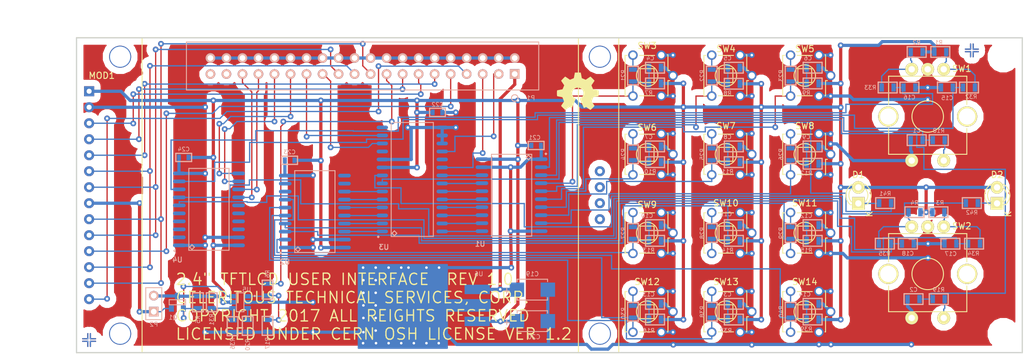
<source format=kicad_pcb>
(kicad_pcb (version 4) (host pcbnew 4.0.6)
  (layers (0 F.Cu signal) (31 B.Cu signal) (34 B.Paste user hide) (35 F.Paste user hide) (36 B.SilkS user) (37 F.SilkS user) (38 B.Mask user hide) (39 F.Mask user hide) (44 Edge.Cuts user))
  (net 0 "")
  (net 1 GND)
  (net 2 /PB1)
  (net 3 /PB2)
  (net 4 /PB3)
  (net 5 /PB4)
  (net 6 /PB5)
  (net 7 /PB6)
  (net 8 /PB7)
  (net 9 /PB8)
  (net 10 /PB9)
  (net 11 /PB10)
  (net 12 /PHA1D)
  (net 13 /PHB1D)
  (net 14 /PHA2D)
  (net 15 /PHB2D)
  (net 16 /SPI_MISO)
  (net 17 /SPI_SCK)
  (net 18 /SPI_MOSI)
  (net 19 /DISP_CD)
  (net 20 /DISP_RST)
  (net 21 /DISP_CS)
  (net 22 +3.3V)
  (net 23 /EXP_RST)
  (net 24 /EXP_INT)
  (net 25 /I2C_SDA)
  (net 26 /ENCODER_1A)
  (net 27 /ENCODER_1B)
  (net 28 /ENCODER_2A)
  (net 29 /ENCODER_2B)
  (net 30 /PHA1)
  (net 31 /PHB1)
  (net 32 /PHA2)
  (net 33 /PHB2)
  (net 34 "Net-(R18-Pad1)")
  (net 35 "Net-(R19-Pad1)")
  (net 36 "Net-(R20-Pad1)")
  (net 37 "Net-(R21-Pad1)")
  (net 38 "Net-(R22-Pad1)")
  (net 39 "Net-(R23-Pad1)")
  (net 40 "Net-(R24-Pad1)")
  (net 41 "Net-(R25-Pad1)")
  (net 42 "Net-(R26-Pad1)")
  (net 43 "Net-(R27-Pad1)")
  (net 44 "Net-(R28-Pad1)")
  (net 45 "Net-(R29-Pad1)")
  (net 46 "Net-(R30-Pad1)")
  (net 47 /DB8)
  (net 48 /DB7)
  (net 49 /DB6)
  (net 50 /DB5)
  (net 51 /DB4)
  (net 52 /DB3)
  (net 53 /DB2)
  (net 54 /DB1)
  (net 55 /DB10)
  (net 56 /DB9)
  (net 57 /PB13)
  (net 58 /PB11)
  (net 59 /PB12)
  (net 60 /PB14)
  (net 61 "Net-(D1-PadK)")
  (net 62 "Net-(D2-PadK)")
  (net 63 /DISP_LED)
  (net 64 /DISP_TCS)
  (net 65 /DISP_PENIRQ)
  (net 66 /DAC)
  (net 67 "Net-(Q1-Pad1)")
  (net 68 "Net-(R17-Pad1)")
  (net 69 "Net-(R31-Pad1)")
  (net 70 "Net-(R38-Pad1)")
  (net 71 "Net-(R40-Pad1)")
  (net 72 /LED1)
  (net 73 /LED2)
  (net 74 /DB14)
  (net 75 /DB13)
  (net 76 /DB12)
  (net 77 /DB11)
  (net 78 +4.3V)
  (net 79 "Net-(MOD1-Pad15)")
  (net 80 "Net-(MOD1-Pad16)")
  (net 81 "Net-(MOD1-Pad17)")
  (net 82 "Net-(MOD1-Pad18)")
  (net 83 /I2C_SCL)
  (net 84 /ENCODER_3A)
  (net 85 /ENCODER_3B)
  (net 86 "Net-(U2-Pad8)")
  (net 87 "Net-(U2-Pad9)")
  (net 88 "Net-(U2-Pad11)")
  (net 89 "Net-(U2-Pad12)")
  (net 90 "Net-(U3-Pad11)")
  (net 91 "Net-(U3-Pad14)")
  (net 92 "Net-(U3-Pad19)")
  (net 93 "Net-(U4-Pad2)")
  (net 94 "Net-(U4-Pad3)")
  (net 95 "Net-(U4-Pad4)")
  (net 96 "Net-(U4-Pad5)")
  (net 97 "Net-(U4-Pad15)")
  (net 98 "Net-(U4-Pad16)")
  (net 99 "Net-(U4-Pad17)")
  (net 100 "Net-(U4-Pad18)")
  (module KiCad:TFT_320x260_2.8_SPI (layer F.Cu) (at 88 109)
    (fp_text reference MOD1 (at -39 -19) (layer F.SilkS))
    (fp_text value TFT_320X240_2.4_SPI hide)
    (pad "" np_thru_hole circle (at -36.08 -22) (size 3.5 3.5) (drill 3.2) (layers *.Cu *.Mask))
    (pad "" np_thru_hole circle (at 40 -22) (size 3.5 3.5) (drill 3.2) (layers *.Cu *.Mask))
    (pad "" np_thru_hole circle (at 40 22) (size 3.5 3.5) (drill 3.2) (layers *.Cu *.Mask))
    (pad "" np_thru_hole circle (at -36.08 22) (size 3.5 3.5) (drill 3.2) (layers *.Cu *.Mask))
    (pad 1 thru_hole rect (at -41 -16.51) (size 1.6 1.6) (drill 0.8) (layers *.Cu *.Mask) (net 22 +3.3V))
    (pad 2 thru_hole circle (at -41 -13.97) (size 1.6 1.6) (drill 0.8) (layers *.Cu *.Mask) (net 1 GND))
    (pad 3 thru_hole circle (at -41 -11.43) (size 1.6 1.6) (drill 0.8) (layers *.Cu *.Mask) (net 21 /DISP_CS))
    (pad 4 thru_hole circle (at -41 -8.89) (size 1.6 1.6) (drill 0.8) (layers *.Cu *.Mask) (net 20 /DISP_RST))
    (pad 5 thru_hole circle (at -41 -6.35) (size 1.6 1.6) (drill 0.8) (layers *.Cu *.Mask) (net 19 /DISP_CD))
    (pad 6 thru_hole circle (at -41 -3.81) (size 1.6 1.6) (drill 0.8) (layers *.Cu *.Mask) (net 18 /SPI_MOSI))
    (pad 7 thru_hole circle (at -41 -1.27) (size 1.6 1.6) (drill 0.8) (layers *.Cu *.Mask) (net 17 /SPI_SCK))
    (pad 8 thru_hole circle (at -41 1.27) (size 1.6 1.6) (drill 0.8) (layers *.Cu *.Mask) (net 63 /DISP_LED))
    (pad 9 thru_hole circle (at -41 3.81) (size 1.6 1.6) (drill 0.8) (layers *.Cu *.Mask) (net 16 /SPI_MISO))
    (pad 10 thru_hole circle (at -41 6.35) (size 1.6 1.6) (drill 0.8) (layers *.Cu *.Mask) (net 17 /SPI_SCK))
    (pad 11 thru_hole circle (at -41 8.89) (size 1.6 1.6) (drill 0.8) (layers *.Cu *.Mask) (net 64 /DISP_TCS))
    (pad 12 thru_hole circle (at -41 11.43) (size 1.6 1.6) (drill 0.8) (layers *.Cu *.Mask) (net 18 /SPI_MOSI))
    (pad 13 thru_hole circle (at -41 13.97) (size 1.6 1.6) (drill 0.8) (layers *.Cu *.Mask) (net 16 /SPI_MISO))
    (pad 14 thru_hole circle (at -41 16.51) (size 1.6 1.6) (drill 0.8) (layers *.Cu *.Mask) (net 65 /DISP_PENIRQ))
    (pad 15 thru_hole circle (at 40 -3.81) (size 1.6 1.6) (drill 0.8) (layers *.Cu *.Mask) (net 79 "Net-(MOD1-Pad15)"))
    (pad 16 thru_hole circle (at 40 -1.27) (size 1.6 1.6) (drill 0.8) (layers *.Cu *.Mask) (net 80 "Net-(MOD1-Pad16)"))
    (pad 17 thru_hole circle (at 40 1.27) (size 1.6 1.6) (drill 0.8) (layers *.Cu *.Mask) (net 81 "Net-(MOD1-Pad17)"))
    (pad 18 thru_hole circle (at 40 3.81) (size 1.6 1.6) (drill 0.8) (layers *.Cu *.Mask) (net 82 "Net-(MOD1-Pad18)"))
  )
  (module KiCad:SW_PEC11_QUAD_ENCODER_TH_PB (layer F.Cu) (at 180 96.5 180)
    (fp_text reference SW1 (at -5.4 7.6 180) (layer F.SilkS))
    (fp_text value ENCODER_W/PB hide)
    (pad A thru_hole circle (at 6.25 0 180) (size 3.2 3.2) (drill 2.6) (layers *.Cu *.Mask F.SilkS))
    (pad B thru_hole circle (at -6.25 0 180) (size 3.2 3.2) (drill 2.6) (layers *.Cu *.Mask F.SilkS))
    (pad 1 thru_hole circle (at -2.54 7.5 180) (size 2.032 2.032) (drill 1.016) (layers *.Cu *.Mask F.SilkS) (net 30 /PHA1))
    (pad 2 thru_hole circle (at 0 7.5 180) (size 2.032 2.032) (drill 1.016) (layers *.Cu *.Mask F.SilkS) (net 1 GND))
    (pad 3 thru_hole circle (at 2.54 7.5 180) (size 2.032 2.032) (drill 1.016) (layers *.Cu *.Mask F.SilkS) (net 31 /PHB1))
    (pad 4 thru_hole circle (at 2.54 -7 180) (size 2.032 2.032) (drill 1.016) (layers *.Cu *.Mask F.SilkS) (net 1 GND))
    (pad 5 thru_hole circle (at -2.54 -7 180) (size 2.032 2.032) (drill 1.016) (layers *.Cu *.Mask F.SilkS) (net 34 "Net-(R18-Pad1)"))
  )
  (module KiCad:LED_3MM_TH (layer F.Cu) (at 169 109 90)
    (fp_text reference D1 (at 3.25 0 180) (layer F.SilkS))
    (fp_text value Led_Small hide)
    (fp_text user K (at -2.99 1.74 90) (layer F.SilkS))
    (pad K thru_hole rect (at -1.3 0 180) (size 2 2) (drill 1.00076) (layers *.Cu *.Mask F.SilkS) (net 61 "Net-(D1-PadK)"))
    (pad A thru_hole circle (at 1.24 0 90) (size 2 2) (drill 1.00076) (layers *.Cu *.Mask F.SilkS) (net 22 +3.3V))
  )
  (module KiCad:LED_3MM_TH (layer F.Cu) (at 191 109 90)
    (fp_text reference D2 (at 3.25 0 180) (layer F.SilkS))
    (fp_text value Led_Small hide)
    (fp_text user K (at -2.99 1.74 90) (layer F.SilkS))
    (pad K thru_hole rect (at -1.3 0 180) (size 2 2) (drill 1.00076) (layers *.Cu *.Mask F.SilkS) (net 62 "Net-(D2-PadK)"))
    (pad A thru_hole circle (at 1.24 0 90) (size 2 2) (drill 1.00076) (layers *.Cu *.Mask F.SilkS) (net 22 +3.3V))
  )
  (module KiCad:SWITCH_PB_6MM_TH_GND (layer F.Cu) (at 148 90 90)
    (fp_text reference SW4 (at 4.25 0 180) (layer F.SilkS))
    (fp_text value PUSHBUTTON_SPST_6MM_TH_GND hide)
    (pad 1 thru_hole circle (at -3.25 -2.25 90) (size 1.5 1.5) (drill 1) (layers *.Cu *.Mask) (net 5 /PB4))
    (pad 2 thru_hole circle (at 3.25 -2.25 90) (size 1.5 1.5) (drill 1) (layers *.Cu *.Mask) (net 38 "Net-(R22-Pad1)"))
    (pad 3 thru_hole circle (at -3.25 2.25 90) (size 1.5 1.5) (drill 1) (layers *.Cu *.Mask) (net 1 GND))
    (pad 4 thru_hole circle (at 3.25 2.25 90) (size 1.5 1.5) (drill 1) (layers *.Cu *.Mask) (net 1 GND))
    (pad 5 thru_hole circle (at 0 4.1 90) (size 1.5 1.5) (drill 1) (layers *.Cu *.Mask) (net 1 GND))
  )
  (module KiCad:SWITCH_PB_6MM_TH_GND (layer F.Cu) (at 160.5 90 90)
    (fp_text reference SW5 (at 4.25 0 180) (layer F.SilkS))
    (fp_text value PUSHBUTTON_SPST_6MM_TH_GND hide)
    (pad 1 thru_hole circle (at -3.25 -2.25 90) (size 1.5 1.5) (drill 1) (layers *.Cu *.Mask) (net 6 /PB5))
    (pad 2 thru_hole circle (at 3.25 -2.25 90) (size 1.5 1.5) (drill 1) (layers *.Cu *.Mask) (net 39 "Net-(R23-Pad1)"))
    (pad 3 thru_hole circle (at -3.25 2.25 90) (size 1.5 1.5) (drill 1) (layers *.Cu *.Mask) (net 1 GND))
    (pad 4 thru_hole circle (at 3.25 2.25 90) (size 1.5 1.5) (drill 1) (layers *.Cu *.Mask) (net 1 GND))
    (pad 5 thru_hole circle (at 0 4.1 90) (size 1.5 1.5) (drill 1) (layers *.Cu *.Mask) (net 1 GND))
  )
  (module KiCad:SWITCH_PB_6MM_TH_GND (layer F.Cu) (at 135.5 102.5 90)
    (fp_text reference SW6 (at 4.25 0 180) (layer F.SilkS))
    (fp_text value PUSHBUTTON_SPST_6MM_TH_GND hide)
    (pad 1 thru_hole circle (at -3.25 -2.25 90) (size 1.5 1.5) (drill 1) (layers *.Cu *.Mask) (net 7 /PB6))
    (pad 2 thru_hole circle (at 3.25 -2.25 90) (size 1.5 1.5) (drill 1) (layers *.Cu *.Mask) (net 40 "Net-(R24-Pad1)"))
    (pad 3 thru_hole circle (at -3.25 2.25 90) (size 1.5 1.5) (drill 1) (layers *.Cu *.Mask) (net 1 GND))
    (pad 4 thru_hole circle (at 3.25 2.25 90) (size 1.5 1.5) (drill 1) (layers *.Cu *.Mask) (net 1 GND))
    (pad 5 thru_hole circle (at 0 4.1 90) (size 1.5 1.5) (drill 1) (layers *.Cu *.Mask) (net 1 GND))
  )
  (module KiCad:SWITCH_PB_6MM_TH_GND (layer F.Cu) (at 148 102.5 90)
    (fp_text reference SW7 (at 4.5 0 180) (layer F.SilkS))
    (fp_text value PUSHBUTTON_SPST_6MM_TH_GND hide)
    (pad 1 thru_hole circle (at -3.25 -2.25 90) (size 1.5 1.5) (drill 1) (layers *.Cu *.Mask) (net 8 /PB7))
    (pad 2 thru_hole circle (at 3.25 -2.25 90) (size 1.5 1.5) (drill 1) (layers *.Cu *.Mask) (net 41 "Net-(R25-Pad1)"))
    (pad 3 thru_hole circle (at -3.25 2.25 90) (size 1.5 1.5) (drill 1) (layers *.Cu *.Mask) (net 1 GND))
    (pad 4 thru_hole circle (at 3.25 2.25 90) (size 1.5 1.5) (drill 1) (layers *.Cu *.Mask) (net 1 GND))
    (pad 5 thru_hole circle (at 0 4.1 90) (size 1.5 1.5) (drill 1) (layers *.Cu *.Mask) (net 1 GND))
  )
  (module KiCad:SWITCH_PB_6MM_TH_GND (layer F.Cu) (at 160.5 102.5 90)
    (fp_text reference SW8 (at 4.5 0 180) (layer F.SilkS))
    (fp_text value PUSHBUTTON_SPST_6MM_TH_GND hide)
    (pad 1 thru_hole circle (at -3.25 -2.25 90) (size 1.5 1.5) (drill 1) (layers *.Cu *.Mask) (net 9 /PB8))
    (pad 2 thru_hole circle (at 3.25 -2.25 90) (size 1.5 1.5) (drill 1) (layers *.Cu *.Mask) (net 42 "Net-(R26-Pad1)"))
    (pad 3 thru_hole circle (at -3.25 2.25 90) (size 1.5 1.5) (drill 1) (layers *.Cu *.Mask) (net 1 GND))
    (pad 4 thru_hole circle (at 3.25 2.25 90) (size 1.5 1.5) (drill 1) (layers *.Cu *.Mask) (net 1 GND))
    (pad 5 thru_hole circle (at 0 4.1 90) (size 1.5 1.5) (drill 1) (layers *.Cu *.Mask) (net 1 GND))
  )
  (module KiCad:SWITCH_PB_6MM_TH_GND (layer F.Cu) (at 135.5 115 90)
    (fp_text reference SW9 (at 4.5 0 180) (layer F.SilkS))
    (fp_text value PUSHBUTTON_SPST_6MM_TH_GND hide)
    (pad 1 thru_hole circle (at -3.25 -2.25 90) (size 1.5 1.5) (drill 1) (layers *.Cu *.Mask) (net 10 /PB9))
    (pad 2 thru_hole circle (at 3.25 -2.25 90) (size 1.5 1.5) (drill 1) (layers *.Cu *.Mask) (net 43 "Net-(R27-Pad1)"))
    (pad 3 thru_hole circle (at -3.25 2.25 90) (size 1.5 1.5) (drill 1) (layers *.Cu *.Mask) (net 1 GND))
    (pad 4 thru_hole circle (at 3.25 2.25 90) (size 1.5 1.5) (drill 1) (layers *.Cu *.Mask) (net 1 GND))
    (pad 5 thru_hole circle (at 0 4.1 90) (size 1.5 1.5) (drill 1) (layers *.Cu *.Mask) (net 1 GND))
  )
  (module KiCad:SWITCH_PB_6MM_TH_GND (layer F.Cu) (at 148 115 90)
    (fp_text reference SW10 (at 4.75 0 180) (layer F.SilkS))
    (fp_text value PUSHBUTTON_SPST_6MM_TH_GND hide)
    (pad 1 thru_hole circle (at -3.25 -2.25 90) (size 1.5 1.5) (drill 1) (layers *.Cu *.Mask) (net 11 /PB10))
    (pad 2 thru_hole circle (at 3.25 -2.25 90) (size 1.5 1.5) (drill 1) (layers *.Cu *.Mask) (net 44 "Net-(R28-Pad1)"))
    (pad 3 thru_hole circle (at -3.25 2.25 90) (size 1.5 1.5) (drill 1) (layers *.Cu *.Mask) (net 1 GND))
    (pad 4 thru_hole circle (at 3.25 2.25 90) (size 1.5 1.5) (drill 1) (layers *.Cu *.Mask) (net 1 GND))
    (pad 5 thru_hole circle (at 0 4.1 90) (size 1.5 1.5) (drill 1) (layers *.Cu *.Mask) (net 1 GND))
  )
  (module KiCad:SWITCH_PB_6MM_TH_GND (layer F.Cu) (at 160.5 115 90)
    (fp_text reference SW11 (at 4.75 0 180) (layer F.SilkS))
    (fp_text value PUSHBUTTON_SPST_6MM_TH_GND hide)
    (pad 1 thru_hole circle (at -3.25 -2.25 90) (size 1.5 1.5) (drill 1) (layers *.Cu *.Mask) (net 58 /PB11))
    (pad 2 thru_hole circle (at 3.25 -2.25 90) (size 1.5 1.5) (drill 1) (layers *.Cu *.Mask) (net 45 "Net-(R29-Pad1)"))
    (pad 3 thru_hole circle (at -3.25 2.25 90) (size 1.5 1.5) (drill 1) (layers *.Cu *.Mask) (net 1 GND))
    (pad 4 thru_hole circle (at 3.25 2.25 90) (size 1.5 1.5) (drill 1) (layers *.Cu *.Mask) (net 1 GND))
    (pad 5 thru_hole circle (at 0 4.1 90) (size 1.5 1.5) (drill 1) (layers *.Cu *.Mask) (net 1 GND))
  )
  (module KiCad:SWITCH_PB_6MM_TH_GND (layer F.Cu) (at 148 127.5 90)
    (fp_text reference SW13 (at 4.75 0 180) (layer F.SilkS))
    (fp_text value PUSHBUTTON_SPST_6MM_TH_GND hide)
    (pad 1 thru_hole circle (at -3.25 -2.25 90) (size 1.5 1.5) (drill 1) (layers *.Cu *.Mask) (net 57 /PB13))
    (pad 2 thru_hole circle (at 3.25 -2.25 90) (size 1.5 1.5) (drill 1) (layers *.Cu *.Mask) (net 70 "Net-(R38-Pad1)"))
    (pad 3 thru_hole circle (at -3.25 2.25 90) (size 1.5 1.5) (drill 1) (layers *.Cu *.Mask) (net 1 GND))
    (pad 4 thru_hole circle (at 3.25 2.25 90) (size 1.5 1.5) (drill 1) (layers *.Cu *.Mask) (net 1 GND))
    (pad 5 thru_hole circle (at 0 4.1 90) (size 1.5 1.5) (drill 1) (layers *.Cu *.Mask) (net 1 GND))
  )
  (module IPC7351-Nominal:SOIC127P1032X265-20 (layer B.Cu) (at 114 109 180)
    (fp_text reference U1 (at 5 -7.75 180) (layer B.SilkS) (effects (font (size 0.8 0.8)) (justify mirror)))
    (fp_text value 74HCT541 hide)
    (pad 1 smd oval (at -4.7 5.715 180) (size 2 0.6) (layers B.Cu B.Paste B.Mask) (net 1 GND))
    (pad 2 smd oval (at -4.7 4.445 180) (size 2 0.6) (layers B.Cu B.Paste B.Mask) (net 2 /PB1))
    (pad 3 smd oval (at -4.7 3.175 180) (size 2 0.6) (layers B.Cu B.Paste B.Mask) (net 3 /PB2))
    (pad 4 smd oval (at -4.7 1.905 180) (size 2 0.6) (layers B.Cu B.Paste B.Mask) (net 4 /PB3))
    (pad 5 smd oval (at -4.7 0.635 180) (size 2 0.6) (layers B.Cu B.Paste B.Mask) (net 5 /PB4))
    (pad 6 smd oval (at -4.7 -0.635 180) (size 2 0.6) (layers B.Cu B.Paste B.Mask) (net 6 /PB5))
    (pad 7 smd oval (at -4.7 -1.905 180) (size 2 0.6) (layers B.Cu B.Paste B.Mask) (net 7 /PB6))
    (pad 8 smd oval (at -4.7 -3.175 180) (size 2 0.6) (layers B.Cu B.Paste B.Mask) (net 8 /PB7))
    (pad 9 smd oval (at -4.7 -4.445 180) (size 2 0.6) (layers B.Cu B.Paste B.Mask) (net 9 /PB8))
    (pad 10 smd oval (at -4.7 -5.715 180) (size 2 0.6) (layers B.Cu B.Paste B.Mask) (net 1 GND))
    (pad 11 smd oval (at 4.7 -5.715 180) (size 2 0.6) (layers B.Cu B.Paste B.Mask) (net 47 /DB8))
    (pad 12 smd oval (at 4.7 -4.445 180) (size 2 0.6) (layers B.Cu B.Paste B.Mask) (net 48 /DB7))
    (pad 13 smd oval (at 4.7 -3.175 180) (size 2 0.6) (layers B.Cu B.Paste B.Mask) (net 49 /DB6))
    (pad 14 smd oval (at 4.7 -1.905 180) (size 2 0.6) (layers B.Cu B.Paste B.Mask) (net 50 /DB5))
    (pad 15 smd oval (at 4.7 -0.635 180) (size 2 0.6) (layers B.Cu B.Paste B.Mask) (net 51 /DB4))
    (pad 16 smd oval (at 4.7 0.635 180) (size 2 0.6) (layers B.Cu B.Paste B.Mask) (net 52 /DB3))
    (pad 17 smd oval (at 4.7 1.905 180) (size 2 0.6) (layers B.Cu B.Paste B.Mask) (net 53 /DB2))
    (pad 18 smd oval (at 4.7 3.175 180) (size 2 0.6) (layers B.Cu B.Paste B.Mask) (net 54 /DB1))
    (pad 19 smd oval (at 4.7 4.445 180) (size 2 0.6) (layers B.Cu B.Paste B.Mask) (net 1 GND))
    (pad 20 smd oval (at 4.7 5.715 180) (size 2 0.6) (layers B.Cu B.Paste B.Mask) (net 22 +3.3V))
  )
  (module IPC7351-Nominal:SOIC127P1032X265-20 (layer B.Cu) (at 82.8 111.6)
    (fp_text reference U2 (at -4.75 8) (layer B.SilkS) (effects (font (size 0.8 0.8)) (justify mirror)))
    (fp_text value 74HCT541 hide)
    (pad 1 smd oval (at -4.7 5.715) (size 2 0.6) (layers B.Cu B.Paste B.Mask) (net 1 GND))
    (pad 2 smd oval (at -4.7 4.445) (size 2 0.6) (layers B.Cu B.Paste B.Mask) (net 10 /PB9))
    (pad 3 smd oval (at -4.7 3.175) (size 2 0.6) (layers B.Cu B.Paste B.Mask) (net 11 /PB10))
    (pad 4 smd oval (at -4.7 1.905) (size 2 0.6) (layers B.Cu B.Paste B.Mask) (net 58 /PB11))
    (pad 5 smd oval (at -4.7 0.635) (size 2 0.6) (layers B.Cu B.Paste B.Mask) (net 59 /PB12))
    (pad 6 smd oval (at -4.7 -0.635) (size 2 0.6) (layers B.Cu B.Paste B.Mask) (net 57 /PB13))
    (pad 7 smd oval (at -4.7 -1.905) (size 2 0.6) (layers B.Cu B.Paste B.Mask) (net 60 /PB14))
    (pad 8 smd oval (at -4.7 -3.175) (size 2 0.6) (layers B.Cu B.Paste B.Mask) (net 86 "Net-(U2-Pad8)"))
    (pad 9 smd oval (at -4.7 -4.445) (size 2 0.6) (layers B.Cu B.Paste B.Mask) (net 87 "Net-(U2-Pad9)"))
    (pad 10 smd oval (at -4.7 -5.715) (size 2 0.6) (layers B.Cu B.Paste B.Mask) (net 1 GND))
    (pad 11 smd oval (at 4.7 -5.715) (size 2 0.6) (layers B.Cu B.Paste B.Mask) (net 88 "Net-(U2-Pad11)"))
    (pad 12 smd oval (at 4.7 -4.445) (size 2 0.6) (layers B.Cu B.Paste B.Mask) (net 89 "Net-(U2-Pad12)"))
    (pad 13 smd oval (at 4.7 -3.175) (size 2 0.6) (layers B.Cu B.Paste B.Mask) (net 74 /DB14))
    (pad 14 smd oval (at 4.7 -1.905) (size 2 0.6) (layers B.Cu B.Paste B.Mask) (net 75 /DB13))
    (pad 15 smd oval (at 4.7 -0.635) (size 2 0.6) (layers B.Cu B.Paste B.Mask) (net 76 /DB12))
    (pad 16 smd oval (at 4.7 0.635) (size 2 0.6) (layers B.Cu B.Paste B.Mask) (net 77 /DB11))
    (pad 17 smd oval (at 4.7 1.905) (size 2 0.6) (layers B.Cu B.Paste B.Mask) (net 55 /DB10))
    (pad 18 smd oval (at 4.7 3.175) (size 2 0.6) (layers B.Cu B.Paste B.Mask) (net 56 /DB9))
    (pad 19 smd oval (at 4.7 4.445) (size 2 0.6) (layers B.Cu B.Paste B.Mask) (net 1 GND))
    (pad 20 smd oval (at 4.7 5.715) (size 2 0.6) (layers B.Cu B.Paste B.Mask) (net 22 +3.3V))
  )
  (module IPC7351-Nominal:SOIC127P1034X267-28 (layer B.Cu) (at 98.25 106.5)
    (fp_text reference U3 (at -4.5 10.75) (layer B.SilkS) (effects (font (size 0.8 0.8)) (justify mirror)))
    (fp_text value MCP23017 hide)
    (pad 1 smd oval (at -4.75 8.255) (size 1.8 0.6) (layers B.Cu B.Paste B.Mask) (net 56 /DB9))
    (pad 2 smd oval (at -4.75 6.985) (size 1.8 0.6) (layers B.Cu B.Paste B.Mask) (net 55 /DB10))
    (pad 3 smd oval (at -4.75 5.715) (size 1.8 0.6) (layers B.Cu B.Paste B.Mask) (net 77 /DB11))
    (pad 4 smd oval (at -4.75 4.445) (size 1.8 0.6) (layers B.Cu B.Paste B.Mask) (net 76 /DB12))
    (pad 5 smd oval (at -4.75 3.175) (size 1.8 0.6) (layers B.Cu B.Paste B.Mask) (net 75 /DB13))
    (pad 6 smd oval (at -4.75 1.905) (size 1.8 0.6) (layers B.Cu B.Paste B.Mask) (net 74 /DB14))
    (pad 7 smd oval (at -4.75 0.635) (size 1.8 0.6) (layers B.Cu B.Paste B.Mask) (net 72 /LED1))
    (pad 8 smd oval (at -4.75 -0.635) (size 1.8 0.6) (layers B.Cu B.Paste B.Mask) (net 73 /LED2))
    (pad 9 smd oval (at -4.75 -1.905) (size 1.8 0.6) (layers B.Cu B.Paste B.Mask) (net 22 +3.3V))
    (pad 10 smd oval (at -4.75 -3.175) (size 1.8 0.6) (layers B.Cu B.Paste B.Mask) (net 1 GND))
    (pad 11 smd oval (at -4.75 -4.445) (size 1.8 0.6) (layers B.Cu B.Paste B.Mask) (net 90 "Net-(U3-Pad11)"))
    (pad 12 smd oval (at -4.75 -5.715) (size 1.8 0.6) (layers B.Cu B.Paste B.Mask) (net 83 /I2C_SCL))
    (pad 13 smd oval (at -4.75 -6.985) (size 1.8 0.6) (layers B.Cu B.Paste B.Mask) (net 25 /I2C_SDA))
    (pad 14 smd oval (at -4.75 -8.255) (size 1.8 0.6) (layers B.Cu B.Paste B.Mask) (net 91 "Net-(U3-Pad14)"))
    (pad 15 smd oval (at 4.75 -8.255) (size 1.8 0.6) (layers B.Cu B.Paste B.Mask) (net 1 GND))
    (pad 16 smd oval (at 4.75 -6.985) (size 1.8 0.6) (layers B.Cu B.Paste B.Mask) (net 1 GND))
    (pad 17 smd oval (at 4.75 -5.715) (size 1.8 0.6) (layers B.Cu B.Paste B.Mask) (net 1 GND))
    (pad 18 smd oval (at 4.75 -4.445) (size 1.8 0.6) (layers B.Cu B.Paste B.Mask) (net 23 /EXP_RST))
    (pad 19 smd oval (at 4.75 -3.175) (size 1.8 0.6) (layers B.Cu B.Paste B.Mask) (net 92 "Net-(U3-Pad19)"))
    (pad 20 smd oval (at 4.75 -1.905) (size 1.8 0.6) (layers B.Cu B.Paste B.Mask) (net 24 /EXP_INT))
    (pad 21 smd oval (at 4.75 -0.635) (size 1.8 0.6) (layers B.Cu B.Paste B.Mask) (net 54 /DB1))
    (pad 22 smd oval (at 4.75 0.635) (size 1.8 0.6) (layers B.Cu B.Paste B.Mask) (net 53 /DB2))
    (pad 23 smd oval (at 4.75 1.905) (size 1.8 0.6) (layers B.Cu B.Paste B.Mask) (net 52 /DB3))
    (pad 24 smd oval (at 4.75 3.175) (size 1.8 0.6) (layers B.Cu B.Paste B.Mask) (net 51 /DB4))
    (pad 25 smd oval (at 4.75 4.445) (size 1.8 0.6) (layers B.Cu B.Paste B.Mask) (net 50 /DB5))
    (pad 26 smd oval (at 4.75 5.715) (size 1.8 0.6) (layers B.Cu B.Paste B.Mask) (net 49 /DB6))
    (pad 27 smd oval (at 4.75 6.985) (size 1.8 0.6) (layers B.Cu B.Paste B.Mask) (net 48 /DB7))
    (pad 28 smd oval (at 4.75 8.255) (size 1.8 0.6) (layers B.Cu B.Paste B.Mask) (net 47 /DB8))
  )
  (module KiCad:P0805 (layer B.Cu) (at 136.75 88.75)
    (fp_text reference C4 (at -0.75 -1.5) (layer B.SilkS) (effects (font (size 0.65 0.65) (thickness 0.0975)) (justify mirror)))
    (fp_text value 0.010uF hide)
    (pad 1 smd rect (at -0.95 0) (size 0.7 1.3) (layers B.Cu B.Paste B.Mask) (net 4 /PB3))
    (pad 2 smd rect (at 0.95 0) (size 0.7 1.3) (layers B.Cu B.Paste B.Mask) (net 1 GND))
  )
  (module KiCad:P0805 (layer B.Cu) (at 149.25 88.75)
    (fp_text reference C5 (at -1 -1.5) (layer B.SilkS) (effects (font (size 0.65 0.65) (thickness 0.0975)) (justify mirror)))
    (fp_text value 0.010uF hide)
    (pad 1 smd rect (at -0.95 0) (size 0.7 1.3) (layers B.Cu B.Paste B.Mask) (net 5 /PB4))
    (pad 2 smd rect (at 0.95 0) (size 0.7 1.3) (layers B.Cu B.Paste B.Mask) (net 1 GND))
  )
  (module KiCad:P0805 (layer B.Cu) (at 161.75 88.75)
    (fp_text reference C6 (at -0.75 -1.5) (layer B.SilkS) (effects (font (size 0.65 0.65) (thickness 0.0975)) (justify mirror)))
    (fp_text value 0.010uF hide)
    (pad 1 smd rect (at -0.95 0) (size 0.7 1.3) (layers B.Cu B.Paste B.Mask) (net 6 /PB5))
    (pad 2 smd rect (at 0.95 0) (size 0.7 1.3) (layers B.Cu B.Paste B.Mask) (net 1 GND))
  )
  (module KiCad:P0805 (layer B.Cu) (at 136.75 101.25)
    (fp_text reference C7 (at -1 -1.5) (layer B.SilkS) (effects (font (size 0.65 0.65) (thickness 0.0975)) (justify mirror)))
    (fp_text value 0.010uF hide)
    (pad 1 smd rect (at -0.95 0) (size 0.7 1.3) (layers B.Cu B.Paste B.Mask) (net 7 /PB6))
    (pad 2 smd rect (at 0.95 0) (size 0.7 1.3) (layers B.Cu B.Paste B.Mask) (net 1 GND))
  )
  (module KiCad:P0805 (layer B.Cu) (at 149.25 101.25)
    (fp_text reference C8 (at -1 -1.5) (layer B.SilkS) (effects (font (size 0.65 0.65) (thickness 0.0975)) (justify mirror)))
    (fp_text value 0.010uF hide)
    (pad 1 smd rect (at -0.95 0) (size 0.7 1.3) (layers B.Cu B.Paste B.Mask) (net 8 /PB7))
    (pad 2 smd rect (at 0.95 0) (size 0.7 1.3) (layers B.Cu B.Paste B.Mask) (net 1 GND))
  )
  (module KiCad:P0805 (layer B.Cu) (at 161.75 101.25)
    (fp_text reference C9 (at -1 -1.5) (layer B.SilkS) (effects (font (size 0.65 0.65) (thickness 0.0975)) (justify mirror)))
    (fp_text value 0.010uF hide)
    (pad 1 smd rect (at -0.95 0) (size 0.7 1.3) (layers B.Cu B.Paste B.Mask) (net 9 /PB8))
    (pad 2 smd rect (at 0.95 0) (size 0.7 1.3) (layers B.Cu B.Paste B.Mask) (net 1 GND))
  )
  (module KiCad:P0805 (layer B.Cu) (at 136.75 113.75)
    (fp_text reference C10 (at -1.25 -1.5) (layer B.SilkS) (effects (font (size 0.65 0.65) (thickness 0.0975)) (justify mirror)))
    (fp_text value 0.010uF hide)
    (pad 1 smd rect (at -0.95 0) (size 0.7 1.3) (layers B.Cu B.Paste B.Mask) (net 10 /PB9))
    (pad 2 smd rect (at 0.95 0) (size 0.7 1.3) (layers B.Cu B.Paste B.Mask) (net 1 GND))
  )
  (module KiCad:P0805 (layer B.Cu) (at 149.25 113.75)
    (fp_text reference C11 (at -1.25 -1.75) (layer B.SilkS) (effects (font (size 0.65 0.65) (thickness 0.0975)) (justify mirror)))
    (fp_text value 0.010uF hide)
    (pad 1 smd rect (at -0.95 0) (size 0.7 1.3) (layers B.Cu B.Paste B.Mask) (net 11 /PB10))
    (pad 2 smd rect (at 0.95 0) (size 0.7 1.3) (layers B.Cu B.Paste B.Mask) (net 1 GND))
  )
  (module KiCad:P0805 (layer B.Cu) (at 161.75 113.75)
    (fp_text reference C12 (at -1 -1.5) (layer B.SilkS) (effects (font (size 0.65 0.65) (thickness 0.0975)) (justify mirror)))
    (fp_text value 0.010uF hide)
    (pad 1 smd rect (at -0.95 0) (size 0.7 1.3) (layers B.Cu B.Paste B.Mask) (net 58 /PB11))
    (pad 2 smd rect (at 0.95 0) (size 0.7 1.3) (layers B.Cu B.Paste B.Mask) (net 1 GND))
  )
  (module KiCad:P0805 (layer B.Cu) (at 136.75 126.25)
    (fp_text reference C13 (at -1 -1.5) (layer B.SilkS) (effects (font (size 0.65 0.65) (thickness 0.0975)) (justify mirror)))
    (fp_text value 0.010uF hide)
    (pad 1 smd rect (at -0.95 0) (size 0.7 1.3) (layers B.Cu B.Paste B.Mask) (net 59 /PB12))
    (pad 2 smd rect (at 0.95 0) (size 0.7 1.3) (layers B.Cu B.Paste B.Mask) (net 1 GND))
  )
  (module KiCad:P0805 (layer B.Cu) (at 183.05 91.9 180)
    (fp_text reference C15 (at -0.05 -1.65 180) (layer B.SilkS) (effects (font (size 0.65 0.65) (thickness 0.0975)) (justify mirror)))
    (fp_text value 0.010uF hide)
    (pad 1 smd rect (at -0.95 0 180) (size 0.7 1.3) (layers B.Cu B.Paste B.Mask) (net 12 /PHA1D))
    (pad 2 smd rect (at 0.95 0 180) (size 0.7 1.3) (layers B.Cu B.Paste B.Mask) (net 1 GND))
  )
  (module KiCad:P0805 (layer B.Cu) (at 177.1 91.9)
    (fp_text reference C16 (at 0 1.55) (layer B.SilkS) (effects (font (size 0.65 0.65) (thickness 0.0975)) (justify mirror)))
    (fp_text value 0.010uF hide)
    (pad 1 smd rect (at -0.95 0) (size 0.7 1.3) (layers B.Cu B.Paste B.Mask) (net 13 /PHB1D))
    (pad 2 smd rect (at 0.95 0) (size 0.7 1.3) (layers B.Cu B.Paste B.Mask) (net 1 GND))
  )
  (module KiCad:P0805 (layer B.Cu) (at 183.6 116.7 180)
    (fp_text reference C17 (at -0.05 -1.6 180) (layer B.SilkS) (effects (font (size 0.65 0.65) (thickness 0.0975)) (justify mirror)))
    (fp_text value 0.010uF hide)
    (pad 1 smd rect (at -0.95 0 180) (size 0.7 1.3) (layers B.Cu B.Paste B.Mask) (net 14 /PHA2D))
    (pad 2 smd rect (at 0.95 0 180) (size 0.7 1.3) (layers B.Cu B.Paste B.Mask) (net 1 GND))
  )
  (module KiCad:P0805 (layer B.Cu) (at 176.85 116.7)
    (fp_text reference C18 (at 0 1.55) (layer B.SilkS) (effects (font (size 0.65 0.65) (thickness 0.0975)) (justify mirror)))
    (fp_text value 0.010uF hide)
    (pad 1 smd rect (at -0.95 0) (size 0.7 1.3) (layers B.Cu B.Paste B.Mask) (net 15 /PHB2D))
    (pad 2 smd rect (at 0.95 0) (size 0.7 1.3) (layers B.Cu B.Paste B.Mask) (net 1 GND))
  )
  (module KiCad:Header_2x20_Shrouded_100mil (layer B.Cu) (at 114.5 89.75 180)
    (fp_text reference P1 (at -2.54 -3.81 180) (layer B.SilkS) (effects (font (size 0.7 0.7) (thickness 0.1)) (justify mirror)))
    (fp_text value Header_2x20 hide)
    (pad 2 thru_hole circle (at 0 2.54 180) (size 1.524 1.524) (drill 0.9144) (layers *.Cu *.Mask B.SilkS) (net 1 GND))
    (pad 1 thru_hole rect (at 0 0 180) (size 1.524 1.524) (drill 0.9144) (layers *.Cu *.Mask B.SilkS) (net 78 +4.3V))
    (pad 4 thru_hole circle (at 2.54 2.54 180) (size 1.524 1.524) (drill 0.9144) (layers *.Cu *.Mask B.SilkS) (net 1 GND))
    (pad 3 thru_hole circle (at 2.54 0 180) (size 1.524 1.524) (drill 0.9144) (layers *.Cu *.Mask B.SilkS) (net 23 /EXP_RST))
    (pad 6 thru_hole circle (at 5.08 2.54 180) (size 1.524 1.524) (drill 0.9144) (layers *.Cu *.Mask B.SilkS) (net 1 GND))
    (pad 5 thru_hole circle (at 5.08 0 180) (size 1.524 1.524) (drill 0.9144) (layers *.Cu *.Mask B.SilkS) (net 24 /EXP_INT))
    (pad 8 thru_hole circle (at 7.62 2.54 180) (size 1.524 1.524) (drill 0.9144) (layers *.Cu *.Mask B.SilkS) (net 1 GND))
    (pad 7 thru_hole circle (at 7.62 0 180) (size 1.524 1.524) (drill 0.9144) (layers *.Cu *.Mask B.SilkS) (net 65 /DISP_PENIRQ))
    (pad 10 thru_hole circle (at 10.16 2.54 180) (size 1.524 1.524) (drill 0.9144) (layers *.Cu *.Mask B.SilkS) (net 1 GND))
    (pad 9 thru_hole circle (at 10.16 0 180) (size 1.524 1.524) (drill 0.9144) (layers *.Cu *.Mask B.SilkS) (net 64 /DISP_TCS))
    (pad 12 thru_hole circle (at 12.7 2.54 180) (size 1.524 1.524) (drill 0.9144) (layers *.Cu *.Mask B.SilkS) (net 1 GND))
    (pad 11 thru_hole circle (at 12.7 0 180) (size 1.524 1.524) (drill 0.9144) (layers *.Cu *.Mask B.SilkS) (net 19 /DISP_CD))
    (pad 14 thru_hole circle (at 15.24 2.54 180) (size 1.524 1.524) (drill 0.9144) (layers *.Cu *.Mask B.SilkS) (net 1 GND))
    (pad 13 thru_hole circle (at 15.24 0 180) (size 1.524 1.524) (drill 0.9144) (layers *.Cu *.Mask B.SilkS) (net 21 /DISP_CS))
    (pad 16 thru_hole circle (at 17.78 2.54 180) (size 1.524 1.524) (drill 0.9144) (layers *.Cu *.Mask B.SilkS) (net 1 GND))
    (pad 15 thru_hole circle (at 17.78 0 180) (size 1.524 1.524) (drill 0.9144) (layers *.Cu *.Mask B.SilkS) (net 20 /DISP_RST))
    (pad 18 thru_hole circle (at 20.32 2.54 180) (size 1.524 1.524) (drill 0.9144) (layers *.Cu *.Mask B.SilkS) (net 1 GND))
    (pad 17 thru_hole circle (at 20.32 0 180) (size 1.524 1.524) (drill 0.9144) (layers *.Cu *.Mask B.SilkS) (net 66 /DAC))
    (pad 20 thru_hole circle (at 22.86 2.54 180) (size 1.524 1.524) (drill 0.9144) (layers *.Cu *.Mask B.SilkS) (net 1 GND))
    (pad 19 thru_hole circle (at 22.86 0 180) (size 1.524 1.524) (drill 0.9144) (layers *.Cu *.Mask B.SilkS) (net 16 /SPI_MISO))
    (pad 22 thru_hole circle (at 25.4 2.54 180) (size 1.524 1.524) (drill 0.9144) (layers *.Cu *.Mask B.SilkS) (net 1 GND))
    (pad 21 thru_hole circle (at 25.4 0 180) (size 1.524 1.524) (drill 0.9144) (layers *.Cu *.Mask B.SilkS) (net 18 /SPI_MOSI))
    (pad 24 thru_hole circle (at 27.94 2.54 180) (size 1.524 1.524) (drill 0.9144) (layers *.Cu *.Mask B.SilkS) (net 1 GND))
    (pad 23 thru_hole circle (at 27.94 0 180) (size 1.524 1.524) (drill 0.9144) (layers *.Cu *.Mask B.SilkS) (net 17 /SPI_SCK))
    (pad 26 thru_hole circle (at 30.48 2.54 180) (size 1.524 1.524) (drill 0.9144) (layers *.Cu *.Mask B.SilkS) (net 1 GND))
    (pad 25 thru_hole circle (at 30.48 0 180) (size 1.524 1.524) (drill 0.9144) (layers *.Cu *.Mask B.SilkS) (net 83 /I2C_SCL))
    (pad 28 thru_hole circle (at 33.02 2.54 180) (size 1.524 1.524) (drill 0.9144) (layers *.Cu *.Mask B.SilkS) (net 1 GND))
    (pad 27 thru_hole circle (at 33.02 0 180) (size 1.524 1.524) (drill 0.9144) (layers *.Cu *.Mask B.SilkS) (net 25 /I2C_SDA))
    (pad 30 thru_hole circle (at 35.56 2.54 180) (size 1.524 1.524) (drill 0.9144) (layers *.Cu *.Mask B.SilkS) (net 1 GND))
    (pad 29 thru_hole circle (at 35.56 0 180) (size 1.524 1.524) (drill 0.9144) (layers *.Cu *.Mask B.SilkS) (net 26 /ENCODER_1A))
    (pad 32 thru_hole circle (at 38.1 2.54 180) (size 1.524 1.524) (drill 0.9144) (layers *.Cu *.Mask B.SilkS) (net 1 GND))
    (pad 31 thru_hole circle (at 38.1 0 180) (size 1.524 1.524) (drill 0.9144) (layers *.Cu *.Mask B.SilkS) (net 27 /ENCODER_1B))
    (pad 34 thru_hole circle (at 40.64 2.54 180) (size 1.524 1.524) (drill 0.9144) (layers *.Cu *.Mask B.SilkS) (net 1 GND))
    (pad 33 thru_hole circle (at 40.64 0 180) (size 1.524 1.524) (drill 0.9144) (layers *.Cu *.Mask B.SilkS) (net 28 /ENCODER_2A))
    (pad 36 thru_hole circle (at 43.18 2.54 180) (size 1.524 1.524) (drill 0.9144) (layers *.Cu *.Mask B.SilkS) (net 1 GND))
    (pad 35 thru_hole circle (at 43.18 0 180) (size 1.524 1.524) (drill 0.9144) (layers *.Cu *.Mask B.SilkS) (net 29 /ENCODER_2B))
    (pad 38 thru_hole circle (at 45.72 2.54 180) (size 1.524 1.524) (drill 0.9144) (layers *.Cu *.Mask B.SilkS) (net 1 GND))
    (pad 37 thru_hole circle (at 45.72 0 180) (size 1.524 1.524) (drill 0.9144) (layers *.Cu *.Mask B.SilkS) (net 84 /ENCODER_3A))
    (pad 40 thru_hole circle (at 48.26 2.54 180) (size 1.524 1.524) (drill 0.9144) (layers *.Cu *.Mask B.SilkS) (net 1 GND))
    (pad 39 thru_hole circle (at 48.26 0 180) (size 1.524 1.524) (drill 0.9144) (layers *.Cu *.Mask B.SilkS) (net 85 /ENCODER_3B))
  )
  (module KiCad:P0805 (layer B.Cu) (at 182 86.25)
    (fp_text reference R1 (at -0.25 -1.5) (layer B.SilkS) (effects (font (size 0.65 0.65) (thickness 0.0975)) (justify mirror)))
    (fp_text value 4.70kΩ hide)
    (pad 1 smd rect (at -0.95 0) (size 0.7 1.3) (layers B.Cu B.Paste B.Mask) (net 22 +3.3V))
    (pad 2 smd rect (at 0.95 0) (size 0.7 1.3) (layers B.Cu B.Paste B.Mask) (net 30 /PHA1))
  )
  (module KiCad:P0805 (layer B.Cu) (at 178.25 86.25 180)
    (fp_text reference R2 (at 0 1.5 180) (layer B.SilkS) (effects (font (size 0.65 0.65) (thickness 0.0975)) (justify mirror)))
    (fp_text value 4.70kΩ hide)
    (pad 1 smd rect (at -0.95 0 180) (size 0.7 1.3) (layers B.Cu B.Paste B.Mask) (net 22 +3.3V))
    (pad 2 smd rect (at 0.95 0 180) (size 0.7 1.3) (layers B.Cu B.Paste B.Mask) (net 31 /PHB1))
  )
  (module KiCad:P0805 (layer B.Cu) (at 181.7 111.7)
    (fp_text reference R3 (at 0.25 -1.5) (layer B.SilkS) (effects (font (size 0.65 0.65) (thickness 0.0975)) (justify mirror)))
    (fp_text value 4.70kΩ hide)
    (pad 1 smd rect (at -0.95 0) (size 0.7 1.3) (layers B.Cu B.Paste B.Mask) (net 22 +3.3V))
    (pad 2 smd rect (at 0.95 0) (size 0.7 1.3) (layers B.Cu B.Paste B.Mask) (net 32 /PHA2))
  )
  (module KiCad:P0805 (layer B.Cu) (at 177.9 111.7 180)
    (fp_text reference R4 (at 0 1.5 180) (layer B.SilkS) (effects (font (size 0.65 0.65) (thickness 0.0975)) (justify mirror)))
    (fp_text value 4.70kΩ hide)
    (pad 1 smd rect (at -0.95 0 180) (size 0.7 1.3) (layers B.Cu B.Paste B.Mask) (net 22 +3.3V))
    (pad 2 smd rect (at 0.95 0 180) (size 0.7 1.3) (layers B.Cu B.Paste B.Mask) (net 33 /PHB2))
  )
  (module KiCad:P0805 (layer B.Cu) (at 136.75 91.25 180)
    (fp_text reference R7 (at 1 -1.5 180) (layer B.SilkS) (effects (font (size 0.65 0.65) (thickness 0.0975)) (justify mirror)))
    (fp_text value 4.70kΩ hide)
    (pad 1 smd rect (at -0.95 0 180) (size 0.7 1.3) (layers B.Cu B.Paste B.Mask) (net 22 +3.3V))
    (pad 2 smd rect (at 0.95 0 180) (size 0.7 1.3) (layers B.Cu B.Paste B.Mask) (net 4 /PB3))
  )
  (module KiCad:P0805 (layer B.Cu) (at 149.25 91.3 180)
    (fp_text reference R8 (at 1 -1.5 180) (layer B.SilkS) (effects (font (size 0.65 0.65) (thickness 0.0975)) (justify mirror)))
    (fp_text value 4.70kΩ hide)
    (pad 1 smd rect (at -0.95 0 180) (size 0.7 1.3) (layers B.Cu B.Paste B.Mask) (net 22 +3.3V))
    (pad 2 smd rect (at 0.95 0 180) (size 0.7 1.3) (layers B.Cu B.Paste B.Mask) (net 5 /PB4))
  )
  (module KiCad:P0805 (layer B.Cu) (at 161.75 91.25 180)
    (fp_text reference R9 (at 1 -1.5 180) (layer B.SilkS) (effects (font (size 0.65 0.65) (thickness 0.0975)) (justify mirror)))
    (fp_text value 4.70kΩ hide)
    (pad 1 smd rect (at -0.95 0 180) (size 0.7 1.3) (layers B.Cu B.Paste B.Mask) (net 22 +3.3V))
    (pad 2 smd rect (at 0.95 0 180) (size 0.7 1.3) (layers B.Cu B.Paste B.Mask) (net 6 /PB5))
  )
  (module KiCad:P0805 (layer B.Cu) (at 136.75 103.75 180)
    (fp_text reference R10 (at 0.75 -1.5 180) (layer B.SilkS) (effects (font (size 0.65 0.65) (thickness 0.0975)) (justify mirror)))
    (fp_text value 4.70kΩ hide)
    (pad 1 smd rect (at -0.95 0 180) (size 0.7 1.3) (layers B.Cu B.Paste B.Mask) (net 22 +3.3V))
    (pad 2 smd rect (at 0.95 0 180) (size 0.7 1.3) (layers B.Cu B.Paste B.Mask) (net 7 /PB6))
  )
  (module KiCad:P0805 (layer B.Cu) (at 149.25 103.75 180)
    (fp_text reference R11 (at 1 -1.5 180) (layer B.SilkS) (effects (font (size 0.65 0.65) (thickness 0.0975)) (justify mirror)))
    (fp_text value 4.70kΩ hide)
    (pad 1 smd rect (at -0.95 0 180) (size 0.7 1.3) (layers B.Cu B.Paste B.Mask) (net 22 +3.3V))
    (pad 2 smd rect (at 0.95 0 180) (size 0.7 1.3) (layers B.Cu B.Paste B.Mask) (net 8 /PB7))
  )
  (module KiCad:P0805 (layer B.Cu) (at 161.75 104 180)
    (fp_text reference R12 (at 1 -1.5 180) (layer B.SilkS) (effects (font (size 0.65 0.65) (thickness 0.0975)) (justify mirror)))
    (fp_text value 4.70kΩ hide)
    (pad 1 smd rect (at -0.95 0 180) (size 0.7 1.3) (layers B.Cu B.Paste B.Mask) (net 22 +3.3V))
    (pad 2 smd rect (at 0.95 0 180) (size 0.7 1.3) (layers B.Cu B.Paste B.Mask) (net 9 /PB8))
  )
  (module KiCad:P0805 (layer B.Cu) (at 136.75 116.25 180)
    (fp_text reference R13 (at 1 -1.5 180) (layer B.SilkS) (effects (font (size 0.65 0.65) (thickness 0.0975)) (justify mirror)))
    (fp_text value 4.70kΩ hide)
    (pad 1 smd rect (at -0.95 0 180) (size 0.7 1.3) (layers B.Cu B.Paste B.Mask) (net 22 +3.3V))
    (pad 2 smd rect (at 0.95 0 180) (size 0.7 1.3) (layers B.Cu B.Paste B.Mask) (net 10 /PB9))
  )
  (module KiCad:P0805 (layer B.Cu) (at 149.25 116.25 180)
    (fp_text reference R14 (at 1 -1.5 180) (layer B.SilkS) (effects (font (size 0.65 0.65) (thickness 0.0975)) (justify mirror)))
    (fp_text value 4.70kΩ hide)
    (pad 1 smd rect (at -0.95 0 180) (size 0.7 1.3) (layers B.Cu B.Paste B.Mask) (net 22 +3.3V))
    (pad 2 smd rect (at 0.95 0 180) (size 0.7 1.3) (layers B.Cu B.Paste B.Mask) (net 11 /PB10))
  )
  (module KiCad:P0805 (layer B.Cu) (at 161.75 116.25 180)
    (fp_text reference R15 (at 1 -1.5 180) (layer B.SilkS) (effects (font (size 0.65 0.65) (thickness 0.0975)) (justify mirror)))
    (fp_text value 4.70kΩ hide)
    (pad 1 smd rect (at -0.95 0 180) (size 0.7 1.3) (layers B.Cu B.Paste B.Mask) (net 22 +3.3V))
    (pad 2 smd rect (at 0.95 0 180) (size 0.7 1.3) (layers B.Cu B.Paste B.Mask) (net 58 /PB11))
  )
  (module KiCad:P0805 (layer B.Cu) (at 136.75 128.75 180)
    (fp_text reference R16 (at 1 -1.75 180) (layer B.SilkS) (effects (font (size 0.65 0.65) (thickness 0.0975)) (justify mirror)))
    (fp_text value 4.70kΩ hide)
    (pad 1 smd rect (at -0.95 0 180) (size 0.7 1.3) (layers B.Cu B.Paste B.Mask) (net 22 +3.3V))
    (pad 2 smd rect (at 0.95 0 180) (size 0.7 1.3) (layers B.Cu B.Paste B.Mask) (net 59 /PB12))
  )
  (module KiCad:P0805 (layer B.Cu) (at 181.75 100.25 180)
    (fp_text reference R18 (at 0 1.5 180) (layer B.SilkS) (effects (font (size 0.65 0.65) (thickness 0.0975)) (justify mirror)))
    (fp_text value 2.20kΩ hide)
    (pad 1 smd rect (at -0.95 0 180) (size 0.7 1.3) (layers B.Cu B.Paste B.Mask) (net 34 "Net-(R18-Pad1)"))
    (pad 2 smd rect (at 0.95 0 180) (size 0.7 1.3) (layers B.Cu B.Paste B.Mask) (net 2 /PB1))
  )
  (module KiCad:P0805 (layer B.Cu) (at 181.75 125.5 180)
    (fp_text reference R19 (at 0 1.5 180) (layer B.SilkS) (effects (font (size 0.65 0.65) (thickness 0.0975)) (justify mirror)))
    (fp_text value 2.20kΩ hide)
    (pad 1 smd rect (at -0.95 0 180) (size 0.7 1.3) (layers B.Cu B.Paste B.Mask) (net 35 "Net-(R19-Pad1)"))
    (pad 2 smd rect (at 0.95 0 180) (size 0.7 1.3) (layers B.Cu B.Paste B.Mask) (net 3 /PB2))
  )
  (module KiCad:P0805 (layer B.Cu) (at 133.25 90 270)
    (fp_text reference R21 (at 0 1.5 270) (layer B.SilkS) (effects (font (size 0.65 0.65) (thickness 0.0975)) (justify mirror)))
    (fp_text value 2.20kΩ hide)
    (pad 1 smd rect (at -0.95 0 270) (size 0.7 1.3) (layers B.Cu B.Paste B.Mask) (net 37 "Net-(R21-Pad1)"))
    (pad 2 smd rect (at 0.95 0 270) (size 0.7 1.3) (layers B.Cu B.Paste B.Mask) (net 4 /PB3))
  )
  (module KiCad:P0805 (layer B.Cu) (at 145.75 90 270)
    (fp_text reference R22 (at 0 1.5 270) (layer B.SilkS) (effects (font (size 0.65 0.65) (thickness 0.0975)) (justify mirror)))
    (fp_text value 2.20kΩ hide)
    (pad 1 smd rect (at -0.95 0 270) (size 0.7 1.3) (layers B.Cu B.Paste B.Mask) (net 38 "Net-(R22-Pad1)"))
    (pad 2 smd rect (at 0.95 0 270) (size 0.7 1.3) (layers B.Cu B.Paste B.Mask) (net 5 /PB4))
  )
  (module KiCad:P0805 (layer B.Cu) (at 158.25 90 270)
    (fp_text reference R23 (at 0 1.5 270) (layer B.SilkS) (effects (font (size 0.65 0.65) (thickness 0.0975)) (justify mirror)))
    (fp_text value 2.20kΩ hide)
    (pad 1 smd rect (at -0.95 0 270) (size 0.7 1.3) (layers B.Cu B.Paste B.Mask) (net 39 "Net-(R23-Pad1)"))
    (pad 2 smd rect (at 0.95 0 270) (size 0.7 1.3) (layers B.Cu B.Paste B.Mask) (net 6 /PB5))
  )
  (module KiCad:P0805 (layer B.Cu) (at 133.25 102.5 270)
    (fp_text reference R24 (at 0 1.5 270) (layer B.SilkS) (effects (font (size 0.65 0.65) (thickness 0.0975)) (justify mirror)))
    (fp_text value 2.20kΩ hide)
    (pad 1 smd rect (at -0.95 0 270) (size 0.7 1.3) (layers B.Cu B.Paste B.Mask) (net 40 "Net-(R24-Pad1)"))
    (pad 2 smd rect (at 0.95 0 270) (size 0.7 1.3) (layers B.Cu B.Paste B.Mask) (net 7 /PB6))
  )
  (module KiCad:P0805 (layer B.Cu) (at 145.75 102.5 270)
    (fp_text reference R25 (at 0 1.5 270) (layer B.SilkS) (effects (font (size 0.65 0.65) (thickness 0.0975)) (justify mirror)))
    (fp_text value 2.20kΩ hide)
    (pad 1 smd rect (at -0.95 0 270) (size 0.7 1.3) (layers B.Cu B.Paste B.Mask) (net 41 "Net-(R25-Pad1)"))
    (pad 2 smd rect (at 0.95 0 270) (size 0.7 1.3) (layers B.Cu B.Paste B.Mask) (net 8 /PB7))
  )
  (module KiCad:P0805 (layer B.Cu) (at 158.25 102.5 270)
    (fp_text reference R26 (at 0 1.5 270) (layer B.SilkS) (effects (font (size 0.65 0.65) (thickness 0.0975)) (justify mirror)))
    (fp_text value 2.20kΩ hide)
    (pad 1 smd rect (at -0.95 0 270) (size 0.7 1.3) (layers B.Cu B.Paste B.Mask) (net 42 "Net-(R26-Pad1)"))
    (pad 2 smd rect (at 0.95 0 270) (size 0.7 1.3) (layers B.Cu B.Paste B.Mask) (net 9 /PB8))
  )
  (module KiCad:P0805 (layer B.Cu) (at 133.25 115 270)
    (fp_text reference R27 (at 0 1.5 270) (layer B.SilkS) (effects (font (size 0.65 0.65) (thickness 0.0975)) (justify mirror)))
    (fp_text value 2.20kΩ hide)
    (pad 1 smd rect (at -0.95 0 270) (size 0.7 1.3) (layers B.Cu B.Paste B.Mask) (net 43 "Net-(R27-Pad1)"))
    (pad 2 smd rect (at 0.95 0 270) (size 0.7 1.3) (layers B.Cu B.Paste B.Mask) (net 10 /PB9))
  )
  (module KiCad:P0805 (layer B.Cu) (at 145.75 115 270)
    (fp_text reference R28 (at 0 1.5 270) (layer B.SilkS) (effects (font (size 0.65 0.65) (thickness 0.0975)) (justify mirror)))
    (fp_text value 2.20kΩ hide)
    (pad 1 smd rect (at -0.95 0 270) (size 0.7 1.3) (layers B.Cu B.Paste B.Mask) (net 44 "Net-(R28-Pad1)"))
    (pad 2 smd rect (at 0.95 0 270) (size 0.7 1.3) (layers B.Cu B.Paste B.Mask) (net 11 /PB10))
  )
  (module KiCad:P0805 (layer B.Cu) (at 158.25 115 270)
    (fp_text reference R29 (at 0 1.5 270) (layer B.SilkS) (effects (font (size 0.65 0.65) (thickness 0.0975)) (justify mirror)))
    (fp_text value 2.20kΩ hide)
    (pad 1 smd rect (at -0.95 0 270) (size 0.7 1.3) (layers B.Cu B.Paste B.Mask) (net 45 "Net-(R29-Pad1)"))
    (pad 2 smd rect (at 0.95 0 270) (size 0.7 1.3) (layers B.Cu B.Paste B.Mask) (net 58 /PB11))
  )
  (module KiCad:P0805 (layer B.Cu) (at 133.25 127.5 270)
    (fp_text reference R30 (at 0.25 1.5 270) (layer B.SilkS) (effects (font (size 0.65 0.65) (thickness 0.0975)) (justify mirror)))
    (fp_text value 2.20kΩ hide)
    (pad 1 smd rect (at -0.95 0 270) (size 0.7 1.3) (layers B.Cu B.Paste B.Mask) (net 46 "Net-(R30-Pad1)"))
    (pad 2 smd rect (at 0.95 0 270) (size 0.7 1.3) (layers B.Cu B.Paste B.Mask) (net 59 /PB12))
  )
  (module KiCad:P0805 (layer B.Cu) (at 186.55 91.9 180)
    (fp_text reference R32 (at -0.35 -1.45 180) (layer B.SilkS) (effects (font (size 0.65 0.65) (thickness 0.0975)) (justify mirror)))
    (fp_text value 2.20kΩ hide)
    (pad 1 smd rect (at -0.95 0 180) (size 0.7 1.3) (layers B.Cu B.Paste B.Mask) (net 30 /PHA1))
    (pad 2 smd rect (at 0.95 0 180) (size 0.7 1.3) (layers B.Cu B.Paste B.Mask) (net 12 /PHA1D))
  )
  (module KiCad:P0805 (layer B.Cu) (at 173.65 91.9)
    (fp_text reference R33 (at -2.75 0) (layer B.SilkS) (effects (font (size 0.65 0.65) (thickness 0.0975)) (justify mirror)))
    (fp_text value 2.20kΩ hide)
    (pad 1 smd rect (at -0.95 0) (size 0.7 1.3) (layers B.Cu B.Paste B.Mask) (net 31 /PHB1))
    (pad 2 smd rect (at 0.95 0) (size 0.7 1.3) (layers B.Cu B.Paste B.Mask) (net 13 /PHB1D))
  )
  (module KiCad:P0805 (layer B.Cu) (at 187.35 116.7 180)
    (fp_text reference R34 (at 0.1 -1.55 180) (layer B.SilkS) (effects (font (size 0.65 0.65) (thickness 0.0975)) (justify mirror)))
    (fp_text value 2.20kΩ hide)
    (pad 1 smd rect (at -0.95 0 180) (size 0.7 1.3) (layers B.Cu B.Paste B.Mask) (net 32 /PHA2))
    (pad 2 smd rect (at 0.95 0 180) (size 0.7 1.3) (layers B.Cu B.Paste B.Mask) (net 14 /PHA2D))
  )
  (module KiCad:P0805 (layer B.Cu) (at 173.2 116.7)
    (fp_text reference R35 (at -0.05 1.55) (layer B.SilkS) (effects (font (size 0.65 0.65) (thickness 0.0975)) (justify mirror)))
    (fp_text value 2.20kΩ hide)
    (pad 1 smd rect (at -0.95 0) (size 0.7 1.3) (layers B.Cu B.Paste B.Mask) (net 33 /PHB2))
    (pad 2 smd rect (at 0.95 0) (size 0.7 1.3) (layers B.Cu B.Paste B.Mask) (net 15 /PHB2D))
  )
  (module KiCad:P0805 (layer B.Cu) (at 149.25 128.75 180)
    (fp_text reference R37 (at 1.25 -1.75 180) (layer B.SilkS) (effects (font (size 0.65 0.65) (thickness 0.0975)) (justify mirror)))
    (fp_text value 4.70kΩ hide)
    (pad 1 smd rect (at -0.95 0 180) (size 0.7 1.3) (layers B.Cu B.Paste B.Mask) (net 22 +3.3V))
    (pad 2 smd rect (at 0.95 0 180) (size 0.7 1.3) (layers B.Cu B.Paste B.Mask) (net 57 /PB13))
  )
  (module KiCad:SW_PEC11_QUAD_ENCODER_TH_PB (layer F.Cu) (at 180 121.5 180)
    (fp_text reference SW2 (at -5.4 7.6 180) (layer F.SilkS))
    (fp_text value ENCODER_W/PB hide)
    (pad A thru_hole circle (at 6.25 0 180) (size 3.2 3.2) (drill 2.6) (layers *.Cu *.Mask F.SilkS))
    (pad B thru_hole circle (at -6.25 0 180) (size 3.2 3.2) (drill 2.6) (layers *.Cu *.Mask F.SilkS))
    (pad 1 thru_hole circle (at -2.54 7.5 180) (size 2.032 2.032) (drill 1.016) (layers *.Cu *.Mask F.SilkS) (net 32 /PHA2))
    (pad 2 thru_hole circle (at 0 7.5 180) (size 2.032 2.032) (drill 1.016) (layers *.Cu *.Mask F.SilkS) (net 1 GND))
    (pad 3 thru_hole circle (at 2.54 7.5 180) (size 2.032 2.032) (drill 1.016) (layers *.Cu *.Mask F.SilkS) (net 33 /PHB2))
    (pad 4 thru_hole circle (at 2.54 -7 180) (size 2.032 2.032) (drill 1.016) (layers *.Cu *.Mask F.SilkS) (net 1 GND))
    (pad 5 thru_hole circle (at -2.54 -7 180) (size 2.032 2.032) (drill 1.016) (layers *.Cu *.Mask F.SilkS) (net 35 "Net-(R19-Pad1)"))
  )
  (module KiCad:SWITCH_PB_6MM_TH_GND (layer F.Cu) (at 135.5 127.5 90)
    (fp_text reference SW12 (at 4.75 0 180) (layer F.SilkS))
    (fp_text value PUSHBUTTON_SPST_6MM_TH_GND hide)
    (pad 1 thru_hole circle (at -3.25 -2.25 90) (size 1.5 1.5) (drill 1) (layers *.Cu *.Mask) (net 59 /PB12))
    (pad 2 thru_hole circle (at 3.25 -2.25 90) (size 1.5 1.5) (drill 1) (layers *.Cu *.Mask) (net 46 "Net-(R30-Pad1)"))
    (pad 3 thru_hole circle (at -3.25 2.25 90) (size 1.5 1.5) (drill 1) (layers *.Cu *.Mask) (net 1 GND))
    (pad 4 thru_hole circle (at 3.25 2.25 90) (size 1.5 1.5) (drill 1) (layers *.Cu *.Mask) (net 1 GND))
    (pad 5 thru_hole circle (at 0 4.1 90) (size 1.5 1.5) (drill 1) (layers *.Cu *.Mask) (net 1 GND))
  )
  (module KiCad:P0805 (layer B.Cu) (at 178.25 100.25 180)
    (fp_text reference C1 (at 0 1.5 180) (layer B.SilkS) (effects (font (size 0.65 0.65) (thickness 0.0975)) (justify mirror)))
    (fp_text value 0.010uF hide)
    (pad 1 smd rect (at -0.95 0 180) (size 0.7 1.3) (layers B.Cu B.Paste B.Mask) (net 2 /PB1))
    (pad 2 smd rect (at 0.95 0 180) (size 0.7 1.3) (layers B.Cu B.Paste B.Mask) (net 1 GND))
  )
  (module KiCad:P0805 (layer B.Cu) (at 177.75 125.5 180)
    (fp_text reference C2 (at 0 1.5 180) (layer B.SilkS) (effects (font (size 0.65 0.65) (thickness 0.0975)) (justify mirror)))
    (fp_text value 0.010uF hide)
    (pad 1 smd rect (at -0.95 0 180) (size 0.7 1.3) (layers B.Cu B.Paste B.Mask) (net 3 /PB2))
    (pad 2 smd rect (at 0.95 0 180) (size 0.7 1.3) (layers B.Cu B.Paste B.Mask) (net 1 GND))
  )
  (module KiCad:P0805 (layer B.Cu) (at 149.25 126.25)
    (fp_text reference C3 (at -1 -1.5) (layer B.SilkS) (effects (font (size 0.65 0.65) (thickness 0.0975)) (justify mirror)))
    (fp_text value 0.010uF hide)
    (pad 1 smd rect (at -0.95 0) (size 0.7 1.3) (layers B.Cu B.Paste B.Mask) (net 57 /PB13))
    (pad 2 smd rect (at 0.95 0) (size 0.7 1.3) (layers B.Cu B.Paste B.Mask) (net 1 GND))
  )
  (module KiCad:P0805 (layer B.Cu) (at 161.75 126.25)
    (fp_text reference C14 (at -1.25 -1.5) (layer B.SilkS) (effects (font (size 0.65 0.65) (thickness 0.0975)) (justify mirror)))
    (fp_text value 0.010uF hide)
    (pad 1 smd rect (at -0.95 0) (size 0.7 1.3) (layers B.Cu B.Paste B.Mask) (net 60 /PB14))
    (pad 2 smd rect (at 0.95 0) (size 0.7 1.3) (layers B.Cu B.Paste B.Mask) (net 1 GND))
  )
  (module KiCad:Header_2x1_Shrouded_100mil (layer B.Cu) (at 57.25 127.5 180)
    (fp_text reference P2 (at 0 -2 180) (layer B.SilkS) (effects (font (size 0.7 0.7) (thickness 0.1)) (justify mirror)))
    (fp_text value Header_2x1 hide)
    (pad 2 thru_hole circle (at 0 2.54 180) (size 1.524 1.524) (drill 0.9144) (layers *.Cu *.Mask B.SilkS) (net 22 +3.3V))
    (pad 1 thru_hole rect (at 0 0 180) (size 1.524 1.524) (drill 0.9144) (layers *.Cu *.Mask B.SilkS) (net 63 /DISP_LED))
  )
  (module KiCad:SOT23-3 (layer B.Cu) (at 61 125 180)
    (fp_text reference Q1 (at 0.7 -3.4 180) (layer B.SilkS) (effects (font (size 0.7 0.7) (thickness 0.1)) (justify mirror)))
    (fp_text value CMPDM302PH hide)
    (pad 2 smd rect (at 0 0 180) (size 0.8 1) (layers B.Cu B.Paste B.Mask) (net 22 +3.3V))
    (pad 1 smd rect (at -0.95 -2 180) (size 0.8 1) (layers B.Cu B.Paste B.Mask) (net 67 "Net-(Q1-Pad1)"))
    (pad 3 smd rect (at 0.95 -2 180) (size 0.8 1) (layers B.Cu B.Paste B.Mask) (net 63 /DISP_LED))
  )
  (module KiCad:P0805 (layer B.Cu) (at 145.75 127.5 270)
    (fp_text reference R38 (at 0 1.5 270) (layer B.SilkS) (effects (font (size 0.65 0.65) (thickness 0.0975)) (justify mirror)))
    (fp_text value 2.20kΩ hide)
    (pad 1 smd rect (at -0.95 0 270) (size 0.7 1.3) (layers B.Cu B.Paste B.Mask) (net 70 "Net-(R38-Pad1)"))
    (pad 2 smd rect (at 0.95 0 270) (size 0.7 1.3) (layers B.Cu B.Paste B.Mask) (net 57 /PB13))
  )
  (module KiCad:P0805 (layer B.Cu) (at 161.75 128.75 180)
    (fp_text reference R39 (at 1 -1.5 180) (layer B.SilkS) (effects (font (size 0.65 0.65) (thickness 0.0975)) (justify mirror)))
    (fp_text value 4.70kΩ hide)
    (pad 1 smd rect (at -0.95 0 180) (size 0.7 1.3) (layers B.Cu B.Paste B.Mask) (net 22 +3.3V))
    (pad 2 smd rect (at 0.95 0 180) (size 0.7 1.3) (layers B.Cu B.Paste B.Mask) (net 60 /PB14))
  )
  (module KiCad:P0805 (layer B.Cu) (at 158.25 127.5 270)
    (fp_text reference R40 (at 0 1.5 270) (layer B.SilkS) (effects (font (size 0.65 0.65) (thickness 0.0975)) (justify mirror)))
    (fp_text value 2.20kΩ hide)
    (pad 1 smd rect (at -0.95 0 270) (size 0.7 1.3) (layers B.Cu B.Paste B.Mask) (net 71 "Net-(R40-Pad1)"))
    (pad 2 smd rect (at 0.95 0 270) (size 0.7 1.3) (layers B.Cu B.Paste B.Mask) (net 60 /PB14))
  )
  (module KiCad:SWITCH_PB_6MM_TH_GND (layer F.Cu) (at 135.5 90 90)
    (fp_text reference SW3 (at 4.75 0 180) (layer F.SilkS))
    (fp_text value PUSHBUTTON_SPST_6MM_TH_GND hide)
    (pad 1 thru_hole circle (at -3.25 -2.25 90) (size 1.5 1.5) (drill 1) (layers *.Cu *.Mask) (net 4 /PB3))
    (pad 2 thru_hole circle (at 3.25 -2.25 90) (size 1.5 1.5) (drill 1) (layers *.Cu *.Mask) (net 37 "Net-(R21-Pad1)"))
    (pad 3 thru_hole circle (at -3.25 2.25 90) (size 1.5 1.5) (drill 1) (layers *.Cu *.Mask) (net 1 GND))
    (pad 4 thru_hole circle (at 3.25 2.25 90) (size 1.5 1.5) (drill 1) (layers *.Cu *.Mask) (net 1 GND))
    (pad 5 thru_hole circle (at 0 4.1 90) (size 1.5 1.5) (drill 1) (layers *.Cu *.Mask) (net 1 GND))
  )
  (module KiCad:SWITCH_PB_6MM_TH_GND (layer F.Cu) (at 160.5 127.5 90)
    (fp_text reference SW14 (at 4.75 0 180) (layer F.SilkS))
    (fp_text value PUSHBUTTON_SPST_6MM_TH_GND hide)
    (pad 1 thru_hole circle (at -3.25 -2.25 90) (size 1.5 1.5) (drill 1) (layers *.Cu *.Mask) (net 60 /PB14))
    (pad 2 thru_hole circle (at 3.25 -2.25 90) (size 1.5 1.5) (drill 1) (layers *.Cu *.Mask) (net 71 "Net-(R40-Pad1)"))
    (pad 3 thru_hole circle (at -3.25 2.25 90) (size 1.5 1.5) (drill 1) (layers *.Cu *.Mask) (net 1 GND))
    (pad 4 thru_hole circle (at 3.25 2.25 90) (size 1.5 1.5) (drill 1) (layers *.Cu *.Mask) (net 1 GND))
    (pad 5 thru_hole circle (at 0 4.1 90) (size 1.5 1.5) (drill 1) (layers *.Cu *.Mask) (net 1 GND))
  )
  (module IPC7351-Nominal:SOIC127P1032X265-20 (layer B.Cu) (at 66 111.25)
    (fp_text reference U4 (at -5 8) (layer B.SilkS) (effects (font (size 0.8 0.8)) (justify mirror)))
    (fp_text value 74HCT541 hide)
    (pad 1 smd oval (at -4.7 5.715) (size 2 0.6) (layers B.Cu B.Paste B.Mask) (net 1 GND))
    (pad 2 smd oval (at -4.7 4.445) (size 2 0.6) (layers B.Cu B.Paste B.Mask) (net 93 "Net-(U4-Pad2)"))
    (pad 3 smd oval (at -4.7 3.175) (size 2 0.6) (layers B.Cu B.Paste B.Mask) (net 94 "Net-(U4-Pad3)"))
    (pad 4 smd oval (at -4.7 1.905) (size 2 0.6) (layers B.Cu B.Paste B.Mask) (net 95 "Net-(U4-Pad4)"))
    (pad 5 smd oval (at -4.7 0.635) (size 2 0.6) (layers B.Cu B.Paste B.Mask) (net 96 "Net-(U4-Pad5)"))
    (pad 6 smd oval (at -4.7 -0.635) (size 2 0.6) (layers B.Cu B.Paste B.Mask) (net 15 /PHB2D))
    (pad 7 smd oval (at -4.7 -1.905) (size 2 0.6) (layers B.Cu B.Paste B.Mask) (net 14 /PHA2D))
    (pad 8 smd oval (at -4.7 -3.175) (size 2 0.6) (layers B.Cu B.Paste B.Mask) (net 13 /PHB1D))
    (pad 9 smd oval (at -4.7 -4.445) (size 2 0.6) (layers B.Cu B.Paste B.Mask) (net 12 /PHA1D))
    (pad 10 smd oval (at -4.7 -5.715) (size 2 0.6) (layers B.Cu B.Paste B.Mask) (net 1 GND))
    (pad 11 smd oval (at 4.7 -5.715) (size 2 0.6) (layers B.Cu B.Paste B.Mask) (net 26 /ENCODER_1A))
    (pad 12 smd oval (at 4.7 -4.445) (size 2 0.6) (layers B.Cu B.Paste B.Mask) (net 27 /ENCODER_1B))
    (pad 13 smd oval (at 4.7 -3.175) (size 2 0.6) (layers B.Cu B.Paste B.Mask) (net 28 /ENCODER_2A))
    (pad 14 smd oval (at 4.7 -1.905) (size 2 0.6) (layers B.Cu B.Paste B.Mask) (net 29 /ENCODER_2B))
    (pad 15 smd oval (at 4.7 -0.635) (size 2 0.6) (layers B.Cu B.Paste B.Mask) (net 97 "Net-(U4-Pad15)"))
    (pad 16 smd oval (at 4.7 0.635) (size 2 0.6) (layers B.Cu B.Paste B.Mask) (net 98 "Net-(U4-Pad16)"))
    (pad 17 smd oval (at 4.7 1.905) (size 2 0.6) (layers B.Cu B.Paste B.Mask) (net 99 "Net-(U4-Pad17)"))
    (pad 18 smd oval (at 4.7 3.175) (size 2 0.6) (layers B.Cu B.Paste B.Mask) (net 100 "Net-(U4-Pad18)"))
    (pad 19 smd oval (at 4.7 4.445) (size 2 0.6) (layers B.Cu B.Paste B.Mask) (net 1 GND))
    (pad 20 smd oval (at 4.7 5.715) (size 2 0.6) (layers B.Cu B.Paste B.Mask) (net 22 +3.3V))
  )
  (module KiCad:SOT23-6 (layer B.Cu) (at 69.75 126 270)
    (fp_text reference U5 (at -2 -2.25 360) (layer B.SilkS) (effects (font (size 0.7 0.7) (thickness 0.1)) (justify mirror)))
    (fp_text value LTC6992 hide)
    (pad 1 smd rect (at -0.95 -2.4 270) (size 0.7 1) (layers B.Cu B.Paste B.Mask) (net 68 "Net-(R17-Pad1)"))
    (pad 2 smd rect (at 0 -2.4 270) (size 0.7 1) (layers B.Cu B.Paste B.Mask) (net 1 GND))
    (pad 3 smd rect (at 0.95 -2.4 270) (size 0.7 1) (layers B.Cu B.Paste B.Mask) (net 36 "Net-(R20-Pad1)"))
    (pad 4 smd rect (at 0.95 0 270) (size 0.7 1) (layers B.Cu B.Paste B.Mask) (net 69 "Net-(R31-Pad1)"))
    (pad 5 smd rect (at 0 0 270) (size 0.7 1) (layers B.Cu B.Paste B.Mask) (net 22 +3.3V))
    (pad 6 smd rect (at -0.95 0 270) (size 0.7 1) (layers B.Cu B.Paste B.Mask) (net 67 "Net-(Q1-Pad1)"))
  )
  (module KiCad:P0805 (layer B.Cu) (at 64.25 126 90)
    (fp_text reference R5 (at -2.75 0 90) (layer B.SilkS) (effects (font (size 0.65 0.65) (thickness 0.0975)) (justify mirror)))
    (fp_text value 10.0kΩ hide)
    (pad 1 smd rect (at -0.95 0 90) (size 0.7 1.3) (layers B.Cu B.Paste B.Mask) (net 67 "Net-(Q1-Pad1)"))
    (pad 2 smd rect (at 0.95 0 90) (size 0.7 1.3) (layers B.Cu B.Paste B.Mask) (net 22 +3.3V))
  )
  (module KiCad:P0805 (layer B.Cu) (at 75.3 124 270)
    (fp_text reference R6 (at -2.5 0 270) (layer B.SilkS) (effects (font (size 0.65 0.65) (thickness 0.0975)) (justify mirror)))
    (fp_text value 47.0kΩ hide)
    (pad 1 smd rect (at -0.95 0 270) (size 0.7 1.3) (layers B.Cu B.Paste B.Mask) (net 66 /DAC))
    (pad 2 smd rect (at 0.95 0 270) (size 0.7 1.3) (layers B.Cu B.Paste B.Mask) (net 68 "Net-(R17-Pad1)"))
  )
  (module KiCad:P0805 (layer B.Cu) (at 75.3 129.75 270)
    (fp_text reference R17 (at 2.75 0 270) (layer B.SilkS) (effects (font (size 0.65 0.65) (thickness 0.0975)) (justify mirror)))
    (fp_text value 12.5kΩ hide)
    (pad 1 smd rect (at -0.95 0 270) (size 0.7 1.3) (layers B.Cu B.Paste B.Mask) (net 68 "Net-(R17-Pad1)"))
    (pad 2 smd rect (at 0.95 0 270) (size 0.7 1.3) (layers B.Cu B.Paste B.Mask) (net 1 GND))
  )
  (module KiCad:P0805 (layer B.Cu) (at 72.15 129.75 270)
    (fp_text reference R20 (at 3 0 270) (layer B.SilkS) (effects (font (size 0.65 0.65) (thickness 0.0975)) (justify mirror)))
    (fp_text value 100.0kΩ hide)
    (pad 1 smd rect (at -0.95 0 270) (size 0.7 1.3) (layers B.Cu B.Paste B.Mask) (net 36 "Net-(R20-Pad1)"))
    (pad 2 smd rect (at 0.95 0 270) (size 0.7 1.3) (layers B.Cu B.Paste B.Mask) (net 1 GND))
  )
  (module KiCad:P0805 (layer B.Cu) (at 66.45 126 90)
    (fp_text reference R31 (at -2.75 0 90) (layer B.SilkS) (effects (font (size 0.65 0.65) (thickness 0.0975)) (justify mirror)))
    (fp_text value 976.0kΩ hide)
    (pad 1 smd rect (at -0.95 0 90) (size 0.7 1.3) (layers B.Cu B.Paste B.Mask) (net 69 "Net-(R31-Pad1)"))
    (pad 2 smd rect (at 0.95 0 90) (size 0.7 1.3) (layers B.Cu B.Paste B.Mask) (net 22 +3.3V))
  )
  (module KiCad:P0805 (layer B.Cu) (at 69.75 129.8 270)
    (fp_text reference R36 (at 2.75 0 270) (layer B.SilkS) (effects (font (size 0.65 0.65) (thickness 0.0975)) (justify mirror)))
    (fp_text value 182.0kΩ hide)
    (pad 1 smd rect (at -0.95 0 270) (size 0.7 1.3) (layers B.Cu B.Paste B.Mask) (net 69 "Net-(R31-Pad1)"))
    (pad 2 smd rect (at 0.95 0 270) (size 0.7 1.3) (layers B.Cu B.Paste B.Mask) (net 1 GND))
  )
  (module KiCad:P0805 (layer B.Cu) (at 173.25 110.25 180)
    (fp_text reference R41 (at 0 1.5 180) (layer B.SilkS) (effects (font (size 0.65 0.65) (thickness 0.0975)) (justify mirror)))
    (fp_text value 470.0Ω hide)
    (pad 1 smd rect (at -0.95 0 180) (size 0.7 1.3) (layers B.Cu B.Paste B.Mask) (net 72 /LED1))
    (pad 2 smd rect (at 0.95 0 180) (size 0.7 1.3) (layers B.Cu B.Paste B.Mask) (net 61 "Net-(D1-PadK)"))
  )
  (module KiCad:P0805 (layer B.Cu) (at 187 110.25)
    (fp_text reference R42 (at 0 1.5) (layer B.SilkS) (effects (font (size 0.65 0.65) (thickness 0.0975)) (justify mirror)))
    (fp_text value 470.0Ω hide)
    (pad 1 smd rect (at -0.95 0) (size 0.7 1.3) (layers B.Cu B.Paste B.Mask) (net 73 /LED2))
    (pad 2 smd rect (at 0.95 0) (size 0.7 1.3) (layers B.Cu B.Paste B.Mask) (net 62 "Net-(D2-PadK)"))
  )
  (module KiCad:CAPACITOR_TANTALUM_C (layer B.Cu) (at 117.3 124)
    (fp_text reference C19 (at 0 -2.5) (layer B.SilkS) (effects (font (size 0.7 0.7) (thickness 0.1)) (justify mirror)))
    (fp_text value 47uF hide)
    (fp_text user + (at -4.064 0.127) (layer B.SilkS) (effects (justify mirror)))
    (pad 1 smd rect (at -2.45 0) (size 2.3 2.25) (layers B.Cu B.Paste B.Mask) (net 78 +4.3V))
    (pad 2 smd rect (at 2.45 0) (size 2.3 2.25) (layers B.Cu B.Paste B.Mask) (net 1 GND))
  )
  (module KiCad:CAPACITOR_TANTALUM_C (layer B.Cu) (at 117.3 129)
    (fp_text reference C20 (at 0.25 2.5) (layer B.SilkS) (effects (font (size 0.7 0.7) (thickness 0.1)) (justify mirror)))
    (fp_text value 47uF hide)
    (fp_text user + (at -4.064 0.127) (layer B.SilkS) (effects (justify mirror)))
    (pad 1 smd rect (at -2.45 0) (size 2.3 2.25) (layers B.Cu B.Paste B.Mask) (net 22 +3.3V))
    (pad 2 smd rect (at 2.45 0) (size 2.3 2.25) (layers B.Cu B.Paste B.Mask) (net 1 GND))
  )
  (module KiCad:P0603 (layer B.Cu) (at 117.9 101.1)
    (fp_text reference C21 (at -0.25 -1.25) (layer B.SilkS) (effects (font (size 0.65 0.65) (thickness 0.0975)) (justify mirror)))
    (fp_text value 0.10uF hide)
    (pad 1 smd rect (at -0.75 0) (size 0.6 0.9) (layers B.Cu B.Paste B.Mask) (net 22 +3.3V))
    (pad 2 smd rect (at 0.75 0) (size 0.6 0.9) (layers B.Cu B.Paste B.Mask) (net 1 GND))
  )
  (module KiCad:P0603 (layer B.Cu) (at 102.25 95.85)
    (fp_text reference C22 (at 0 -1.25) (layer B.SilkS) (effects (font (size 0.65 0.65) (thickness 0.0975)) (justify mirror)))
    (fp_text value 0.10uF hide)
    (pad 1 smd rect (at -0.75 0) (size 0.6 0.9) (layers B.Cu B.Paste B.Mask) (net 22 +3.3V))
    (pad 2 smd rect (at 0.75 0) (size 0.6 0.9) (layers B.Cu B.Paste B.Mask) (net 1 GND))
  )
  (module KiCad:P0603 (layer B.Cu) (at 78.8 103.45 180)
    (fp_text reference C23 (at 0 1.3 180) (layer B.SilkS) (effects (font (size 0.65 0.65) (thickness 0.0975)) (justify mirror)))
    (fp_text value 0.10uF hide)
    (pad 1 smd rect (at -0.75 0 180) (size 0.6 0.9) (layers B.Cu B.Paste B.Mask) (net 22 +3.3V))
    (pad 2 smd rect (at 0.75 0 180) (size 0.6 0.9) (layers B.Cu B.Paste B.Mask) (net 1 GND))
  )
  (module KiCad:TO263-3 (layer B.Cu) (at 98.55 126.5 270)
    (fp_text reference U6 (at -5 -10.25 360) (layer B.SilkS) (effects (font (size 0.7 0.7) (thickness 0.1)) (justify mirror)))
    (fp_text value MCP1826S-3302 hide)
    (pad 4 smd rect (at 0 0 270) (size 10 10) (layers B.Cu B.Paste B.Mask) (net 1 GND))
    (pad 1 smd rect (at -2.54 -10 270) (size 1.5 4) (layers B.Cu B.Paste B.Mask) (net 78 +4.3V))
    (pad 3 smd rect (at 2.54 -10 270) (size 1.5 4) (layers B.Cu B.Paste B.Mask) (net 22 +3.3V))
    (pad 2 smd rect (at 0 -10 270) (size 1.5 4) (layers B.Cu B.Paste B.Mask) (net 1 GND))
  )
  (module KiCad:P0603 (layer B.Cu) (at 62 103 180)
    (fp_text reference C24 (at 0 1.3 180) (layer B.SilkS) (effects (font (size 0.65 0.65) (thickness 0.0975)) (justify mirror)))
    (fp_text value 0.10uF hide)
    (pad 1 smd rect (at -0.75 0 180) (size 0.6 0.9) (layers B.Cu B.Paste B.Mask) (net 22 +3.3V))
    (pad 2 smd rect (at 0.75 0 180) (size 0.6 0.9) (layers B.Cu B.Paste B.Mask) (net 1 GND))
  )
  (module Mounting_Holes:MountingHole_3mm (layer F.Cu) (at 192 87)
    (fp_text reference REF90 hide)
    (fp_text value MountingHole_3mm hide)
    (pad 1 np_thru_hole circle (at 0 0) (size 3 3) (drill 3) (layers *.Cu *.Mask))
  )
  (module Mounting_Holes:MountingHole_3mm (layer F.Cu) (at 192 131)
    (fp_text reference REF91 hide)
    (fp_text value MountingHole_3mm hide)
    (pad 1 np_thru_hole circle (at 0 0) (size 3 3) (drill 3) (layers *.Cu *.Mask))
  )
  (module Symbols:OSHW-Symbol_6.7x6mm_SilkScreen (layer F.Cu) (at 124.5 92.5)
    (fp_text reference REF*** hide)
    (fp_text value OSHW-Symbol_6.7x6mm_SilkScreen hide)
  )
  (module KiCad:FIDUCIAL_TOP (layer F.Cu) (at 47 132)
    (fp_text reference REF20 hide)
    (fp_text value FIDUCIAL_TOP hide)
    (fp_line (start -0.2032 0.2032) (end -1.016 0.2032) (layer F.Cu) (width 0.2032))
    (fp_line (start -0.2032 0.2032) (end -0.2032 1.016) (layer F.Cu) (width 0.2032))
    (fp_line (start 0.2032 -0.2032) (end 0.2032 -1.016) (layer F.Cu) (width 0.2032))
    (fp_line (start 0.2032 -0.2032) (end 1.016 -0.2032) (layer F.Cu) (width 0.2032))
    (fp_line (start 0.2032 0.2032) (end 0.2032 1.016) (layer F.Cu) (width 0.2032))
    (fp_line (start 0.2032 0.2032) (end 1.016 0.2032) (layer F.Cu) (width 0.2032))
    (fp_line (start -0.2032 -0.2032) (end -1.016 -0.2032) (layer F.Cu) (width 0.2032))
    (fp_line (start -0.2032 -0.2032) (end -0.2032 -1.016) (layer F.Cu) (width 0.2032))
  )
  (module KiCad:FIDUCIAL_BOTTOM (layer F.Cu) (at 47 132)
    (fp_text reference REF21 hide)
    (fp_text value FIDUCIAL_BOTTOM hide)
    (fp_line (start -0.2032 0.2032) (end -1.016 0.2032) (layer B.Cu) (width 0.2032))
    (fp_line (start -0.2032 0.2032) (end -0.2032 1.016) (layer B.Cu) (width 0.2032))
    (fp_line (start 0.2032 -0.2032) (end 0.2032 -1.016) (layer B.Cu) (width 0.2032))
    (fp_line (start 0.2032 -0.2032) (end 1.016 -0.2032) (layer B.Cu) (width 0.2032))
    (fp_line (start 0.2032 0.2032) (end 0.2032 1.016) (layer B.Cu) (width 0.2032))
    (fp_line (start 0.2032 0.2032) (end 1.016 0.2032) (layer B.Cu) (width 0.2032))
    (fp_line (start -0.2032 -0.2032) (end -1.016 -0.2032) (layer B.Cu) (width 0.2032))
    (fp_line (start -0.2032 -0.2032) (end -0.2032 -1.016) (layer B.Cu) (width 0.2032))
  )
  (module KiCad:FIDUCIAL_TOP (layer F.Cu) (at 187 86)
    (fp_text reference REF22 hide)
    (fp_text value FIDUCIAL_TOP hide)
    (fp_line (start -0.2032 0.2032) (end -1.016 0.2032) (layer F.Cu) (width 0.2032))
    (fp_line (start -0.2032 0.2032) (end -0.2032 1.016) (layer F.Cu) (width 0.2032))
    (fp_line (start 0.2032 -0.2032) (end 0.2032 -1.016) (layer F.Cu) (width 0.2032))
    (fp_line (start 0.2032 -0.2032) (end 1.016 -0.2032) (layer F.Cu) (width 0.2032))
    (fp_line (start 0.2032 0.2032) (end 0.2032 1.016) (layer F.Cu) (width 0.2032))
    (fp_line (start 0.2032 0.2032) (end 1.016 0.2032) (layer F.Cu) (width 0.2032))
    (fp_line (start -0.2032 -0.2032) (end -1.016 -0.2032) (layer F.Cu) (width 0.2032))
    (fp_line (start -0.2032 -0.2032) (end -0.2032 -1.016) (layer F.Cu) (width 0.2032))
  )
  (module KiCad:FIDUCIAL_BOTTOM (layer F.Cu) (at 187 86)
    (fp_text reference REF23 hide)
    (fp_text value FIDUCIAL_BOTTOM hide)
    (fp_line (start -0.2032 0.2032) (end -1.016 0.2032) (layer B.Cu) (width 0.2032))
    (fp_line (start -0.2032 0.2032) (end -0.2032 1.016) (layer B.Cu) (width 0.2032))
    (fp_line (start 0.2032 -0.2032) (end 0.2032 -1.016) (layer B.Cu) (width 0.2032))
    (fp_line (start 0.2032 -0.2032) (end 1.016 -0.2032) (layer B.Cu) (width 0.2032))
    (fp_line (start 0.2032 0.2032) (end 0.2032 1.016) (layer B.Cu) (width 0.2032))
    (fp_line (start 0.2032 0.2032) (end 1.016 0.2032) (layer B.Cu) (width 0.2032))
    (fp_line (start -0.2032 -0.2032) (end -1.016 -0.2032) (layer B.Cu) (width 0.2032))
    (fp_line (start -0.2032 -0.2032) (end -0.2032 -1.016) (layer B.Cu) (width 0.2032))
  )
  (gr_text "2.4\" TFTLCD USER INTERFACE  REV 1.0\nCELERITOUS TECHNICAL SERVICES, CORP.\nCOPYRIGHT 2017 ALL REIGHTS RESERVED\nLICENSED UNDER CERN OSH LICENSE VER 1.2" (at 60.6 126.7) (layer F.SilkS) (effects (font (size 1.8 1.8) (thickness 0.2)) (justify left)))
  (gr_line (start 195 84) (end 195 134) (angle 90) (layer Edge.Cuts) (width 0.2))
  (gr_line (start 45 84) (end 195 84) (angle 90) (layer Edge.Cuts) (width 0.2))
  (gr_line (start 45 134) (end 45 84) (angle 90) (layer Edge.Cuts) (width 0.2))
  (gr_line (start 45 134) (end 195 134) (angle 90) (layer Edge.Cuts) (width 0.2))
  (via (at 102.5 120.5) (size 0.9144) (drill 0.4064) (layers F.Cu B.Cu) (net 1))
  (via (at 100.5 120.5) (size 0.9144) (drill 0.4064) (layers F.Cu B.Cu) (net 1))
  (via (at 96.5 120.5) (size 0.9144) (drill 0.4064) (layers F.Cu B.Cu) (net 1))
  (via (at 94.5 120.5) (size 0.9144) (drill 0.4064) (layers F.Cu B.Cu) (net 1))
  (via (at 92.45 128.5) (size 0.9144) (drill 0.4064) (layers F.Cu B.Cu) (net 1))
  (segment (start 92.45 128.5) (end 92.5 128.5) (width 0.508) (layer F.Cu) (net 1))
  (via (at 92.45 126.5) (size 0.9144) (drill 0.4064) (layers F.Cu B.Cu) (net 1))
  (segment (start 92.45 126.5) (end 92.5 126.5) (width 0.508) (layer F.Cu) (net 1))
  (via (at 92.45 124.5) (size 0.9144) (drill 0.4064) (layers F.Cu B.Cu) (net 1))
  (segment (start 92.45 124.5) (end 92.5 124.5) (width 0.508) (layer F.Cu) (net 1))
  (via (at 92.45 122.5) (size 0.9144) (drill 0.4064) (layers F.Cu B.Cu) (net 1))
  (segment (start 92.45 122.5) (end 92.5 122.5) (width 0.508) (layer F.Cu) (net 1))
  (via (at 90.5 130.75) (size 0.9144) (drill 0.4064) (layers F.Cu B.Cu) (net 1))
  (segment (start 90.5 130.75) (end 90.45 130.8) (width 0.508) (layer F.Cu) (net 1))
  (segment (start 90.45 130.8) (end 90.45 130.95) (width 0.508) (layer F.Cu) (net 1))
  (segment (start 90.45 130.95) (end 90.5 131) (width 0.508) (layer F.Cu) (net 1))
  (segment (start 90.5 131) (end 90.45 131) (width 0.508) (layer F.Cu) (net 1))
  (via (at 90.5 128.5) (size 0.9144) (drill 0.4064) (layers F.Cu B.Cu) (net 1))
  (segment (start 90.5 128.5) (end 90.45 128.5) (width 0.508) (layer F.Cu) (net 1))
  (segment (start 90.45 128.5) (end 90.5 128.5) (width 0.508) (layer F.Cu) (net 1))
  (segment (start 90.5 128.5) (end 90.45 128.5) (width 0.508) (layer F.Cu) (net 1))
  (via (at 90.5 126.5) (size 0.9144) (drill 0.4064) (layers F.Cu B.Cu) (net 1))
  (segment (start 90.5 126.5) (end 90.45 126.5) (width 0.508) (layer F.Cu) (net 1))
  (segment (start 90.45 126.5) (end 90.5 126.5) (width 0.508) (layer F.Cu) (net 1))
  (segment (start 90.5 126.5) (end 90.45 126.5) (width 0.508) (layer F.Cu) (net 1))
  (via (at 90.5 124.5) (size 0.9144) (drill 0.4064) (layers F.Cu B.Cu) (net 1))
  (segment (start 90.5 124.5) (end 90.45 124.5) (width 0.508) (layer F.Cu) (net 1))
  (segment (start 90.45 124.5) (end 90.5 124.5) (width 0.508) (layer F.Cu) (net 1))
  (segment (start 90.5 124.5) (end 90.45 124.5) (width 0.508) (layer F.Cu) (net 1))
  (via (at 90.5 122.5) (size 0.9144) (drill 0.4064) (layers F.Cu B.Cu) (net 1))
  (segment (start 90.5 122.5) (end 90.45 122.5) (width 0.508) (layer F.Cu) (net 1))
  (segment (start 90.45 122.5) (end 90.5 122.5) (width 0.508) (layer F.Cu) (net 1))
  (segment (start 90.5 122.5) (end 90.45 122.5) (width 0.508) (layer F.Cu) (net 1))
  (via (at 100.5 132.5) (size 0.9144) (drill 0.4064) (layers F.Cu B.Cu) (net 1))
  (via (at 98.5 132.5) (size 0.9144) (drill 0.4064) (layers F.Cu B.Cu) (net 1))
  (via (at 96.5 132.5) (size 0.9144) (drill 0.4064) (layers F.Cu B.Cu) (net 1))
  (via (at 94.5 132.5) (size 0.9144) (drill 0.4064) (layers F.Cu B.Cu) (net 1))
  (via (at 92.5 132.5) (size 0.9144) (drill 0.4064) (layers F.Cu B.Cu) (net 1))
  (segment (start 92.45 120.5) (end 92.45 122.5) (width 0.508) (layer B.Cu) (net 1))
  (segment (start 92.45 122.5) (end 92.45 124.5) (width 0.508) (layer B.Cu) (net 1))
  (segment (start 92.45 124.5) (end 92.45 126.5) (width 0.508) (layer B.Cu) (net 1))
  (segment (start 92.45 126.5) (end 92.45 128.5) (width 0.508) (layer B.Cu) (net 1))
  (segment (start 92.45 128.5) (end 92.45 130.5) (width 0.508) (layer B.Cu) (net 1))
  (via (at 92.45 130.5) (size 0.9144) (drill 0.4064) (layers F.Cu B.Cu) (net 1))
  (via (at 92.45 120.5) (size 0.9144) (drill 0.4064) (layers F.Cu B.Cu) (net 1))
  (segment (start 90.45 132.5) (end 92.5 132.5) (width 0.508) (layer B.Cu) (net 1))
  (segment (start 92.5 132.5) (end 94.5 132.5) (width 0.508) (layer B.Cu) (net 1))
  (segment (start 94.5 132.5) (end 96.5 132.5) (width 0.508) (layer B.Cu) (net 1))
  (segment (start 96.5 132.5) (end 98.5 132.5) (width 0.508) (layer B.Cu) (net 1))
  (segment (start 98.5 132.5) (end 100.5 132.5) (width 0.508) (layer B.Cu) (net 1))
  (segment (start 100.5 132.5) (end 102.45 132.5) (width 0.508) (layer B.Cu) (net 1))
  (via (at 102.45 132.5) (size 0.9144) (drill 0.4064) (layers F.Cu B.Cu) (net 1))
  (segment (start 90.45 120.5) (end 90.45 122.5) (width 0.508) (layer F.Cu) (net 1))
  (segment (start 90.45 122.5) (end 90.45 124.5) (width 0.508) (layer F.Cu) (net 1))
  (segment (start 90.45 124.5) (end 90.45 126.5) (width 0.508) (layer F.Cu) (net 1))
  (segment (start 90.45 126.5) (end 90.45 128.5) (width 0.508) (layer F.Cu) (net 1))
  (segment (start 90.45 128.5) (end 90.45 131) (width 0.508) (layer F.Cu) (net 1))
  (segment (start 90.45 131) (end 90.45 132.5) (width 0.508) (layer F.Cu) (net 1))
  (via (at 90.45 132.5) (size 0.9144) (drill 0.4064) (layers F.Cu B.Cu) (net 1))
  (segment (start 97.65 120.5) (end 96.5 120.5) (width 0.508) (layer B.Cu) (net 1))
  (segment (start 96.5 120.5) (end 94.5 120.5) (width 0.508) (layer B.Cu) (net 1))
  (segment (start 94.5 120.5) (end 92.45 120.5) (width 0.508) (layer B.Cu) (net 1))
  (segment (start 92.45 120.5) (end 90.45 120.5) (width 0.508) (layer B.Cu) (net 1))
  (via (at 90.45 120.5) (size 0.9144) (drill 0.4064) (layers F.Cu B.Cu) (net 1))
  (via (at 164.6 100.85) (size 0.9144) (drill 0.406399) (layers F.Cu B.Cu) (net 1))
  (via (at 105.15 98.25) (size 0.9144) (drill 0.406399) (layers F.Cu B.Cu) (net 1))
  (via (at 105.15 95.85) (size 0.9144) (drill 0.406399) (layers F.Cu B.Cu) (net 1))
  (via (at 180 93.8) (size 0.9144) (drill 0.406399) (layers F.Cu B.Cu) (net 1))
  (via (at 180 91.9) (size 0.9144) (drill 0.406399) (layers F.Cu B.Cu) (net 1))
  (via (at 180.05 118.95) (size 0.9144) (drill 0.406399) (layers F.Cu B.Cu) (net 1))
  (via (at 180.05 116.7) (size 0.9144) (drill 0.406399) (layers F.Cu B.Cu) (net 1))
  (via (at 164.6 99.25) (size 0.9144) (drill 0.406399) (layers F.Cu B.Cu) (net 1))
  (via (at 152.1 99.2) (size 0.9144) (drill 0.406399) (layers F.Cu B.Cu) (net 1))
  (via (at 139.6 99.2) (size 0.9144) (drill 0.406399) (layers F.Cu B.Cu) (net 1))
  (via (at 139.6 111.75) (size 0.9144) (drill 0.406399) (layers F.Cu B.Cu) (net 1))
  (via (at 152.1 111.75) (size 0.9144) (drill 0.406399) (layers F.Cu B.Cu) (net 1))
  (via (at 164.6 111.75) (size 0.9144) (drill 0.406399) (layers F.Cu B.Cu) (net 1))
  (via (at 164.6 124.25) (size 0.9144) (drill 0.406399) (layers F.Cu B.Cu) (net 1))
  (via (at 152.1 124.25) (size 0.9144) (drill 0.406399) (layers F.Cu B.Cu) (net 1))
  (via (at 139.6 124.25) (size 0.9144) (drill 0.406399) (layers F.Cu B.Cu) (net 1))
  (via (at 139.6 130.75) (size 0.9144) (drill 0.406399) (layers F.Cu B.Cu) (net 1))
  (via (at 152.1 130.75) (size 0.9144) (drill 0.406399) (layers F.Cu B.Cu) (net 1))
  (via (at 164.6 118.25) (size 0.9144) (drill 0.406399) (layers F.Cu B.Cu) (net 1))
  (via (at 152.1 118.25) (size 0.9144) (drill 0.406399) (layers F.Cu B.Cu) (net 1))
  (via (at 139.6 118.25) (size 0.9144) (drill 0.406399) (layers F.Cu B.Cu) (net 1))
  (via (at 164.6 105.75) (size 0.9144) (drill 0.406399) (layers F.Cu B.Cu) (net 1))
  (via (at 152.1 105.75) (size 0.9144) (drill 0.406399) (layers F.Cu B.Cu) (net 1))
  (via (at 139.6 105.75) (size 0.9144) (drill 0.406399) (layers F.Cu B.Cu) (net 1))
  (via (at 152.1 93.25) (size 0.9144) (drill 0.406399) (layers F.Cu B.Cu) (net 1))
  (via (at 164.6 93.25) (size 0.9144) (drill 0.406399) (layers F.Cu B.Cu) (net 1))
  (via (at 164.6 86.75) (size 0.9144) (drill 0.406399) (layers F.Cu B.Cu) (net 1))
  (via (at 152.1 86.75) (size 0.9144) (drill 0.406399) (layers F.Cu B.Cu) (net 1))
  (via (at 113.85 114.7) (size 0.9144) (drill 0.406399) (layers F.Cu B.Cu) (net 1))
  (via (at 113.85 104.55) (size 0.9144) (drill 0.406399) (layers F.Cu B.Cu) (net 1))
  (via (at 113.95 120.5) (size 0.9144) (drill 0.406399) (layers F.Cu B.Cu) (net 1))
  (via (at 97.65 120.5) (size 0.9144) (drill 0.406399) (layers F.Cu B.Cu) (net 1))
  (via (at 97.55 98.25) (size 0.9144) (drill 0.406399) (layers F.Cu B.Cu) (net 1))
  (via (at 82.5 126) (size 0.9144) (drill 0.406399) (layers F.Cu B.Cu) (net 1))
  (via (at 65.4 95) (size 0.9144) (drill 0.406399) (layers F.Cu B.Cu) (net 1))
  (via (at 82.5 116.05) (size 0.9144) (drill 0.406399) (layers F.Cu B.Cu) (net 1))
  (via (at 82.5 117.3) (size 0.9144) (drill 0.406399) (layers F.Cu B.Cu) (net 1))
  (via (at 82.5 130.75) (size 0.9144) (drill 0.406399) (layers F.Cu B.Cu) (net 1))
  (via (at 82.5 105.85) (size 0.9144) (drill 0.406399) (layers F.Cu B.Cu) (net 1))
  (via (at 65.4 115.7) (size 0.9144) (drill 0.406399) (layers F.Cu B.Cu) (net 1))
  (via (at 65.4 116.95) (size 0.9144) (drill 0.406399) (layers F.Cu B.Cu) (net 1))
  (via (at 65.4 105.55) (size 0.9144) (drill 0.406399) (layers F.Cu B.Cu) (net 1))
  (via (at 65.4 130.75) (size 0.9144) (drill 0.406399) (layers F.Cu B.Cu) (net 1))
  (via (at 139.6 86.75) (size 0.9144) (drill 0.406399) (layers F.Cu B.Cu) (net 1))
  (via (at 139.6 93.25) (size 0.9144) (drill 0.406399) (layers F.Cu B.Cu) (net 1))
  (via (at 139.65 132.75) (size 0.9144) (drill 0.406399) (layers F.Cu B.Cu) (net 1))
  (via (at 152.1 132.75) (size 0.9144) (drill 0.406399) (layers F.Cu B.Cu) (net 1))
  (via (at 164.65 132.7) (size 0.9144) (drill 0.406399) (layers F.Cu B.Cu) (net 1))
  (via (at 162.75 132.7) (size 0.9144) (drill 0.406399) (layers F.Cu B.Cu) (net 1))
  (via (at 177.4 132.7) (size 0.9144) (drill 0.406399) (layers F.Cu B.Cu) (net 1))
  (segment (start 165.55 100.85) (end 164.6 100.85) (width 0.508) (layer B.Cu) (net 1))
  (segment (start 168.2 103.5) (end 165.55 100.85) (width 0.508) (layer B.Cu) (net 1))
  (segment (start 177.46 103.5) (end 168.2 103.5) (width 0.508) (layer B.Cu) (net 1))
  (segment (start 103 95.85) (end 105.15 95.85) (width 0.508) (layer B.Cu) (net 1))
  (segment (start 105.145 98.245) (end 103 98.245) (width 0.508) (layer B.Cu) (net 1))
  (segment (start 105.15 98.25) (end 105.145 98.245) (width 0.508) (layer B.Cu) (net 1))
  (segment (start 105.15 95.85) (end 105.15 98.25) (width 0.508) (layer F.Cu) (net 1))
  (segment (start 180 91.9) (end 180 93.8) (width 0.508) (layer F.Cu) (net 1))
  (segment (start 167.65 93.25) (end 164.6 93.25) (width 0.508) (layer B.Cu) (net 1))
  (segment (start 168.2 93.8) (end 167.65 93.25) (width 0.508) (layer B.Cu) (net 1))
  (segment (start 180 93.8) (end 168.2 93.8) (width 0.508) (layer B.Cu) (net 1))
  (segment (start 180 89) (end 180 91.9) (width 0.508) (layer F.Cu) (net 1))
  (segment (start 177.3 101.95) (end 177.3 100.25) (width 0.508) (layer B.Cu) (net 1))
  (segment (start 177.46 102.11) (end 177.3 101.95) (width 0.508) (layer B.Cu) (net 1))
  (segment (start 177.46 103.5) (end 177.46 102.11) (width 0.508) (layer B.Cu) (net 1))
  (segment (start 180.05 116.7) (end 180.05 118.95) (width 0.508) (layer F.Cu) (net 1))
  (segment (start 166.55 118.25) (end 164.6 118.25) (width 0.508) (layer B.Cu) (net 1))
  (segment (start 167.25 118.95) (end 166.55 118.25) (width 0.508) (layer B.Cu) (net 1))
  (segment (start 180.05 118.95) (end 167.25 118.95) (width 0.508) (layer B.Cu) (net 1))
  (segment (start 180 116.65) (end 180.05 116.7) (width 0.508) (layer F.Cu) (net 1))
  (segment (start 180 114) (end 180 116.65) (width 0.508) (layer F.Cu) (net 1))
  (segment (start 176.8 126.65) (end 176.8 125.5) (width 0.508) (layer B.Cu) (net 1))
  (segment (start 177.46 127.31) (end 176.8 126.65) (width 0.508) (layer B.Cu) (net 1))
  (segment (start 177.46 128.5) (end 177.46 127.31) (width 0.508) (layer B.Cu) (net 1))
  (segment (start 163.35 101.25) (end 164.6 102.5) (width 0.508) (layer B.Cu) (net 1))
  (segment (start 162.7 101.25) (end 163.35 101.25) (width 0.508) (layer B.Cu) (net 1))
  (segment (start 162.75 99.25) (end 164.6 99.25) (width 0.508) (layer B.Cu) (net 1))
  (segment (start 150.85 101.25) (end 152.1 102.5) (width 0.508) (layer B.Cu) (net 1))
  (segment (start 150.2 101.25) (end 150.85 101.25) (width 0.508) (layer B.Cu) (net 1))
  (segment (start 152.05 99.25) (end 152.1 99.2) (width 0.508) (layer B.Cu) (net 1))
  (segment (start 150.25 99.25) (end 152.05 99.25) (width 0.508) (layer B.Cu) (net 1))
  (segment (start 138.35 101.25) (end 139.6 102.5) (width 0.508) (layer B.Cu) (net 1))
  (segment (start 137.7 101.25) (end 138.35 101.25) (width 0.508) (layer B.Cu) (net 1))
  (segment (start 139.55 99.25) (end 139.6 99.2) (width 0.508) (layer B.Cu) (net 1))
  (segment (start 137.75 99.25) (end 139.55 99.25) (width 0.508) (layer B.Cu) (net 1))
  (segment (start 138.35 113.75) (end 139.6 115) (width 0.508) (layer B.Cu) (net 1))
  (segment (start 137.7 113.75) (end 138.35 113.75) (width 0.508) (layer B.Cu) (net 1))
  (segment (start 137.75 111.75) (end 139.6 111.75) (width 0.508) (layer B.Cu) (net 1))
  (segment (start 150.85 113.75) (end 152.1 115) (width 0.508) (layer B.Cu) (net 1))
  (segment (start 150.2 113.75) (end 150.85 113.75) (width 0.508) (layer B.Cu) (net 1))
  (segment (start 150.25 111.75) (end 152.1 111.75) (width 0.508) (layer B.Cu) (net 1))
  (segment (start 163.35 113.75) (end 164.6 115) (width 0.508) (layer B.Cu) (net 1))
  (segment (start 162.7 113.75) (end 163.35 113.75) (width 0.508) (layer B.Cu) (net 1))
  (segment (start 162.75 111.75) (end 164.6 111.75) (width 0.508) (layer B.Cu) (net 1))
  (segment (start 163.35 126.25) (end 164.6 127.5) (width 0.508) (layer B.Cu) (net 1))
  (segment (start 162.7 126.25) (end 163.35 126.25) (width 0.508) (layer B.Cu) (net 1))
  (segment (start 162.75 124.25) (end 164.6 124.25) (width 0.508) (layer B.Cu) (net 1))
  (segment (start 150.85 126.25) (end 152.1 127.5) (width 0.508) (layer B.Cu) (net 1))
  (segment (start 150.2 126.25) (end 150.85 126.25) (width 0.508) (layer B.Cu) (net 1))
  (segment (start 150.25 124.25) (end 152.1 124.25) (width 0.508) (layer B.Cu) (net 1))
  (segment (start 138.35 126.25) (end 139.6 127.5) (width 0.508) (layer B.Cu) (net 1))
  (segment (start 137.7 126.25) (end 138.35 126.25) (width 0.508) (layer B.Cu) (net 1))
  (segment (start 137.75 124.25) (end 139.6 124.25) (width 0.508) (layer B.Cu) (net 1))
  (segment (start 137.75 130.75) (end 139.6 130.75) (width 0.508) (layer B.Cu) (net 1))
  (segment (start 150.25 130.75) (end 152.1 130.75) (width 0.508) (layer B.Cu) (net 1))
  (segment (start 162.75 118.25) (end 164.6 118.25) (width 0.508) (layer B.Cu) (net 1))
  (segment (start 150.25 118.25) (end 152.1 118.25) (width 0.508) (layer B.Cu) (net 1))
  (segment (start 137.75 118.25) (end 139.6 118.25) (width 0.508) (layer B.Cu) (net 1))
  (segment (start 162.75 105.75) (end 164.6 105.75) (width 0.508) (layer B.Cu) (net 1))
  (segment (start 150.25 105.75) (end 152.1 105.75) (width 0.508) (layer B.Cu) (net 1))
  (segment (start 137.75 105.75) (end 139.6 105.75) (width 0.508) (layer B.Cu) (net 1))
  (segment (start 150.25 93.25) (end 152.1 93.25) (width 0.508) (layer B.Cu) (net 1))
  (segment (start 162.75 93.25) (end 164.6 93.25) (width 0.508) (layer B.Cu) (net 1))
  (segment (start 163.35 88.75) (end 164.6 90) (width 0.508) (layer B.Cu) (net 1))
  (segment (start 162.7 88.75) (end 163.35 88.75) (width 0.508) (layer B.Cu) (net 1))
  (segment (start 164.6 90) (end 164.6 86.75) (width 0.508) (layer F.Cu) (net 1))
  (segment (start 164.6 86.75) (end 162.75 86.75) (width 0.508) (layer B.Cu) (net 1))
  (segment (start 150.85 88.75) (end 152.1 90) (width 0.508) (layer B.Cu) (net 1))
  (segment (start 150.2 88.75) (end 150.85 88.75) (width 0.508) (layer B.Cu) (net 1))
  (segment (start 152.1 90) (end 152.1 86.75) (width 0.508) (layer F.Cu) (net 1))
  (segment (start 152.1 86.75) (end 150.25 86.75) (width 0.508) (layer B.Cu) (net 1))
  (segment (start 113.865 114.715) (end 113.85 114.7) (width 0.508) (layer B.Cu) (net 1))
  (segment (start 118.7 114.715) (end 113.865 114.715) (width 0.508) (layer B.Cu) (net 1))
  (segment (start 116.665 103.285) (end 118.7 103.285) (width 0.508) (layer B.Cu) (net 1))
  (segment (start 115.4 104.55) (end 116.665 103.285) (width 0.508) (layer B.Cu) (net 1))
  (segment (start 113.85 104.55) (end 115.4 104.55) (width 0.508) (layer B.Cu) (net 1))
  (segment (start 97.65 120.5) (end 100.5 120.5) (width 0.508) (layer B.Cu) (net 1))
  (segment (start 100.5 120.5) (end 102.5 120.5) (width 0.508) (layer B.Cu) (net 1))
  (segment (start 102.5 120.5) (end 113.95 120.5) (width 0.508) (layer B.Cu) (net 1))
  (segment (start 113.845 104.555) (end 109.3 104.555) (width 0.508) (layer B.Cu) (net 1))
  (segment (start 113.85 104.55) (end 113.845 104.555) (width 0.508) (layer B.Cu) (net 1))
  (segment (start 103 99.515) (end 103 98.245) (width 0.508) (layer B.Cu) (net 1))
  (segment (start 103 100.785) (end 103 99.515) (width 0.508) (layer B.Cu) (net 1))
  (segment (start 97.65 120.5) (end 97.55 98.25) (width 0.508) (layer F.Cu) (net 1))
  (segment (start 72.15 126) (end 82.5 126) (width 0.508) (layer B.Cu) (net 1))
  (segment (start 65.37 95.03) (end 65.4 95) (width 0.508) (layer B.Cu) (net 1))
  (segment (start 47 95.03) (end 65.37 95.03) (width 0.508) (layer B.Cu) (net 1))
  (segment (start 118.7 101.15) (end 118.65 101.1) (width 0.508) (layer B.Cu) (net 1))
  (segment (start 118.7 103.285) (end 118.7 101.15) (width 0.508) (layer B.Cu) (net 1))
  (segment (start 78.05 105.835) (end 78.1 105.885) (width 0.508) (layer B.Cu) (net 1))
  (segment (start 78.05 103.45) (end 78.05 105.835) (width 0.508) (layer B.Cu) (net 1))
  (segment (start 61.25 105.485) (end 61.3 105.535) (width 0.508) (layer B.Cu) (net 1))
  (segment (start 61.25 103) (end 61.25 105.485) (width 0.508) (layer B.Cu) (net 1))
  (segment (start 82.505 116.045) (end 82.5 116.05) (width 0.508) (layer B.Cu) (net 1))
  (segment (start 87.5 116.045) (end 82.505 116.045) (width 0.508) (layer B.Cu) (net 1))
  (segment (start 82.485 117.315) (end 82.5 117.3) (width 0.508) (layer B.Cu) (net 1))
  (segment (start 78.1 117.315) (end 82.485 117.315) (width 0.508) (layer B.Cu) (net 1))
  (segment (start 82.465 105.885) (end 78.1 105.885) (width 0.508) (layer B.Cu) (net 1))
  (segment (start 82.5 105.85) (end 82.465 105.885) (width 0.508) (layer B.Cu) (net 1))
  (segment (start 65.405 115.695) (end 65.4 115.7) (width 0.508) (layer B.Cu) (net 1))
  (segment (start 70.7 115.695) (end 65.405 115.695) (width 0.508) (layer B.Cu) (net 1))
  (segment (start 65.385 116.965) (end 65.4 116.95) (width 0.508) (layer B.Cu) (net 1))
  (segment (start 61.3 116.965) (end 65.385 116.965) (width 0.508) (layer B.Cu) (net 1))
  (segment (start 65.385 105.535) (end 65.4 105.55) (width 0.508) (layer B.Cu) (net 1))
  (segment (start 61.3 105.535) (end 65.385 105.535) (width 0.508) (layer B.Cu) (net 1))
  (segment (start 98.55 126.5) (end 98.55 127.95) (width 0.508) (layer B.Cu) (net 1))
  (segment (start 138.35 88.75) (end 139.6 90) (width 0.508) (layer B.Cu) (net 1))
  (segment (start 137.7 88.75) (end 138.35 88.75) (width 0.508) (layer B.Cu) (net 1))
  (segment (start 137.75 86.75) (end 139.6 86.75) (width 0.508) (layer B.Cu) (net 1))
  (segment (start 139.6 86.75) (end 139.6 90) (width 0.508) (layer F.Cu) (net 1))
  (segment (start 137.75 93.25) (end 139.6 93.25) (width 0.508) (layer B.Cu) (net 1))
  (segment (start 139.65 132.75) (end 139.65 132.7) (width 0.508) (layer B.Cu) (net 1))
  (segment (start 152.1 132.75) (end 152.1 132.7) (width 0.508) (layer B.Cu) (net 1))
  (segment (start 164.6 132.65) (end 164.65 132.7) (width 0.508) (layer F.Cu) (net 1))
  (segment (start 164.6 127.5) (end 164.6 132.65) (width 0.508) (layer F.Cu) (net 1))
  (segment (start 162.75 132.7) (end 162.75 130.75) (width 0.508) (layer F.Cu) (net 1))
  (segment (start 177.46 132.64) (end 177.46 128.5) (width 0.508) (layer F.Cu) (net 1))
  (segment (start 177.4 132.7) (end 177.46 132.64) (width 0.508) (layer F.Cu) (net 1))
  (segment (start 164.6 100.85) (end 164.6 99.25) (width 0.508) (layer F.Cu) (net 1))
  (segment (start 152.1 99.2) (end 152.1 102.5) (width 0.508) (layer F.Cu) (net 1))
  (segment (start 139.6 102.5) (end 139.6 99.2) (width 0.508) (layer F.Cu) (net 1))
  (segment (start 139.6 115) (end 139.6 111.75) (width 0.508) (layer F.Cu) (net 1))
  (segment (start 152.1 111.75) (end 152.1 115) (width 0.508) (layer F.Cu) (net 1))
  (segment (start 164.6 127.5) (end 164.6 124.25) (width 0.508) (layer F.Cu) (net 1))
  (segment (start 152.1 124.25) (end 152.1 127.5) (width 0.508) (layer F.Cu) (net 1))
  (segment (start 139.6 127.5) (end 139.6 124.25) (width 0.508) (layer F.Cu) (net 1))
  (segment (start 139.6 127.5) (end 139.6 130.75) (width 0.508) (layer F.Cu) (net 1))
  (segment (start 139.6 132.7) (end 139.65 132.75) (width 0.508) (layer F.Cu) (net 1))
  (segment (start 139.6 130.75) (end 139.6 132.7) (width 0.508) (layer F.Cu) (net 1))
  (segment (start 152.1 127.5) (end 152.1 130.75) (width 0.508) (layer F.Cu) (net 1))
  (segment (start 152.1 130.75) (end 152.1 132.75) (width 0.508) (layer F.Cu) (net 1))
  (segment (start 164.6 124.25) (end 164.6 118.25) (width 0.508) (layer F.Cu) (net 1))
  (segment (start 152.1 115) (end 152.1 118.25) (width 0.508) (layer F.Cu) (net 1))
  (segment (start 152.1 118.25) (end 152.1 124.25) (width 0.508) (layer F.Cu) (net 1))
  (segment (start 139.6 124.25) (end 139.6 118.25) (width 0.508) (layer F.Cu) (net 1))
  (segment (start 139.6 118.25) (end 139.6 115) (width 0.508) (layer F.Cu) (net 1))
  (segment (start 164.6 111.75) (end 164.6 105.75) (width 0.508) (layer F.Cu) (net 1))
  (segment (start 152.1 102.5) (end 152.1 105.75) (width 0.508) (layer F.Cu) (net 1))
  (segment (start 152.1 105.75) (end 152.1 111.75) (width 0.508) (layer F.Cu) (net 1))
  (segment (start 139.6 111.75) (end 139.6 105.75) (width 0.508) (layer F.Cu) (net 1))
  (segment (start 139.6 105.75) (end 139.6 102.5) (width 0.508) (layer F.Cu) (net 1))
  (segment (start 152.1 90) (end 152.1 93.25) (width 0.508) (layer F.Cu) (net 1))
  (segment (start 152.1 93.25) (end 152.1 99.2) (width 0.508) (layer F.Cu) (net 1))
  (segment (start 164.6 99.25) (end 164.6 93.25) (width 0.508) (layer F.Cu) (net 1))
  (segment (start 164.6 93.25) (end 164.6 90) (width 0.508) (layer F.Cu) (net 1))
  (segment (start 113.95 120.5) (end 113.85 114.7) (width 0.508) (layer F.Cu) (net 1))
  (segment (start 113.85 114.7) (end 113.85 104.55) (width 0.508) (layer F.Cu) (net 1))
  (segment (start 82.5 126) (end 82.5 130.75) (width 0.508) (layer F.Cu) (net 1))
  (segment (start 65.4 93.2) (end 65.4 95) (width 0.508) (layer F.Cu) (net 1))
  (segment (start 64.05 91.85) (end 65.4 93.2) (width 0.508) (layer F.Cu) (net 1))
  (segment (start 64.05 89.4) (end 64.05 91.85) (width 0.508) (layer F.Cu) (net 1))
  (segment (start 66.24 87.21) (end 64.05 89.4) (width 0.508) (layer F.Cu) (net 1))
  (segment (start 82.5 105.85) (end 82.5 116.05) (width 0.508) (layer F.Cu) (net 1))
  (segment (start 82.5 116.05) (end 82.5 117.3) (width 0.508) (layer F.Cu) (net 1))
  (segment (start 82.5 117.3) (end 82.5 126) (width 0.508) (layer F.Cu) (net 1))
  (segment (start 65.4 115.7) (end 65.4 116.95) (width 0.508) (layer F.Cu) (net 1))
  (segment (start 65.4 116.95) (end 65.4 130.75) (width 0.508) (layer F.Cu) (net 1))
  (segment (start 65.4 95) (end 65.4 105.55) (width 0.508) (layer F.Cu) (net 1))
  (segment (start 65.4 105.55) (end 65.4 115.7) (width 0.508) (layer F.Cu) (net 1))
  (segment (start 139.6 99.2) (end 139.6 93.25) (width 0.508) (layer F.Cu) (net 1))
  (segment (start 139.6 93.25) (end 139.6 90) (width 0.508) (layer F.Cu) (net 1))
  (segment (start 164.6 105.75) (end 164.6 102.5) (width 0.508) (layer F.Cu) (net 1))
  (segment (start 164.6 102.5) (end 164.6 100.85) (width 0.508) (layer F.Cu) (net 1))
  (segment (start 164.6 118.25) (end 164.6 115) (width 0.508) (layer F.Cu) (net 1))
  (segment (start 164.6 115) (end 164.6 111.75) (width 0.508) (layer F.Cu) (net 1))
  (segment (start 66.24 87.21) (end 68.78 87.21) (width 0.508) (layer B.Cu) (net 1))
  (segment (start 105.3 132.7) (end 119.85 132.7) (width 0.508) (layer B.Cu) (net 1))
  (segment (start 99.1 126.5) (end 105.3 132.7) (width 0.508) (layer B.Cu) (net 1))
  (segment (start 98.55 126.5) (end 99.1 126.5) (width 0.508) (layer B.Cu) (net 1))
  (segment (start 152.1 132.7) (end 162.75 132.7) (width 0.508) (layer B.Cu) (net 1))
  (segment (start 130.05 132.7) (end 139.65 132.7) (width 0.508) (layer B.Cu) (net 1))
  (segment (start 129.3 133.45) (end 130.05 132.7) (width 0.508) (layer B.Cu) (net 1))
  (segment (start 126.65 133.45) (end 129.3 133.45) (width 0.508) (layer B.Cu) (net 1))
  (segment (start 125.9 132.7) (end 126.65 133.45) (width 0.508) (layer B.Cu) (net 1))
  (segment (start 119.85 132.7) (end 125.9 132.7) (width 0.508) (layer B.Cu) (net 1))
  (segment (start 139.65 132.7) (end 152.1 132.7) (width 0.508) (layer B.Cu) (net 1))
  (segment (start 91.5 130.75) (end 90.5 130.75) (width 0.508) (layer B.Cu) (net 1))
  (segment (start 90.5 130.75) (end 82.5 130.75) (width 0.508) (layer B.Cu) (net 1))
  (segment (start 95.75 126.5) (end 91.5 130.75) (width 0.508) (layer B.Cu) (net 1))
  (segment (start 98.55 126.5) (end 95.75 126.5) (width 0.508) (layer B.Cu) (net 1))
  (segment (start 177.8 116.7) (end 180.05 116.7) (width 0.508) (layer B.Cu) (net 1))
  (segment (start 180.05 116.7) (end 182.65 116.7) (width 0.508) (layer B.Cu) (net 1))
  (segment (start 178.05 91.9) (end 180 91.9) (width 0.508) (layer B.Cu) (net 1))
  (segment (start 180 91.9) (end 182.1 91.9) (width 0.508) (layer B.Cu) (net 1))
  (segment (start 119.75 124) (end 119.75 129) (width 0.508) (layer B.Cu) (net 1))
  (segment (start 119.85 129.1) (end 119.85 132.7) (width 0.508) (layer B.Cu) (net 1))
  (segment (start 119.75 129) (end 119.85 129.1) (width 0.508) (layer B.Cu) (net 1))
  (segment (start 69.75 130.75) (end 65.4 130.75) (width 0.508) (layer B.Cu) (net 1))
  (segment (start 162.75 132.7) (end 164.65 132.7) (width 0.508) (layer B.Cu) (net 1))
  (segment (start 164.65 132.7) (end 177.4 132.7) (width 0.508) (layer B.Cu) (net 1))
  (segment (start 68.78 87.21) (end 71.32 87.21) (width 0.508) (layer B.Cu) (net 1))
  (segment (start 71.32 87.21) (end 73.86 87.21) (width 0.508) (layer B.Cu) (net 1))
  (segment (start 73.86 87.21) (end 76.4 87.21) (width 0.508) (layer B.Cu) (net 1))
  (segment (start 76.4 87.21) (end 78.94 87.21) (width 0.508) (layer B.Cu) (net 1))
  (segment (start 78.94 87.21) (end 81.48 87.21) (width 0.508) (layer B.Cu) (net 1))
  (segment (start 81.48 87.21) (end 84.02 87.21) (width 0.508) (layer B.Cu) (net 1))
  (segment (start 84.02 87.21) (end 86.56 87.21) (width 0.508) (layer B.Cu) (net 1))
  (segment (start 86.56 87.21) (end 89.1 87.21) (width 0.508) (layer B.Cu) (net 1))
  (segment (start 89.1 87.21) (end 91.64 87.21) (width 0.508) (layer B.Cu) (net 1))
  (segment (start 91.64 87.21) (end 94.18 87.21) (width 0.508) (layer B.Cu) (net 1))
  (segment (start 94.18 87.21) (end 96.72 87.21) (width 0.508) (layer B.Cu) (net 1))
  (segment (start 96.72 87.21) (end 99.26 87.21) (width 0.508) (layer B.Cu) (net 1))
  (segment (start 99.26 87.21) (end 101.8 87.21) (width 0.508) (layer B.Cu) (net 1))
  (segment (start 101.8 87.21) (end 104.34 87.21) (width 0.508) (layer B.Cu) (net 1))
  (segment (start 104.34 87.21) (end 106.88 87.21) (width 0.508) (layer B.Cu) (net 1))
  (segment (start 106.88 87.21) (end 109.42 87.21) (width 0.508) (layer B.Cu) (net 1))
  (segment (start 109.42 87.21) (end 111.96 87.21) (width 0.508) (layer B.Cu) (net 1))
  (segment (start 111.96 87.21) (end 114.5 87.21) (width 0.508) (layer B.Cu) (net 1))
  (segment (start 72.15 130.75) (end 69.75 130.75) (width 0.508) (layer B.Cu) (net 1))
  (segment (start 72.15 130.75) (end 72.15 130.7) (width 0.508) (layer B.Cu) (net 1))
  (segment (start 75.3 130.75) (end 72.15 130.75) (width 0.508) (layer B.Cu) (net 1))
  (segment (start 82.5 130.75) (end 75.3 130.75) (width 0.508) (layer B.Cu) (net 1))
  (segment (start 75.3 130.75) (end 75.3 130.7) (width 0.508) (layer B.Cu) (net 1))
  (segment (start 97.555 98.245) (end 98.0852 98.245) (width 0.508) (layer B.Cu) (net 1))
  (segment (start 97.55 98.25) (end 97.555 98.245) (width 0.508) (layer B.Cu) (net 1))
  (segment (start 98.0852 98.245) (end 103 98.245) (width 0.508) (layer B.Cu) (net 1))
  (segment (start 98.0852 103.325) (end 93.5 103.325) (width 0.508) (layer B.Cu) (net 1))
  (segment (start 98.0852 98.245) (end 98.0852 103.325) (width 0.508) (layer B.Cu) (net 1))
  (segment (start 179.2 100.25) (end 180.8 100.25) (width 0.2032) (layer B.Cu) (net 2))
  (segment (start 120.0071 104.555) (end 118.7 104.555) (width 0.2032) (layer B.Cu) (net 2))
  (segment (start 120.0071 96.6691) (end 120.0071 104.555) (width 0.2032) (layer B.Cu) (net 2))
  (segment (start 166.6852 96.6691) (end 120.0071 96.6691) (width 0.2032) (layer B.Cu) (net 2))
  (segment (start 166.6852 98.8373) (end 166.6852 96.6691) (width 0.2032) (layer B.Cu) (net 2))
  (segment (start 179.2 98.8373) (end 166.6852 98.8373) (width 0.2032) (layer B.Cu) (net 2))
  (segment (start 179.2 100.25) (end 179.2 98.8373) (width 0.2032) (layer B.Cu) (net 2))
  (segment (start 178.7 125.5) (end 180.5319 125.5) (width 0.2032) (layer B.Cu) (net 3))
  (segment (start 180.5319 125.5) (end 180.8 125.5) (width 0.2032) (layer B.Cu) (net 3))
  (segment (start 121.1405 105.825) (end 118.7 105.825) (width 0.2032) (layer B.Cu) (net 3))
  (segment (start 121.1405 97.0504) (end 121.1405 105.825) (width 0.2032) (layer B.Cu) (net 3))
  (segment (start 166.3038 97.0504) (end 121.1405 97.0504) (width 0.2032) (layer B.Cu) (net 3))
  (segment (start 166.3038 99.2186) (end 166.3038 97.0504) (width 0.2032) (layer B.Cu) (net 3))
  (segment (start 178.2627 99.2186) (end 166.3038 99.2186) (width 0.2032) (layer B.Cu) (net 3))
  (segment (start 178.2627 101.3908) (end 178.2627 99.2186) (width 0.2032) (layer B.Cu) (net 3))
  (segment (start 179.397 101.3908) (end 178.2627 101.3908) (width 0.2032) (layer B.Cu) (net 3))
  (segment (start 179.397 104.8856) (end 179.397 101.3908) (width 0.2032) (layer B.Cu) (net 3))
  (segment (start 192.3052 104.8856) (end 179.397 104.8856) (width 0.2032) (layer B.Cu) (net 3))
  (segment (start 192.3052 124.5702) (end 192.3052 104.8856) (width 0.2032) (layer B.Cu) (net 3))
  (segment (start 180.5319 124.5702) (end 192.3052 124.5702) (width 0.2032) (layer B.Cu) (net 3))
  (segment (start 180.5319 125.5) (end 180.5319 124.5702) (width 0.2032) (layer B.Cu) (net 3))
  (via (at 123.6621 106.844) (size 0.9144) (drill 0.406399) (layers F.Cu B.Cu) (net 4))
  (segment (start 133.25 93.25) (end 133.25 90.95) (width 0.2032) (layer B.Cu) (net 4))
  (segment (start 134.8 91.25) (end 135.8 91.25) (width 0.2032) (layer B.Cu) (net 4))
  (segment (start 134.5 90.95) (end 134.8 91.25) (width 0.2032) (layer B.Cu) (net 4))
  (segment (start 133.25 90.95) (end 134.5 90.95) (width 0.2032) (layer B.Cu) (net 4))
  (segment (start 135.8 88.75) (end 135.8 91.25) (width 0.2032) (layer B.Cu) (net 4))
  (segment (start 133.25 92.85) (end 133.25 93.25) (width 0.2032) (layer F.Cu) (net 4))
  (segment (start 123.6621 107.095) (end 118.7 107.095) (width 0.2032) (layer B.Cu) (net 4))
  (segment (start 123.6621 106.844) (end 123.6621 107.095) (width 0.2032) (layer B.Cu) (net 4))
  (segment (start 123.6621 93.25) (end 123.6621 106.844) (width 0.2032) (layer F.Cu) (net 4))
  (segment (start 133.25 93.25) (end 123.6621 93.25) (width 0.2032) (layer F.Cu) (net 4))
  (via (at 143.252 98.1944) (size 0.9144) (drill 0.406399) (layers F.Cu B.Cu) (net 5))
  (segment (start 145.75 90.95) (end 145.75 93.25) (width 0.2032) (layer B.Cu) (net 5))
  (segment (start 147.35 91.3) (end 148.3 91.3) (width 0.2032) (layer B.Cu) (net 5))
  (segment (start 147 90.95) (end 147.35 91.3) (width 0.2032) (layer B.Cu) (net 5))
  (segment (start 145.75 90.95) (end 147 90.95) (width 0.2032) (layer B.Cu) (net 5))
  (segment (start 148.3 91.3) (end 148.3 88.75) (width 0.2032) (layer B.Cu) (net 5))
  (segment (start 143.252 93.25) (end 143.252 98.1944) (width 0.2032) (layer F.Cu) (net 5))
  (segment (start 145.75 93.25) (end 143.252 93.25) (width 0.2032) (layer F.Cu) (net 5))
  (segment (start 121.1615 108.365) (end 118.7 108.365) (width 0.2032) (layer B.Cu) (net 5))
  (segment (start 121.1615 107.589) (end 121.1615 108.365) (width 0.2032) (layer B.Cu) (net 5))
  (segment (start 124.4305 107.589) (end 121.1615 107.589) (width 0.2032) (layer B.Cu) (net 5))
  (segment (start 124.4305 97.8131) (end 124.4305 107.589) (width 0.2032) (layer B.Cu) (net 5))
  (segment (start 143.252 97.8131) (end 124.4305 97.8131) (width 0.2032) (layer B.Cu) (net 5))
  (segment (start 143.252 98.1944) (end 143.252 97.8131) (width 0.2032) (layer B.Cu) (net 5))
  (via (at 155.8192 98.1948) (size 0.9144) (drill 0.406399) (layers F.Cu B.Cu) (net 6))
  (segment (start 158.25 90.95) (end 158.25 93.25) (width 0.2032) (layer B.Cu) (net 6))
  (segment (start 159.65 91.25) (end 160.8 91.25) (width 0.2032) (layer B.Cu) (net 6))
  (segment (start 159.35 90.95) (end 159.65 91.25) (width 0.2032) (layer B.Cu) (net 6))
  (segment (start 158.25 90.95) (end 159.35 90.95) (width 0.2032) (layer B.Cu) (net 6))
  (segment (start 160.8 91.25) (end 160.8 88.75) (width 0.2032) (layer B.Cu) (net 6))
  (segment (start 155.8192 93.25) (end 155.8192 98.1948) (width 0.2032) (layer F.Cu) (net 6))
  (segment (start 158.25 93.25) (end 155.8192 93.25) (width 0.2032) (layer F.Cu) (net 6))
  (segment (start 121.9243 109.635) (end 118.7 109.635) (width 0.2032) (layer B.Cu) (net 6))
  (segment (start 121.9243 107.9703) (end 121.9243 109.635) (width 0.2032) (layer B.Cu) (net 6))
  (segment (start 125.3948 107.9703) (end 121.9243 107.9703) (width 0.2032) (layer B.Cu) (net 6))
  (segment (start 125.3948 98.1948) (end 125.3948 107.9703) (width 0.2032) (layer B.Cu) (net 6))
  (segment (start 141.2784 98.1948) (end 125.3948 98.1948) (width 0.2032) (layer B.Cu) (net 6))
  (segment (start 141.2784 98.9314) (end 141.2784 98.1948) (width 0.2032) (layer B.Cu) (net 6))
  (segment (start 144.7202 98.9314) (end 141.2784 98.9314) (width 0.2032) (layer B.Cu) (net 6))
  (segment (start 144.7202 98.1948) (end 144.7202 98.9314) (width 0.2032) (layer B.Cu) (net 6))
  (segment (start 155.8192 98.1948) (end 144.7202 98.1948) (width 0.2032) (layer B.Cu) (net 6))
  (segment (start 135.8 101.25) (end 135.8 103.75) (width 0.2032) (layer B.Cu) (net 7))
  (segment (start 134.55 103.75) (end 135.8 103.75) (width 0.2032) (layer B.Cu) (net 7))
  (segment (start 134.25 103.45) (end 134.55 103.75) (width 0.2032) (layer B.Cu) (net 7))
  (segment (start 133.25 103.45) (end 134.25 103.45) (width 0.2032) (layer B.Cu) (net 7))
  (segment (start 133.25 103.45) (end 133.25 105.75) (width 0.2032) (layer B.Cu) (net 7))
  (segment (start 122.6869 110.905) (end 118.7 110.905) (width 0.2032) (layer B.Cu) (net 7))
  (segment (start 122.6869 108.3517) (end 122.6869 110.905) (width 0.2032) (layer B.Cu) (net 7))
  (segment (start 125.7763 108.3517) (end 122.6869 108.3517) (width 0.2032) (layer B.Cu) (net 7))
  (segment (start 125.7763 106.4044) (end 125.7763 108.3517) (width 0.2032) (layer B.Cu) (net 7))
  (segment (start 133.25 106.4044) (end 125.7763 106.4044) (width 0.2032) (layer B.Cu) (net 7))
  (segment (start 133.25 105.75) (end 133.25 106.4044) (width 0.2032) (layer B.Cu) (net 7))
  (segment (start 148.3 101.25) (end 148.3 103.75) (width 0.2032) (layer B.Cu) (net 8))
  (segment (start 147.3 103.75) (end 148.3 103.75) (width 0.2032) (layer B.Cu) (net 8))
  (segment (start 147 103.45) (end 147.3 103.75) (width 0.2032) (layer B.Cu) (net 8))
  (segment (start 145.75 103.45) (end 147 103.45) (width 0.2032) (layer B.Cu) (net 8))
  (segment (start 145.75 103.45) (end 145.75 105.75) (width 0.2032) (layer B.Cu) (net 8))
  (segment (start 145.75 106.8134) (end 145.75 105.75) (width 0.2032) (layer B.Cu) (net 8))
  (segment (start 129.0797 106.8134) (end 145.75 106.8134) (width 0.2032) (layer B.Cu) (net 8))
  (segment (start 129.0797 108.8097) (end 129.0797 106.8134) (width 0.2032) (layer B.Cu) (net 8))
  (segment (start 123.0683 108.8097) (end 129.0797 108.8097) (width 0.2032) (layer B.Cu) (net 8))
  (segment (start 123.0683 112.175) (end 123.0683 108.8097) (width 0.2032) (layer B.Cu) (net 8))
  (segment (start 118.7 112.175) (end 123.0683 112.175) (width 0.2032) (layer B.Cu) (net 8))
  (segment (start 160.8 101.25) (end 160.8 104) (width 0.2032) (layer B.Cu) (net 9))
  (segment (start 159.7 104) (end 160.8 104) (width 0.2032) (layer B.Cu) (net 9))
  (segment (start 159.15 103.45) (end 159.7 104) (width 0.2032) (layer B.Cu) (net 9))
  (segment (start 158.25 103.45) (end 159.15 103.45) (width 0.2032) (layer B.Cu) (net 9))
  (segment (start 158.25 103.45) (end 158.25 105.75) (width 0.2032) (layer B.Cu) (net 9))
  (segment (start 123.45 113.445) (end 118.7 113.445) (width 0.2032) (layer B.Cu) (net 9))
  (segment (start 123.45 111.3498) (end 123.45 113.445) (width 0.2032) (layer B.Cu) (net 9))
  (segment (start 129.461 111.3498) (end 123.45 111.3498) (width 0.2032) (layer B.Cu) (net 9))
  (segment (start 129.461 108.7678) (end 129.461 111.3498) (width 0.2032) (layer B.Cu) (net 9))
  (segment (start 158.25 108.7678) (end 129.461 108.7678) (width 0.2032) (layer B.Cu) (net 9))
  (segment (start 158.25 105.75) (end 158.25 108.7678) (width 0.2032) (layer B.Cu) (net 9))
  (segment (start 134.6 116.25) (end 135.8 116.25) (width 0.2032) (layer B.Cu) (net 10))
  (segment (start 134.3 115.95) (end 134.6 116.25) (width 0.2032) (layer B.Cu) (net 10))
  (segment (start 133.25 115.95) (end 134.3 115.95) (width 0.2032) (layer B.Cu) (net 10))
  (segment (start 135.8 113.75) (end 135.8 116.25) (width 0.2032) (layer B.Cu) (net 10))
  (segment (start 133.25 115.95) (end 133.25 118.1124) (width 0.2032) (layer B.Cu) (net 10))
  (segment (start 133.25 118.1124) (end 133.25 118.25) (width 0.2032) (layer B.Cu) (net 10))
  (segment (start 76.7948 116.045) (end 78.1 116.045) (width 0.2032) (layer B.Cu) (net 10))
  (segment (start 76.7948 118.1124) (end 76.7948 116.045) (width 0.2032) (layer B.Cu) (net 10))
  (segment (start 133.25 118.1124) (end 76.7948 118.1124) (width 0.2032) (layer B.Cu) (net 10))
  (segment (start 148.3 113.75) (end 148.3 116.25) (width 0.2032) (layer B.Cu) (net 11))
  (segment (start 147.05 116.25) (end 148.3 116.25) (width 0.2032) (layer B.Cu) (net 11))
  (segment (start 146.75 115.95) (end 147.05 116.25) (width 0.2032) (layer B.Cu) (net 11))
  (segment (start 145.75 115.95) (end 146.75 115.95) (width 0.2032) (layer B.Cu) (net 11))
  (segment (start 145.75 115.95) (end 145.75 118.25) (width 0.2032) (layer B.Cu) (net 11))
  (segment (start 148.3 110.6948) (end 148.3 113.75) (width 0.2032) (layer B.Cu) (net 11))
  (segment (start 131.7448 110.6948) (end 148.3 110.6948) (width 0.2032) (layer B.Cu) (net 11))
  (segment (start 131.7448 116.6182) (end 131.7448 110.6948) (width 0.2032) (layer B.Cu) (net 11))
  (segment (start 99.3373 116.6182) (end 131.7448 116.6182) (width 0.2032) (layer B.Cu) (net 11))
  (segment (start 99.3373 115.3548) (end 99.3373 116.6182) (width 0.2032) (layer B.Cu) (net 11))
  (segment (start 83.2624 115.3548) (end 99.3373 115.3548) (width 0.2032) (layer B.Cu) (net 11))
  (segment (start 83.2624 114.775) (end 83.2624 115.3548) (width 0.2032) (layer B.Cu) (net 11))
  (segment (start 78.1 114.775) (end 83.2624 114.775) (width 0.2032) (layer B.Cu) (net 11))
  (segment (start 184 91.9) (end 185.6 91.9) (width 0.2032) (layer B.Cu) (net 12))
  (segment (start 66.9131 106.805) (end 61.3 106.805) (width 0.2032) (layer B.Cu) (net 12))
  (segment (start 66.9131 103.7624) (end 66.9131 106.805) (width 0.2032) (layer B.Cu) (net 12))
  (segment (start 72.4536 103.7624) (end 66.9131 103.7624) (width 0.2032) (layer B.Cu) (net 12))
  (segment (start 72.4536 100.6184) (end 72.4536 103.7624) (width 0.2032) (layer B.Cu) (net 12))
  (segment (start 90.9948 100.6184) (end 72.4536 100.6184) (width 0.2032) (layer B.Cu) (net 12))
  (segment (start 90.9948 100.0948) (end 90.9948 100.6184) (width 0.2032) (layer B.Cu) (net 12))
  (segment (start 96.7876 100.0948) (end 90.9948 100.0948) (width 0.2032) (layer B.Cu) (net 12))
  (segment (start 96.7876 96.9938) (end 96.7876 100.0948) (width 0.2032) (layer B.Cu) (net 12))
  (segment (start 118.115 96.9938) (end 96.7876 96.9938) (width 0.2032) (layer B.Cu) (net 12))
  (segment (start 118.115 96.2878) (end 118.115 96.9938) (width 0.2032) (layer B.Cu) (net 12))
  (segment (start 168.3895 96.2878) (end 118.115 96.2878) (width 0.2032) (layer B.Cu) (net 12))
  (segment (start 168.3895 98.3798) (end 168.3895 96.2878) (width 0.2032) (layer B.Cu) (net 12))
  (segment (start 184 98.3798) (end 168.3895 98.3798) (width 0.2032) (layer B.Cu) (net 12))
  (segment (start 184 91.9) (end 184 98.3798) (width 0.2032) (layer B.Cu) (net 12))
  (segment (start 176.15 91.9) (end 176.0398 91.9) (width 0.2032) (layer B.Cu) (net 13))
  (segment (start 176.0398 91.9) (end 174.6 91.9) (width 0.2032) (layer B.Cu) (net 13))
  (segment (start 59.9948 108.075) (end 61.3 108.075) (width 0.2032) (layer B.Cu) (net 13))
  (segment (start 59.9948 100.237) (end 59.9948 108.075) (width 0.2032) (layer B.Cu) (net 13))
  (segment (start 73.4341 100.237) (end 59.9948 100.237) (width 0.2032) (layer B.Cu) (net 13))
  (segment (start 73.4341 98.763) (end 73.4341 100.237) (width 0.2032) (layer B.Cu) (net 13))
  (segment (start 88.9036 98.763) (end 73.4341 98.763) (width 0.2032) (layer B.Cu) (net 13))
  (segment (start 88.9036 98.8248) (end 88.9036 98.763) (width 0.2032) (layer B.Cu) (net 13))
  (segment (start 96.0247 98.8248) (end 88.9036 98.8248) (width 0.2032) (layer B.Cu) (net 13))
  (segment (start 96.0247 96.6124) (end 96.0247 98.8248) (width 0.2032) (layer B.Cu) (net 13))
  (segment (start 117.7335 96.6124) (end 96.0247 96.6124) (width 0.2032) (layer B.Cu) (net 13))
  (segment (start 117.7335 95.9064) (end 117.7335 96.6124) (width 0.2032) (layer B.Cu) (net 13))
  (segment (start 167.0304 95.9064) (end 117.7335 95.9064) (width 0.2032) (layer B.Cu) (net 13))
  (segment (start 167.0304 94.5624) (end 167.0304 95.9064) (width 0.2032) (layer B.Cu) (net 13))
  (segment (start 180.7624 94.5624) (end 167.0304 94.5624) (width 0.2032) (layer B.Cu) (net 13))
  (segment (start 180.7624 92.8552) (end 180.7624 94.5624) (width 0.2032) (layer B.Cu) (net 13))
  (segment (start 176.0398 92.8552) (end 180.7624 92.8552) (width 0.2032) (layer B.Cu) (net 13))
  (segment (start 176.0398 91.9) (end 176.0398 92.8552) (width 0.2032) (layer B.Cu) (net 13))
  (segment (start 184.55 116.7) (end 186.4 116.7) (width 0.2032) (layer B.Cu) (net 14))
  (segment (start 69.3286 109.345) (end 61.3 109.345) (width 0.2032) (layer B.Cu) (net 14))
  (segment (start 69.3286 107.3848) (end 69.3286 109.345) (width 0.2032) (layer B.Cu) (net 14))
  (segment (start 72.4214 107.3848) (end 69.3286 107.3848) (width 0.2032) (layer B.Cu) (net 14))
  (segment (start 72.4214 106.5753) (end 72.4214 107.3848) (width 0.2032) (layer B.Cu) (net 14))
  (segment (start 80.5587 106.5753) (end 72.4214 106.5753) (width 0.2032) (layer B.Cu) (net 14))
  (segment (start 80.5587 110.3652) (end 80.5587 106.5753) (width 0.2032) (layer B.Cu) (net 14))
  (segment (start 96.0835 110.3652) (end 80.5587 110.3652) (width 0.2032) (layer B.Cu) (net 14))
  (segment (start 96.0835 111.1632) (end 96.0835 110.3652) (width 0.2032) (layer B.Cu) (net 14))
  (segment (start 100.8628 111.1632) (end 96.0835 111.1632) (width 0.2032) (layer B.Cu) (net 14))
  (segment (start 100.8628 115.4624) (end 100.8628 111.1632) (width 0.2032) (layer B.Cu) (net 14))
  (segment (start 130.2236 115.4624) (end 100.8628 115.4624) (width 0.2032) (layer B.Cu) (net 14))
  (segment (start 130.2236 109.5304) (end 130.2236 115.4624) (width 0.2032) (layer B.Cu) (net 14))
  (segment (start 166.0868 109.5304) (end 130.2236 109.5304) (width 0.2032) (layer B.Cu) (net 14))
  (segment (start 166.0868 112.6577) (end 166.0868 109.5304) (width 0.2032) (layer B.Cu) (net 14))
  (segment (start 168.4067 112.6577) (end 166.0868 112.6577) (width 0.2032) (layer B.Cu) (net 14))
  (segment (start 168.4067 117.6298) (end 168.4067 112.6577) (width 0.2032) (layer B.Cu) (net 14))
  (segment (start 172.961 117.6298) (end 168.4067 117.6298) (width 0.2032) (layer B.Cu) (net 14))
  (segment (start 172.961 115.7427) (end 172.961 117.6298) (width 0.2032) (layer B.Cu) (net 14))
  (segment (start 184.55 115.7427) (end 172.961 115.7427) (width 0.2032) (layer B.Cu) (net 14))
  (segment (start 184.55 116.7) (end 184.55 115.7427) (width 0.2032) (layer B.Cu) (net 14))
  (segment (start 174.15 116.7) (end 174.2258 116.7) (width 0.2032) (layer B.Cu) (net 15))
  (segment (start 174.2258 116.7) (end 175.9 116.7) (width 0.2032) (layer B.Cu) (net 15))
  (segment (start 61.3 110.0352) (end 61.3 110.615) (width 0.2032) (layer B.Cu) (net 15))
  (segment (start 72.063 110.0352) (end 61.3 110.0352) (width 0.2032) (layer B.Cu) (net 15))
  (segment (start 72.063 110.1306) (end 72.063 110.0352) (width 0.2032) (layer B.Cu) (net 15))
  (segment (start 75.1786 110.1306) (end 72.063 110.1306) (width 0.2032) (layer B.Cu) (net 15))
  (segment (start 75.1786 109.1152) (end 75.1786 110.1306) (width 0.2032) (layer B.Cu) (net 15))
  (segment (start 80.1773 109.1152) (end 75.1786 109.1152) (width 0.2032) (layer B.Cu) (net 15))
  (segment (start 80.1773 112.9052) (end 80.1773 109.1152) (width 0.2032) (layer B.Cu) (net 15))
  (segment (start 100.1 112.9052) (end 80.1773 112.9052) (width 0.2032) (layer B.Cu) (net 15))
  (segment (start 100.1 115.8468) (end 100.1 112.9052) (width 0.2032) (layer B.Cu) (net 15))
  (segment (start 130.6049 115.8468) (end 100.1 115.8468) (width 0.2032) (layer B.Cu) (net 15))
  (segment (start 130.6049 109.9117) (end 130.6049 115.8468) (width 0.2032) (layer B.Cu) (net 15))
  (segment (start 165.7054 109.9117) (end 130.6049 109.9117) (width 0.2032) (layer B.Cu) (net 15))
  (segment (start 165.7054 113.9448) (end 165.7054 109.9117) (width 0.2032) (layer B.Cu) (net 15))
  (segment (start 167.9173 113.9448) (end 165.7054 113.9448) (width 0.2032) (layer B.Cu) (net 15))
  (segment (start 167.9173 118.0112) (end 167.9173 113.9448) (width 0.2032) (layer B.Cu) (net 15))
  (segment (start 174.2258 118.0112) (end 167.9173 118.0112) (width 0.2032) (layer B.Cu) (net 15))
  (segment (start 174.2258 116.7) (end 174.2258 118.0112) (width 0.2032) (layer B.Cu) (net 15))
  (via (at 58.4 122.95) (size 0.9144) (drill 0.406399) (layers F.Cu B.Cu) (net 16))
  (via (at 90.4 84.95) (size 0.9144) (drill 0.406399) (layers F.Cu B.Cu) (net 16))
  (via (at 58.4 84.95) (size 0.9144) (drill 0.406399) (layers F.Cu B.Cu) (net 16))
  (via (at 58.4 112.8) (size 0.9144) (drill 0.406399) (layers F.Cu B.Cu) (net 16))
  (segment (start 58.4 122.95) (end 58.4 112.8) (width 0.2032) (layer F.Cu) (net 16))
  (segment (start 58.38 122.97) (end 58.4 122.95) (width 0.2032) (layer B.Cu) (net 16))
  (segment (start 47 122.97) (end 58.38 122.97) (width 0.2032) (layer B.Cu) (net 16))
  (segment (start 58.4 84.95) (end 90.4 84.95) (width 0.2032) (layer B.Cu) (net 16))
  (segment (start 58.4 112.8) (end 58.4 84.95) (width 0.2032) (layer F.Cu) (net 16))
  (segment (start 58.39 112.81) (end 58.4 112.8) (width 0.2032) (layer B.Cu) (net 16))
  (segment (start 47 112.81) (end 58.39 112.81) (width 0.2032) (layer B.Cu) (net 16))
  (segment (start 91.64 89.69) (end 91.64 89.75) (width 0.2032) (layer F.Cu) (net 16))
  (segment (start 90.4 88.45) (end 91.64 89.69) (width 0.2032) (layer F.Cu) (net 16))
  (segment (start 90.4 84.95) (end 90.4 88.45) (width 0.2032) (layer F.Cu) (net 16))
  (via (at 57.55 115.35) (size 0.9144) (drill 0.406399) (layers F.Cu B.Cu) (net 17))
  (via (at 85.3 85.85) (size 0.9144) (drill 0.406399) (layers F.Cu B.Cu) (net 17))
  (via (at 57.55 85.85) (size 0.9144) (drill 0.406399) (layers F.Cu B.Cu) (net 17))
  (via (at 57.55 107.7) (size 0.9144) (drill 0.406399) (layers F.Cu B.Cu) (net 17))
  (segment (start 47 115.35) (end 57.55 115.35) (width 0.2032) (layer B.Cu) (net 17))
  (segment (start 57.55 115.35) (end 57.55 107.7) (width 0.2032) (layer F.Cu) (net 17))
  (segment (start 57.55 85.85) (end 85.3 85.85) (width 0.2032) (layer B.Cu) (net 17))
  (segment (start 57.55 107.7) (end 57.55 85.85) (width 0.2032) (layer F.Cu) (net 17))
  (segment (start 57.52 107.73) (end 57.55 107.7) (width 0.2032) (layer B.Cu) (net 17))
  (segment (start 47 107.73) (end 57.52 107.73) (width 0.2032) (layer B.Cu) (net 17))
  (segment (start 86.56 89.71) (end 86.56 89.75) (width 0.2032) (layer F.Cu) (net 17))
  (segment (start 85.3 88.45) (end 86.56 89.71) (width 0.2032) (layer F.Cu) (net 17))
  (segment (start 85.3 85.85) (end 85.3 88.45) (width 0.2032) (layer F.Cu) (net 17))
  (via (at 56.65 120.45) (size 0.9144) (drill 0.406399) (layers F.Cu B.Cu) (net 18))
  (via (at 56.65 88.45) (size 0.9144) (drill 0.406399) (layers F.Cu B.Cu) (net 18))
  (via (at 56.65 105.15) (size 0.9144) (drill 0.406399) (layers F.Cu B.Cu) (net 18))
  (segment (start 56.65 120.45) (end 56.65 105.15) (width 0.2032) (layer F.Cu) (net 18))
  (segment (start 56.63 120.43) (end 56.65 120.45) (width 0.2032) (layer B.Cu) (net 18))
  (segment (start 47 120.43) (end 56.63 120.43) (width 0.2032) (layer B.Cu) (net 18))
  (segment (start 56.65 105.15) (end 56.65 88.45) (width 0.2032) (layer F.Cu) (net 18))
  (segment (start 56.61 105.19) (end 56.65 105.15) (width 0.2032) (layer B.Cu) (net 18))
  (segment (start 47 105.19) (end 56.61 105.19) (width 0.2032) (layer B.Cu) (net 18))
  (segment (start 89.1 89.7) (end 89.1 89.75) (width 0.2032) (layer B.Cu) (net 18))
  (segment (start 87.85 88.45) (end 89.1 89.7) (width 0.2032) (layer B.Cu) (net 18))
  (segment (start 56.65 88.45) (end 87.85 88.45) (width 0.2032) (layer B.Cu) (net 18))
  (via (at 101.8 91.35) (size 0.9144) (drill 0.406399) (layers F.Cu B.Cu) (net 19))
  (via (at 55.8 91.3) (size 0.9144) (drill 0.406399) (layers F.Cu B.Cu) (net 19))
  (via (at 55.8 102.65) (size 0.9144) (drill 0.406399) (layers F.Cu B.Cu) (net 19))
  (segment (start 47 102.65) (end 55.8 102.65) (width 0.2032) (layer B.Cu) (net 19))
  (segment (start 101.8 91.35) (end 101.8 89.75) (width 0.2032) (layer F.Cu) (net 19))
  (segment (start 55.85 91.35) (end 101.8 91.35) (width 0.2032) (layer B.Cu) (net 19))
  (segment (start 55.8 91.3) (end 55.85 91.35) (width 0.2032) (layer B.Cu) (net 19))
  (segment (start 55.8 102.65) (end 55.8 91.3) (width 0.2032) (layer F.Cu) (net 19))
  (via (at 96.7 92.15) (size 0.9144) (drill 0.406399) (layers F.Cu B.Cu) (net 20))
  (via (at 54.9 92.15) (size 0.9144) (drill 0.406399) (layers F.Cu B.Cu) (net 20))
  (via (at 54.9 100.1) (size 0.9144) (drill 0.406399) (layers F.Cu B.Cu) (net 20))
  (segment (start 96.72 92.13) (end 96.72 89.75) (width 0.2032) (layer F.Cu) (net 20))
  (segment (start 96.7 92.15) (end 96.72 92.13) (width 0.2032) (layer F.Cu) (net 20))
  (segment (start 54.9 92.15) (end 96.7 92.15) (width 0.2032) (layer B.Cu) (net 20))
  (segment (start 54.9 100.1) (end 54.9 92.15) (width 0.2032) (layer F.Cu) (net 20))
  (segment (start 54.89 100.11) (end 54.9 100.1) (width 0.2032) (layer B.Cu) (net 20))
  (segment (start 47 100.11) (end 54.89 100.11) (width 0.2032) (layer B.Cu) (net 20))
  (via (at 99.6 92.95) (size 0.9144) (drill 0.406399) (layers F.Cu B.Cu) (net 21))
  (via (at 54 92.95) (size 0.9144) (drill 0.406399) (layers F.Cu B.Cu) (net 21))
  (via (at 54 97.6) (size 0.9144) (drill 0.406399) (layers F.Cu B.Cu) (net 21))
  (segment (start 99.26 91.16) (end 99.26 89.75) (width 0.2032) (layer F.Cu) (net 21))
  (segment (start 99.6 91.5) (end 99.26 91.16) (width 0.2032) (layer F.Cu) (net 21))
  (segment (start 99.6 92.95) (end 99.6 91.5) (width 0.2032) (layer F.Cu) (net 21))
  (segment (start 54 92.95) (end 99.6 92.95) (width 0.2032) (layer B.Cu) (net 21))
  (segment (start 54 97.6) (end 54 92.95) (width 0.2032) (layer F.Cu) (net 21))
  (segment (start 53.97 97.57) (end 54 97.6) (width 0.2032) (layer B.Cu) (net 21))
  (segment (start 47 97.57) (end 53.97 97.57) (width 0.2032) (layer B.Cu) (net 21))
  (via (at 66.7 116.95) (size 0.9144) (drill 0.406399) (layers F.Cu B.Cu) (net 22))
  (via (at 166.2 85.2) (size 0.9144) (drill 0.406399) (layers F.Cu B.Cu) (net 22))
  (via (at 179.75 111.7) (size 0.9144) (drill 0.406399) (layers F.Cu B.Cu) (net 22))
  (via (at 179.75 107.75) (size 0.9144) (drill 0.406399) (layers F.Cu B.Cu) (net 22))
  (via (at 166.2 107.75) (size 0.9144) (drill 0.406399) (layers F.Cu B.Cu) (net 22))
  (via (at 166.2 104) (size 0.9144) (drill 0.406399) (layers F.Cu B.Cu) (net 22))
  (via (at 166.2 116.25) (size 0.9144) (drill 0.406399) (layers F.Cu B.Cu) (net 22))
  (via (at 166.2 128.75) (size 0.9144) (drill 0.406399) (layers F.Cu B.Cu) (net 22))
  (via (at 153.6 103.75) (size 0.9144) (drill 0.406399) (layers F.Cu B.Cu) (net 22))
  (via (at 153.6 116.25) (size 0.9144) (drill 0.406399) (layers F.Cu B.Cu) (net 22))
  (via (at 153.6 128.75) (size 0.9144) (drill 0.406399) (layers F.Cu B.Cu) (net 22))
  (via (at 153.6 95) (size 0.9144) (drill 0.406399) (layers F.Cu B.Cu) (net 22))
  (via (at 153.6 91.3) (size 0.9144) (drill 0.406399) (layers F.Cu B.Cu) (net 22))
  (via (at 141.25 103.75) (size 0.9144) (drill 0.406399) (layers F.Cu B.Cu) (net 22))
  (via (at 141.25 116.25) (size 0.9144) (drill 0.406399) (layers F.Cu B.Cu) (net 22))
  (via (at 141.25 128.75) (size 0.9144) (drill 0.406399) (layers F.Cu B.Cu) (net 22))
  (via (at 141.25 95) (size 0.9144) (drill 0.406399) (layers F.Cu B.Cu) (net 22))
  (via (at 141.25 91.25) (size 0.9144) (drill 0.406399) (layers F.Cu B.Cu) (net 22))
  (via (at 166.2 95.05) (size 0.9144) (drill 0.406399) (layers F.Cu B.Cu) (net 22))
  (via (at 166.2 91.25) (size 0.9144) (drill 0.406399) (layers F.Cu B.Cu) (net 22))
  (via (at 99 95.85) (size 0.9144) (drill 0.406399) (layers F.Cu B.Cu) (net 22))
  (via (at 115 101.1) (size 0.9144) (drill 0.406399) (layers F.Cu B.Cu) (net 22))
  (via (at 115 103.3) (size 0.9144) (drill 0.406399) (layers F.Cu B.Cu) (net 22))
  (via (at 99 93.95) (size 0.9144) (drill 0.406399) (layers F.Cu B.Cu) (net 22))
  (via (at 99 104.6) (size 0.9144) (drill 0.406399) (layers F.Cu B.Cu) (net 22))
  (via (at 66.7 103) (size 0.9144) (drill 0.406399) (layers F.Cu B.Cu) (net 22))
  (via (at 83.75 103.5) (size 0.9144) (drill 0.406399) (layers F.Cu B.Cu) (net 22))
  (via (at 83.75 93.95) (size 0.9144) (drill 0.406399) (layers F.Cu B.Cu) (net 22))
  (via (at 83.75 117.35) (size 0.9144) (drill 0.406399) (layers F.Cu B.Cu) (net 22))
  (via (at 66.7 93.95) (size 0.9144) (drill 0.406399) (layers F.Cu B.Cu) (net 22))
  (via (at 68.25 126) (size 0.9144) (drill 0.406399) (layers F.Cu B.Cu) (net 22))
  (via (at 112.25 129.04) (size 0.9144) (drill 0.406399) (layers F.Cu B.Cu) (net 22))
  (via (at 115 93.95) (size 0.9144) (drill 0.406399) (layers F.Cu B.Cu) (net 22))
  (segment (start 66.715 116.965) (end 66.7 116.95) (width 0.508) (layer B.Cu) (net 22))
  (segment (start 70.7 116.965) (end 66.715 116.965) (width 0.508) (layer B.Cu) (net 22))
  (segment (start 166.2 91.25) (end 166.2 85.2) (width 0.508) (layer F.Cu) (net 22))
  (segment (start 181.05 85.2) (end 181.05 86.25) (width 0.508) (layer B.Cu) (net 22))
  (segment (start 180.45 84.6) (end 181.05 85.2) (width 0.508) (layer B.Cu) (net 22))
  (segment (start 172.8 84.6) (end 180.45 84.6) (width 0.508) (layer B.Cu) (net 22))
  (segment (start 172.2 85.2) (end 172.8 84.6) (width 0.508) (layer B.Cu) (net 22))
  (segment (start 166.2 85.2) (end 172.2 85.2) (width 0.508) (layer B.Cu) (net 22))
  (segment (start 179.75 111.7) (end 179.75 107.75) (width 0.508) (layer F.Cu) (net 22))
  (segment (start 179.75 107.75) (end 179.75 107.76) (width 0.508) (layer B.Cu) (net 22))
  (segment (start 166.21 107.76) (end 166.2 107.75) (width 0.508) (layer B.Cu) (net 22))
  (segment (start 169 107.76) (end 166.21 107.76) (width 0.508) (layer B.Cu) (net 22))
  (segment (start 162.7 104) (end 166.2 104) (width 0.508) (layer B.Cu) (net 22))
  (segment (start 162.7 116.25) (end 166.2 116.25) (width 0.508) (layer B.Cu) (net 22))
  (segment (start 166.2 128.75) (end 162.7 128.75) (width 0.508) (layer B.Cu) (net 22))
  (segment (start 150.2 103.75) (end 153.6 103.75) (width 0.508) (layer B.Cu) (net 22))
  (segment (start 150.2 116.25) (end 153.6 116.25) (width 0.508) (layer B.Cu) (net 22))
  (segment (start 153.6 128.75) (end 150.2 128.75) (width 0.508) (layer B.Cu) (net 22))
  (segment (start 150.2 91.3) (end 153.6 91.3) (width 0.508) (layer B.Cu) (net 22))
  (segment (start 153.6 91.3) (end 153.6 95) (width 0.508) (layer F.Cu) (net 22))
  (segment (start 137.7 103.75) (end 141.25 103.75) (width 0.508) (layer B.Cu) (net 22))
  (segment (start 137.7 116.25) (end 141.25 116.25) (width 0.508) (layer B.Cu) (net 22))
  (segment (start 141.25 128.75) (end 137.7 128.75) (width 0.508) (layer B.Cu) (net 22))
  (segment (start 137.7 91.25) (end 141.25 91.25) (width 0.508) (layer B.Cu) (net 22))
  (segment (start 141.25 91.25) (end 141.25 95) (width 0.508) (layer F.Cu) (net 22))
  (segment (start 179.2 86.25) (end 181.05 86.25) (width 0.508) (layer B.Cu) (net 22))
  (segment (start 162.7 91.25) (end 166.2 91.25) (width 0.508) (layer B.Cu) (net 22))
  (segment (start 166.2 91.25) (end 166.2 95.05) (width 0.508) (layer F.Cu) (net 22))
  (segment (start 101.5 95.85) (end 99 95.85) (width 0.508) (layer B.Cu) (net 22))
  (segment (start 117.15 101.1) (end 115 101.1) (width 0.508) (layer B.Cu) (net 22))
  (segment (start 114.985 103.285) (end 115 103.3) (width 0.508) (layer B.Cu) (net 22))
  (segment (start 109.3 103.285) (end 114.985 103.285) (width 0.508) (layer B.Cu) (net 22))
  (segment (start 98.995 104.595) (end 93.5 104.595) (width 0.508) (layer B.Cu) (net 22))
  (segment (start 99 104.6) (end 98.995 104.595) (width 0.508) (layer B.Cu) (net 22))
  (segment (start 62.75 103) (end 66.7 103) (width 0.508) (layer B.Cu) (net 22))
  (segment (start 83.7 103.45) (end 83.75 103.5) (width 0.508) (layer B.Cu) (net 22))
  (segment (start 79.55 103.45) (end 83.7 103.45) (width 0.508) (layer B.Cu) (net 22))
  (segment (start 83.785 117.315) (end 87.5 117.315) (width 0.508) (layer B.Cu) (net 22))
  (segment (start 83.75 117.35) (end 83.785 117.315) (width 0.508) (layer B.Cu) (net 22))
  (segment (start 57.29 125) (end 57.25 124.96) (width 0.508) (layer B.Cu) (net 22))
  (segment (start 61 125) (end 57.29 125) (width 0.508) (layer B.Cu) (net 22))
  (segment (start 61.05 125.05) (end 61 125) (width 0.508) (layer B.Cu) (net 22))
  (segment (start 64.25 125.05) (end 61.05 125.05) (width 0.508) (layer B.Cu) (net 22))
  (segment (start 69.75 126) (end 68.25 126) (width 0.508) (layer B.Cu) (net 22))
  (segment (start 52.04 92.49) (end 47 92.49) (width 0.508) (layer B.Cu) (net 22))
  (segment (start 53.5 93.95) (end 52.04 92.49) (width 0.508) (layer B.Cu) (net 22))
  (segment (start 66.7 93.95) (end 53.5 93.95) (width 0.508) (layer B.Cu) (net 22))
  (segment (start 66.7 122.65) (end 66.7 116.95) (width 0.508) (layer F.Cu) (net 22))
  (segment (start 68.25 124.2) (end 66.7 122.65) (width 0.508) (layer F.Cu) (net 22))
  (segment (start 68.25 126) (end 68.25 124.2) (width 0.508) (layer F.Cu) (net 22))
  (segment (start 166.2 95.05) (end 166.2 104) (width 0.508) (layer F.Cu) (net 22))
  (segment (start 166.2 104) (end 166.2 107.75) (width 0.508) (layer F.Cu) (net 22))
  (segment (start 166.2 107.75) (end 166.2 116.25) (width 0.508) (layer F.Cu) (net 22))
  (segment (start 166.2 116.25) (end 166.2 128.75) (width 0.508) (layer F.Cu) (net 22))
  (segment (start 153.6 95) (end 153.6 103.75) (width 0.508) (layer F.Cu) (net 22))
  (segment (start 153.6 103.75) (end 153.6 116.25) (width 0.508) (layer F.Cu) (net 22))
  (segment (start 153.6 116.25) (end 153.6 128.75) (width 0.508) (layer F.Cu) (net 22))
  (segment (start 141.25 95) (end 141.25 103.75) (width 0.508) (layer F.Cu) (net 22))
  (segment (start 141.25 103.75) (end 141.25 116.25) (width 0.508) (layer F.Cu) (net 22))
  (segment (start 141.25 116.25) (end 141.25 128.75) (width 0.508) (layer F.Cu) (net 22))
  (segment (start 99 104.6) (end 99 95.85) (width 0.508) (layer F.Cu) (net 22))
  (segment (start 99 95.85) (end 99 93.95) (width 0.508) (layer F.Cu) (net 22))
  (segment (start 115 101.1) (end 115 93.95) (width 0.508) (layer F.Cu) (net 22))
  (segment (start 115 126.3) (end 115 103.3) (width 0.508) (layer F.Cu) (net 22))
  (segment (start 112.25 129.05) (end 115 126.3) (width 0.508) (layer F.Cu) (net 22))
  (segment (start 112.25 129.04) (end 112.25 129.05) (width 0.508) (layer F.Cu) (net 22))
  (segment (start 115 103.3) (end 115 101.1) (width 0.508) (layer F.Cu) (net 22))
  (segment (start 66.7 116.95) (end 66.7 103) (width 0.508) (layer F.Cu) (net 22))
  (segment (start 66.7 103) (end 66.7 93.95) (width 0.508) (layer F.Cu) (net 22))
  (segment (start 83.75 117.35) (end 83.75 103.5) (width 0.508) (layer F.Cu) (net 22))
  (segment (start 83.75 103.5) (end 83.75 93.95) (width 0.508) (layer F.Cu) (net 22))
  (segment (start 108.55 129.04) (end 112.25 129.04) (width 0.508) (layer B.Cu) (net 22))
  (segment (start 114.81 129.04) (end 114.85 129) (width 0.508) (layer B.Cu) (net 22))
  (segment (start 112.25 129.04) (end 114.81 129.04) (width 0.508) (layer B.Cu) (net 22))
  (segment (start 125.15 95) (end 141.25 95) (width 0.508) (layer B.Cu) (net 22))
  (segment (start 124.1 93.95) (end 125.15 95) (width 0.508) (layer B.Cu) (net 22))
  (segment (start 115 93.95) (end 124.1 93.95) (width 0.508) (layer B.Cu) (net 22))
  (segment (start 67.55 125.05) (end 66.45 125.05) (width 0.508) (layer B.Cu) (net 22))
  (segment (start 68.25 125.75) (end 67.55 125.05) (width 0.508) (layer B.Cu) (net 22))
  (segment (start 68.25 126) (end 68.25 125.75) (width 0.508) (layer B.Cu) (net 22))
  (segment (start 66.45 125.05) (end 64.25 125.05) (width 0.508) (layer B.Cu) (net 22))
  (segment (start 169 107.76) (end 179.75 107.76) (width 0.508) (layer B.Cu) (net 22))
  (segment (start 179.75 107.76) (end 191 107.76) (width 0.508) (layer B.Cu) (net 22))
  (segment (start 178.85 111.7) (end 179.75 111.7) (width 0.508) (layer B.Cu) (net 22))
  (segment (start 179.75 111.7) (end 180.75 111.7) (width 0.508) (layer B.Cu) (net 22))
  (segment (start 141.25 95) (end 153.6 95) (width 0.508) (layer B.Cu) (net 22))
  (segment (start 166.2 95) (end 166.2 95.05) (width 0.508) (layer B.Cu) (net 22))
  (segment (start 153.6 95) (end 166.2 95) (width 0.508) (layer B.Cu) (net 22))
  (segment (start 83.75 93.95) (end 66.7 93.95) (width 0.508) (layer B.Cu) (net 22))
  (segment (start 115 93.95) (end 99 93.95) (width 0.508) (layer B.Cu) (net 22))
  (segment (start 99 93.95) (end 83.75 93.95) (width 0.508) (layer B.Cu) (net 22))
  (via (at 111.1659 99.643) (size 0.9144) (drill 0.406399) (layers F.Cu B.Cu) (net 23))
  (segment (start 105.019 99.643) (end 111.1659 99.643) (width 0.2032) (layer B.Cu) (net 23))
  (segment (start 105.019 102.055) (end 105.019 99.643) (width 0.2032) (layer B.Cu) (net 23))
  (segment (start 103 102.055) (end 105.019 102.055) (width 0.2032) (layer B.Cu) (net 23))
  (segment (start 111.1659 89.75) (end 111.1659 99.643) (width 0.2032) (layer F.Cu) (net 23))
  (segment (start 111.96 89.75) (end 111.1659 89.75) (width 0.2032) (layer F.Cu) (net 23))
  (via (at 109.42 102.3031) (size 0.9144) (drill 0.406399) (layers F.Cu B.Cu) (net 24))
  (segment (start 107.8829 102.3031) (end 109.42 102.3031) (width 0.2032) (layer B.Cu) (net 24))
  (segment (start 107.8829 104.595) (end 107.8829 102.3031) (width 0.2032) (layer B.Cu) (net 24))
  (segment (start 103 104.595) (end 107.8829 104.595) (width 0.2032) (layer B.Cu) (net 24))
  (segment (start 109.42 89.75) (end 109.42 102.3031) (width 0.2032) (layer F.Cu) (net 24))
  (segment (start 93.5 99.515) (end 81.685 99.515) (width 0.2032) (layer B.Cu) (net 25))
  (segment (start 81.48 99.68) (end 81.48 89.75) (width 0.2032) (layer F.Cu) (net 25))
  (segment (start 81.5 99.7) (end 81.48 99.68) (width 0.2032) (layer F.Cu) (net 25))
  (via (at 81.5 99.7) (size 0.9144) (drill 0.4064) (layers F.Cu B.Cu) (net 25))
  (segment (start 81.685 99.515) (end 81.5 99.7) (width 0.2032) (layer B.Cu) (net 25))
  (via (at 78.95 96.5) (size 0.9144) (drill 0.406399) (layers F.Cu B.Cu) (net 26))
  (via (at 67.65 97.65) (size 0.9144) (drill 0.406399) (layers F.Cu B.Cu) (net 26))
  (via (at 67.65 105.55) (size 0.9144) (drill 0.406399) (layers F.Cu B.Cu) (net 26))
  (segment (start 78.94 96.49) (end 78.94 89.75) (width 0.2032) (layer F.Cu) (net 26))
  (segment (start 78.95 96.5) (end 78.94 96.49) (width 0.2032) (layer F.Cu) (net 26))
  (segment (start 69.45 96.5) (end 78.95 96.5) (width 0.2032) (layer B.Cu) (net 26))
  (segment (start 68.3 97.65) (end 69.45 96.5) (width 0.2032) (layer B.Cu) (net 26))
  (segment (start 67.65 97.65) (end 68.3 97.65) (width 0.2032) (layer B.Cu) (net 26))
  (segment (start 67.65 105.55) (end 67.65 97.65) (width 0.2032) (layer F.Cu) (net 26))
  (segment (start 67.665 105.535) (end 67.65 105.55) (width 0.2032) (layer B.Cu) (net 26))
  (segment (start 70.7 105.535) (end 67.665 105.535) (width 0.2032) (layer B.Cu) (net 26))
  (via (at 76.4 97.3) (size 0.9144) (drill 0.406399) (layers F.Cu B.Cu) (net 27))
  (via (at 68.5 98.5) (size 0.9144) (drill 0.406399) (layers F.Cu B.Cu) (net 27))
  (via (at 68.5 106.8) (size 0.9144) (drill 0.406399) (layers F.Cu B.Cu) (net 27))
  (segment (start 76.4 97.3) (end 76.4 89.75) (width 0.2032) (layer F.Cu) (net 27))
  (segment (start 70.45 97.3) (end 76.4 97.3) (width 0.2032) (layer B.Cu) (net 27))
  (segment (start 69.3 98.45) (end 70.45 97.3) (width 0.2032) (layer B.Cu) (net 27))
  (segment (start 68.55 98.45) (end 69.3 98.45) (width 0.2032) (layer B.Cu) (net 27))
  (segment (start 68.5 98.5) (end 68.55 98.45) (width 0.2032) (layer B.Cu) (net 27))
  (segment (start 68.5 106.8) (end 68.5 98.5) (width 0.2032) (layer F.Cu) (net 27))
  (segment (start 68.505 106.805) (end 68.5 106.8) (width 0.2032) (layer B.Cu) (net 27))
  (segment (start 70.7 106.805) (end 68.505 106.805) (width 0.2032) (layer B.Cu) (net 27))
  (via (at 73.6 108.1) (size 0.9144) (drill 0.406399) (layers F.Cu B.Cu) (net 28))
  (segment (start 73.86 92.39) (end 73.86 89.75) (width 0.2032) (layer F.Cu) (net 28))
  (segment (start 73.6 92.65) (end 73.86 92.39) (width 0.2032) (layer F.Cu) (net 28))
  (segment (start 73.6 108.1) (end 73.6 92.65) (width 0.2032) (layer F.Cu) (net 28))
  (segment (start 73.575 108.075) (end 73.6 108.1) (width 0.2032) (layer B.Cu) (net 28))
  (segment (start 70.7 108.075) (end 73.575 108.075) (width 0.2032) (layer B.Cu) (net 28))
  (via (at 72.8 109.35) (size 0.9144) (drill 0.406399) (layers F.Cu B.Cu) (net 29))
  (segment (start 71.32 91.12) (end 71.32 89.75) (width 0.2032) (layer F.Cu) (net 29))
  (segment (start 72.8 92.6) (end 71.32 91.12) (width 0.2032) (layer F.Cu) (net 29))
  (segment (start 72.8 109.35) (end 72.8 92.6) (width 0.2032) (layer F.Cu) (net 29))
  (segment (start 72.795 109.345) (end 72.8 109.35) (width 0.2032) (layer B.Cu) (net 29))
  (segment (start 70.7 109.345) (end 72.795 109.345) (width 0.2032) (layer B.Cu) (net 29))
  (segment (start 187.5 89.95) (end 187.5 91.9) (width 0.2032) (layer B.Cu) (net 30))
  (segment (start 186.55 89) (end 187.5 89.95) (width 0.2032) (layer B.Cu) (net 30))
  (segment (start 182.54 89) (end 186.55 89) (width 0.2032) (layer B.Cu) (net 30))
  (segment (start 182.95 87.75) (end 182.95 86.25) (width 0.2032) (layer B.Cu) (net 30))
  (segment (start 182.54 88.16) (end 182.95 87.75) (width 0.2032) (layer B.Cu) (net 30))
  (segment (start 182.54 89) (end 182.54 88.16) (width 0.2032) (layer B.Cu) (net 30))
  (segment (start 172.7 90.1) (end 172.7 91.9) (width 0.2032) (layer B.Cu) (net 31))
  (segment (start 173.8 89) (end 172.7 90.1) (width 0.2032) (layer B.Cu) (net 31))
  (segment (start 177.46 89) (end 173.8 89) (width 0.2032) (layer B.Cu) (net 31))
  (segment (start 177.3 87.55) (end 177.3 86.25) (width 0.2032) (layer B.Cu) (net 31))
  (segment (start 177.46 87.71) (end 177.3 87.55) (width 0.2032) (layer B.Cu) (net 31))
  (segment (start 177.46 89) (end 177.46 87.71) (width 0.2032) (layer B.Cu) (net 31))
  (segment (start 188.3 114.5) (end 188.3 116.7) (width 0.2032) (layer B.Cu) (net 32))
  (segment (start 187.8 114) (end 188.3 114.5) (width 0.2032) (layer B.Cu) (net 32))
  (segment (start 182.54 114) (end 187.8 114) (width 0.2032) (layer B.Cu) (net 32))
  (segment (start 182.65 112.85) (end 182.65 111.7) (width 0.2032) (layer B.Cu) (net 32))
  (segment (start 182.54 112.96) (end 182.65 112.85) (width 0.2032) (layer B.Cu) (net 32))
  (segment (start 182.54 114) (end 182.54 112.96) (width 0.2032) (layer B.Cu) (net 32))
  (segment (start 172.25 114.75) (end 172.25 116.7) (width 0.2032) (layer B.Cu) (net 33))
  (segment (start 173 114) (end 172.25 114.75) (width 0.2032) (layer B.Cu) (net 33))
  (segment (start 177.46 114) (end 173 114) (width 0.2032) (layer B.Cu) (net 33))
  (segment (start 176.95 112.75) (end 176.95 111.7) (width 0.2032) (layer B.Cu) (net 33))
  (segment (start 177.46 113.26) (end 176.95 112.75) (width 0.2032) (layer B.Cu) (net 33))
  (segment (start 177.46 114) (end 177.46 113.26) (width 0.2032) (layer B.Cu) (net 33))
  (segment (start 182.7 101.65) (end 182.7 100.25) (width 0.2032) (layer B.Cu) (net 34))
  (segment (start 182.54 101.81) (end 182.7 101.65) (width 0.2032) (layer B.Cu) (net 34))
  (segment (start 182.54 103.5) (end 182.54 101.81) (width 0.2032) (layer B.Cu) (net 34))
  (segment (start 182.7 126.95) (end 182.7 125.5) (width 0.2032) (layer B.Cu) (net 35))
  (segment (start 182.54 127.11) (end 182.7 126.95) (width 0.2032) (layer B.Cu) (net 35))
  (segment (start 182.54 128.5) (end 182.54 127.11) (width 0.2032) (layer B.Cu) (net 35))
  (segment (start 72.15 126.95) (end 72.15 128.8) (width 0.2032) (layer B.Cu) (net 36))
  (segment (start 133.25 86.75) (end 133.25 89.05) (width 0.2032) (layer B.Cu) (net 37))
  (segment (start 133.25 87.15) (end 133.25 86.75) (width 0.2032) (layer F.Cu) (net 37))
  (segment (start 145.75 86.75) (end 145.75 89.05) (width 0.2032) (layer B.Cu) (net 38))
  (segment (start 158.25 86.75) (end 158.25 89.05) (width 0.2032) (layer B.Cu) (net 39))
  (segment (start 133.25 99.25) (end 133.25 101.55) (width 0.2032) (layer B.Cu) (net 40))
  (segment (start 145.75 99.25) (end 145.75 101.55) (width 0.2032) (layer B.Cu) (net 41))
  (segment (start 158.25 99.25) (end 158.25 101.55) (width 0.2032) (layer B.Cu) (net 42))
  (segment (start 133.25 114.05) (end 133.25 111.75) (width 0.2032) (layer B.Cu) (net 43))
  (segment (start 145.75 111.75) (end 145.75 114.05) (width 0.2032) (layer B.Cu) (net 44))
  (segment (start 158.25 114.05) (end 158.25 111.75) (width 0.2032) (layer B.Cu) (net 45))
  (segment (start 133.25 124.25) (end 133.25 126.55) (width 0.2032) (layer B.Cu) (net 46))
  (segment (start 109.26 114.755) (end 109.3 114.715) (width 0.2032) (layer B.Cu) (net 47))
  (segment (start 103 114.755) (end 109.26 114.755) (width 0.2032) (layer B.Cu) (net 47))
  (segment (start 109.26 113.485) (end 109.3 113.445) (width 0.2032) (layer B.Cu) (net 48))
  (segment (start 103 113.485) (end 109.26 113.485) (width 0.2032) (layer B.Cu) (net 48))
  (segment (start 109.26 112.215) (end 109.3 112.175) (width 0.2032) (layer B.Cu) (net 49))
  (segment (start 103 112.215) (end 109.26 112.215) (width 0.2032) (layer B.Cu) (net 49))
  (segment (start 109.26 110.945) (end 109.3 110.905) (width 0.2032) (layer B.Cu) (net 50))
  (segment (start 103 110.945) (end 109.26 110.945) (width 0.2032) (layer B.Cu) (net 50))
  (segment (start 109.26 109.675) (end 109.3 109.635) (width 0.2032) (layer B.Cu) (net 51))
  (segment (start 103 109.675) (end 109.26 109.675) (width 0.2032) (layer B.Cu) (net 51))
  (segment (start 109.26 108.405) (end 109.3 108.365) (width 0.2032) (layer B.Cu) (net 52))
  (segment (start 103 108.405) (end 109.26 108.405) (width 0.2032) (layer B.Cu) (net 52))
  (segment (start 109.26 107.135) (end 109.3 107.095) (width 0.2032) (layer B.Cu) (net 53))
  (segment (start 103 107.135) (end 109.26 107.135) (width 0.2032) (layer B.Cu) (net 53))
  (segment (start 109.26 105.865) (end 109.3 105.825) (width 0.2032) (layer B.Cu) (net 54))
  (segment (start 103 105.865) (end 109.26 105.865) (width 0.2032) (layer B.Cu) (net 54))
  (segment (start 93.48 113.505) (end 93.5 113.485) (width 0.2032) (layer B.Cu) (net 55))
  (segment (start 87.5 113.505) (end 93.48 113.505) (width 0.2032) (layer B.Cu) (net 55))
  (segment (start 93.48 114.775) (end 93.5 114.755) (width 0.2032) (layer B.Cu) (net 56))
  (segment (start 87.5 114.775) (end 93.48 114.775) (width 0.2032) (layer B.Cu) (net 56))
  (segment (start 148.3 126.25) (end 148.3 128.75) (width 0.2032) (layer B.Cu) (net 57))
  (segment (start 147 128.75) (end 148.3 128.75) (width 0.2032) (layer B.Cu) (net 57))
  (segment (start 146.7 128.45) (end 147 128.75) (width 0.2032) (layer B.Cu) (net 57))
  (segment (start 145.75 128.45) (end 146.7 128.45) (width 0.2032) (layer B.Cu) (net 57))
  (segment (start 145.75 128.45) (end 145.75 130.75) (width 0.2032) (layer B.Cu) (net 57))
  (segment (start 145.75 131.8052) (end 145.75 130.75) (width 0.2032) (layer B.Cu) (net 57))
  (segment (start 132.2202 131.8052) (end 145.75 131.8052) (width 0.2032) (layer B.Cu) (net 57))
  (segment (start 132.2202 128.9008) (end 132.2202 131.8052) (width 0.2032) (layer B.Cu) (net 57))
  (segment (start 122.8938 128.9008) (end 132.2202 128.9008) (width 0.2032) (layer B.Cu) (net 57))
  (segment (start 122.8938 119.3186) (end 122.8938 128.9008) (width 0.2032) (layer B.Cu) (net 57))
  (segment (start 75.6323 119.3186) (end 122.8938 119.3186) (width 0.2032) (layer B.Cu) (net 57))
  (segment (start 75.6323 110.965) (end 75.6323 119.3186) (width 0.2032) (layer B.Cu) (net 57))
  (segment (start 78.1 110.965) (end 75.6323 110.965) (width 0.2032) (layer B.Cu) (net 57))
  (segment (start 159.75 116.25) (end 160.8 116.25) (width 0.2032) (layer B.Cu) (net 58))
  (segment (start 159.45 115.95) (end 159.75 116.25) (width 0.2032) (layer B.Cu) (net 58))
  (segment (start 158.25 115.95) (end 159.45 115.95) (width 0.2032) (layer B.Cu) (net 58))
  (segment (start 160.8 113.75) (end 160.8 116.25) (width 0.2032) (layer B.Cu) (net 58))
  (segment (start 158.25 115.95) (end 158.25 118.25) (width 0.2032) (layer B.Cu) (net 58))
  (segment (start 78.1 114.1752) (end 78.1 113.505) (width 0.2032) (layer B.Cu) (net 58))
  (segment (start 99.7186 114.1752) (end 78.1 114.1752) (width 0.2032) (layer B.Cu) (net 58))
  (segment (start 99.7186 116.2369) (end 99.7186 114.1752) (width 0.2032) (layer B.Cu) (net 58))
  (segment (start 131.1749 116.2369) (end 99.7186 116.2369) (width 0.2032) (layer B.Cu) (net 58))
  (segment (start 131.1749 110.293) (end 131.1749 116.2369) (width 0.2032) (layer B.Cu) (net 58))
  (segment (start 157.2202 110.293) (end 131.1749 110.293) (width 0.2032) (layer B.Cu) (net 58))
  (segment (start 157.2202 115.95) (end 157.2202 110.293) (width 0.2032) (layer B.Cu) (net 58))
  (segment (start 158.25 115.95) (end 157.2202 115.95) (width 0.2032) (layer B.Cu) (net 58))
  (segment (start 134.55 128.75) (end 135.8 128.75) (width 0.2032) (layer B.Cu) (net 59))
  (segment (start 134.25 128.45) (end 134.55 128.75) (width 0.2032) (layer B.Cu) (net 59))
  (segment (start 133.25 128.45) (end 134.25 128.45) (width 0.2032) (layer B.Cu) (net 59))
  (segment (start 133.25 128.45) (end 133.25 130.75) (width 0.2032) (layer B.Cu) (net 59))
  (segment (start 135.8 126.25) (end 135.8 128.75) (width 0.2032) (layer B.Cu) (net 59))
  (segment (start 128.2978 128.45) (end 133.25 128.45) (width 0.2032) (layer B.Cu) (net 59))
  (segment (start 128.2978 118.9373) (end 128.2978 128.45) (width 0.2032) (layer B.Cu) (net 59))
  (segment (start 76.0136 118.9373) (end 128.2978 118.9373) (width 0.2032) (layer B.Cu) (net 59))
  (segment (start 76.0136 112.235) (end 76.0136 118.9373) (width 0.2032) (layer B.Cu) (net 59))
  (segment (start 78.1 112.235) (end 76.0136 112.235) (width 0.2032) (layer B.Cu) (net 59))
  (segment (start 157.7 130.75) (end 158.25 130.75) (width 0.2032) (layer F.Cu) (net 60))
  (segment (start 160.8 126.25) (end 160.8 128.75) (width 0.2032) (layer B.Cu) (net 60))
  (segment (start 159.6 128.75) (end 160.8 128.75) (width 0.2032) (layer B.Cu) (net 60))
  (segment (start 159.3 128.45) (end 159.6 128.75) (width 0.2032) (layer B.Cu) (net 60))
  (segment (start 158.25 128.45) (end 159.3 128.45) (width 0.2032) (layer B.Cu) (net 60))
  (segment (start 158.25 128.45) (end 158.25 130.75) (width 0.2032) (layer B.Cu) (net 60))
  (segment (start 79.3798 109.695) (end 78.1 109.695) (width 0.2032) (layer B.Cu) (net 60))
  (segment (start 79.3798 112.9252) (end 79.3798 109.695) (width 0.2032) (layer B.Cu) (net 60))
  (segment (start 76.4134 112.9252) (end 79.3798 112.9252) (width 0.2032) (layer B.Cu) (net 60))
  (segment (start 76.4134 118.5559) (end 76.4134 112.9252) (width 0.2032) (layer B.Cu) (net 60))
  (segment (start 129.8595 118.5559) (end 76.4134 118.5559) (width 0.2032) (layer B.Cu) (net 60))
  (segment (start 129.8595 120.7003) (end 129.8595 118.5559) (width 0.2032) (layer B.Cu) (net 60))
  (segment (start 156.6063 120.7003) (end 129.8595 120.7003) (width 0.2032) (layer B.Cu) (net 60))
  (segment (start 156.6063 128.45) (end 156.6063 120.7003) (width 0.2032) (layer B.Cu) (net 60))
  (segment (start 158.25 128.45) (end 156.6063 128.45) (width 0.2032) (layer B.Cu) (net 60))
  (segment (start 172.25 110.3) (end 172.3 110.25) (width 0.2032) (layer B.Cu) (net 61))
  (segment (start 169 110.3) (end 172.25 110.3) (width 0.2032) (layer B.Cu) (net 61))
  (segment (start 190.95 110.25) (end 191 110.3) (width 0.2032) (layer B.Cu) (net 62))
  (segment (start 187.95 110.25) (end 190.95 110.25) (width 0.2032) (layer B.Cu) (net 62))
  (via (at 55 127.5) (size 0.9144) (drill 0.406399) (layers F.Cu B.Cu) (net 63))
  (via (at 55 110.25) (size 0.9144) (drill 0.406399) (layers F.Cu B.Cu) (net 63))
  (segment (start 55 127.5) (end 57.25 127.5) (width 0.508) (layer B.Cu) (net 63))
  (segment (start 55 110.25) (end 55 127.5) (width 0.508) (layer F.Cu) (net 63))
  (segment (start 54.98 110.27) (end 55 110.25) (width 0.508) (layer B.Cu) (net 63))
  (segment (start 47 110.27) (end 54.98 110.27) (width 0.508) (layer B.Cu) (net 63))
  (segment (start 58.9 127) (end 60.05 127) (width 0.2032) (layer B.Cu) (net 63))
  (segment (start 58.4 127.5) (end 58.9 127) (width 0.2032) (layer B.Cu) (net 63))
  (segment (start 57.25 127.5) (end 58.4 127.5) (width 0.2032) (layer B.Cu) (net 63))
  (via (at 104.35 94.9) (size 0.9144) (drill 0.406399) (layers F.Cu B.Cu) (net 64))
  (via (at 59.25 96) (size 0.9144) (drill 0.406399) (layers F.Cu B.Cu) (net 64))
  (via (at 59.25 117.9) (size 0.9144) (drill 0.406399) (layers F.Cu B.Cu) (net 64))
  (segment (start 104.34 94.89) (end 104.34 89.75) (width 0.2032) (layer F.Cu) (net 64))
  (segment (start 104.35 94.9) (end 104.34 94.89) (width 0.2032) (layer F.Cu) (net 64))
  (segment (start 67.7 94.9) (end 104.35 94.9) (width 0.2032) (layer B.Cu) (net 64))
  (segment (start 66.6 96) (end 67.7 94.9) (width 0.2032) (layer B.Cu) (net 64))
  (segment (start 59.25 96) (end 66.6 96) (width 0.2032) (layer B.Cu) (net 64))
  (segment (start 59.25 117.9) (end 59.25 96) (width 0.2032) (layer F.Cu) (net 64))
  (segment (start 59.24 117.89) (end 59.25 117.9) (width 0.2032) (layer B.Cu) (net 64))
  (segment (start 47 117.89) (end 59.24 117.89) (width 0.2032) (layer B.Cu) (net 64))
  (via (at 92.9 88.5) (size 0.9144) (drill 0.406399) (layers F.Cu B.Cu) (net 65))
  (via (at 92.9 95.7) (size 0.9144) (drill 0.406399) (layers F.Cu B.Cu) (net 65))
  (via (at 49.85 96.8) (size 0.9144) (drill 0.406399) (layers F.Cu B.Cu) (net 65))
  (via (at 49.85 125.45) (size 0.9144) (drill 0.406399) (layers F.Cu B.Cu) (net 65))
  (segment (start 92.9 95.7) (end 92.9 88.5) (width 0.2032) (layer F.Cu) (net 65))
  (segment (start 68.85 95.7) (end 92.9 95.7) (width 0.2032) (layer B.Cu) (net 65))
  (segment (start 67.75 96.8) (end 68.85 95.7) (width 0.2032) (layer B.Cu) (net 65))
  (segment (start 49.85 96.8) (end 67.75 96.8) (width 0.2032) (layer B.Cu) (net 65))
  (segment (start 49.85 125.45) (end 49.85 96.8) (width 0.2032) (layer F.Cu) (net 65))
  (segment (start 49.79 125.51) (end 49.85 125.45) (width 0.2032) (layer B.Cu) (net 65))
  (segment (start 47 125.51) (end 49.79 125.51) (width 0.2032) (layer B.Cu) (net 65))
  (segment (start 106.85 89.75) (end 106.88 89.75) (width 0.2032) (layer B.Cu) (net 65))
  (segment (start 105.6 88.5) (end 106.85 89.75) (width 0.2032) (layer B.Cu) (net 65))
  (segment (start 92.9 88.5) (end 105.6 88.5) (width 0.2032) (layer B.Cu) (net 65))
  (via (at 95 97.3) (size 0.9144) (drill 0.406399) (layers F.Cu B.Cu) (net 66))
  (via (at 77.8 97.3) (size 0.9144) (drill 0.406399) (layers F.Cu B.Cu) (net 66))
  (via (at 77.4 123.05) (size 0.9144) (drill 0.406399) (layers F.Cu B.Cu) (net 66))
  (segment (start 75.3 123.05) (end 77.4 123.05) (width 0.2032) (layer B.Cu) (net 66))
  (segment (start 94.18 90.78) (end 94.18 89.75) (width 0.2032) (layer F.Cu) (net 66))
  (segment (start 95 91.6) (end 94.18 90.78) (width 0.2032) (layer F.Cu) (net 66))
  (segment (start 95 97.3) (end 95 91.6) (width 0.2032) (layer F.Cu) (net 66))
  (segment (start 77.8 97.3) (end 95 97.3) (width 0.2032) (layer B.Cu) (net 66))
  (segment (start 77.8 97.7) (end 77.8 97.3) (width 0.2032) (layer F.Cu) (net 66))
  (segment (start 77.4 98.1) (end 77.8 97.7) (width 0.2032) (layer F.Cu) (net 66))
  (segment (start 77.4 123.05) (end 77.4 98.1) (width 0.2032) (layer F.Cu) (net 66))
  (via (at 62 128.5) (size 0.9144) (drill 0.406399) (layers F.Cu B.Cu) (net 67))
  (via (at 61.95 123.5) (size 0.9144) (drill 0.406399) (layers F.Cu B.Cu) (net 67))
  (segment (start 61.95 128.45) (end 61.95 127) (width 0.2032) (layer B.Cu) (net 67))
  (segment (start 62 128.5) (end 61.95 128.45) (width 0.2032) (layer B.Cu) (net 67))
  (segment (start 62 123.55) (end 62 128.5) (width 0.2032) (layer F.Cu) (net 67))
  (segment (start 61.95 123.5) (end 62 123.55) (width 0.2032) (layer F.Cu) (net 67))
  (segment (start 67.4 123.5) (end 61.95 123.5) (width 0.2032) (layer B.Cu) (net 67))
  (segment (start 68.95 125.05) (end 67.4 123.5) (width 0.2032) (layer B.Cu) (net 67))
  (segment (start 69.75 125.05) (end 68.95 125.05) (width 0.2032) (layer B.Cu) (net 67))
  (segment (start 64.2 127) (end 64.25 126.95) (width 0.2032) (layer B.Cu) (net 67))
  (segment (start 61.95 127) (end 64.2 127) (width 0.2032) (layer B.Cu) (net 67))
  (via (at 77.05 128.8) (size 0.9144) (drill 0.406399) (layers F.Cu B.Cu) (net 68))
  (via (at 77.05 124.95) (size 0.9144) (drill 0.406399) (layers F.Cu B.Cu) (net 68))
  (segment (start 75.3 124.95) (end 77.05 124.95) (width 0.2032) (layer B.Cu) (net 68))
  (segment (start 77.05 128.8) (end 75.3 128.8) (width 0.2032) (layer B.Cu) (net 68))
  (segment (start 77.05 124.95) (end 77.05 128.8) (width 0.2032) (layer F.Cu) (net 68))
  (segment (start 75.2 125.05) (end 75.3 124.95) (width 0.2032) (layer B.Cu) (net 68))
  (segment (start 72.15 125.05) (end 75.2 125.05) (width 0.2032) (layer B.Cu) (net 68))
  (segment (start 69.75 128.85) (end 69.75 126.95) (width 0.2032) (layer B.Cu) (net 69))
  (segment (start 66.45 126.95) (end 69.75 126.95) (width 0.2032) (layer B.Cu) (net 69))
  (segment (start 145.75 124.25) (end 145.75 126.55) (width 0.2032) (layer B.Cu) (net 70))
  (segment (start 158.25 124.25) (end 158.25 126.55) (width 0.2032) (layer B.Cu) (net 71))
  (segment (start 174.2 111.5873) (end 174.2 110.25) (width 0.2032) (layer B.Cu) (net 72))
  (segment (start 167.0401 111.5873) (end 174.2 111.5873) (width 0.2032) (layer B.Cu) (net 72))
  (segment (start 167.0401 108.6838) (end 167.0401 111.5873) (width 0.2032) (layer B.Cu) (net 72))
  (segment (start 161.4445 108.6838) (end 167.0401 108.6838) (width 0.2032) (layer B.Cu) (net 72))
  (segment (start 161.4445 97.4318) (end 161.4445 108.6838) (width 0.2032) (layer B.Cu) (net 72))
  (segment (start 121.5219 97.4318) (end 161.4445 97.4318) (width 0.2032) (layer B.Cu) (net 72))
  (segment (start 121.5219 106.4448) (end 121.5219 97.4318) (width 0.2032) (layer B.Cu) (net 72))
  (segment (start 93.5 106.4448) (end 121.5219 106.4448) (width 0.2032) (layer B.Cu) (net 72))
  (segment (start 93.5 107.135) (end 93.5 106.4448) (width 0.2032) (layer B.Cu) (net 72))
  (segment (start 92.3202 105.865) (end 93.5 105.865) (width 0.2032) (layer B.Cu) (net 73))
  (segment (start 92.3202 107.8252) (end 92.3202 105.865) (width 0.2032) (layer B.Cu) (net 73))
  (segment (start 96.4649 107.8252) (end 92.3202 107.8252) (width 0.2032) (layer B.Cu) (net 73))
  (segment (start 96.4649 110.3252) (end 96.4649 107.8252) (width 0.2032) (layer B.Cu) (net 73))
  (segment (start 116.0163 110.3252) (end 96.4649 110.3252) (width 0.2032) (layer B.Cu) (net 73))
  (segment (start 116.0163 114.0248) (end 116.0163 110.3252) (width 0.2032) (layer B.Cu) (net 73))
  (segment (start 129.8423 114.0248) (end 116.0163 114.0248) (width 0.2032) (layer B.Cu) (net 73))
  (segment (start 129.8423 109.1491) (end 129.8423 114.0248) (width 0.2032) (layer B.Cu) (net 73))
  (segment (start 166.4681 109.1491) (end 129.8423 109.1491) (width 0.2032) (layer B.Cu) (net 73))
  (segment (start 166.4681 111.9687) (end 166.4681 109.1491) (width 0.2032) (layer B.Cu) (net 73))
  (segment (start 176.3202 111.9687) (end 166.4681 111.9687) (width 0.2032) (layer B.Cu) (net 73))
  (segment (start 176.3202 110.25) (end 176.3202 111.9687) (width 0.2032) (layer B.Cu) (net 73))
  (segment (start 186.05 110.25) (end 176.3202 110.25) (width 0.2032) (layer B.Cu) (net 73))
  (segment (start 93.48 108.425) (end 93.5 108.405) (width 0.2032) (layer B.Cu) (net 74))
  (segment (start 87.5 108.425) (end 93.48 108.425) (width 0.2032) (layer B.Cu) (net 74))
  (segment (start 93.48 109.695) (end 93.5 109.675) (width 0.2032) (layer B.Cu) (net 75))
  (segment (start 87.5 109.695) (end 93.48 109.695) (width 0.2032) (layer B.Cu) (net 75))
  (segment (start 93.48 110.965) (end 93.5 110.945) (width 0.2032) (layer B.Cu) (net 76))
  (segment (start 87.5 110.965) (end 93.48 110.965) (width 0.2032) (layer B.Cu) (net 76))
  (segment (start 93.48 112.235) (end 93.5 112.215) (width 0.2032) (layer B.Cu) (net 77))
  (segment (start 87.5 112.235) (end 93.48 112.235) (width 0.2032) (layer B.Cu) (net 77))
  (via (at 112.2 123.95) (size 0.9144) (drill 0.406399) (layers F.Cu B.Cu) (net 78))
  (segment (start 112.2 93.7) (end 112.2 123.95) (width 0.508) (layer F.Cu) (net 78))
  (segment (start 114.5 91.4) (end 112.2 93.7) (width 0.508) (layer F.Cu) (net 78))
  (segment (start 114.5 89.75) (end 114.5 91.4) (width 0.508) (layer F.Cu) (net 78))
  (segment (start 112.2 123.95) (end 112.2 123.96) (width 0.508) (layer B.Cu) (net 78))
  (segment (start 108.55 123.96) (end 112.2 123.96) (width 0.508) (layer B.Cu) (net 78))
  (segment (start 114.81 123.96) (end 114.85 124) (width 0.508) (layer B.Cu) (net 78))
  (segment (start 112.2 123.96) (end 114.81 123.96) (width 0.508) (layer B.Cu) (net 78))
  (segment (start 93.5 100.785) (end 91.915 100.785) (width 0.2032) (layer B.Cu) (net 83))
  (segment (start 85.3 90.9) (end 84.15 89.75) (width 0.2032) (layer F.Cu) (net 83))
  (segment (start 85.3 101.4) (end 85.3 90.9) (width 0.2032) (layer F.Cu) (net 83))
  (via (at 85.3 101.4) (size 0.9144) (drill 0.4064) (layers F.Cu B.Cu) (net 83))
  (segment (start 91.3 101.4) (end 85.3 101.4) (width 0.2032) (layer B.Cu) (net 83))
  (segment (start 91.915 100.785) (end 91.3 101.4) (width 0.2032) (layer B.Cu) (net 83))
  (segment (start 84.15 89.75) (end 84.02 89.75) (width 0.2032) (layer F.Cu) (net 83))
  (zone (net 1) (net_name GND) (layer B.Cu) (connect_pads yes (clearance 0.5)) (min_thickness 0.2) (fill yes (arc_segments 16) (thermal_gap 0.508) (thermal_bridge_width 0.508))
    (polygon (pts (xy 110.7 125.5) (xy 103.9 125.5) (xy 103.9 119.75) (xy 89.6 119.75) (xy 89.6 133.5) (xy 103.9 133.5) (xy 103.9 127.5) (xy 110.7 127.5)))
  )
  (zone (net 1) (net_name GND) (layer F.Cu) (connect_pads yes (clearance 1)) (min_thickness 0.2) (fill yes (arc_segments 16) (thermal_gap 0.508) (thermal_bridge_width 0.508))
    (polygon (pts (xy 194 133) (xy 103.9 133.303367) (xy 103.9 133.5) (xy 89.6 133.5) (xy 89.6 133.351515) (xy 45.5 133.5) (xy 45.5 84.5) (xy 194.5 84.5)))
  )
)
</source>
